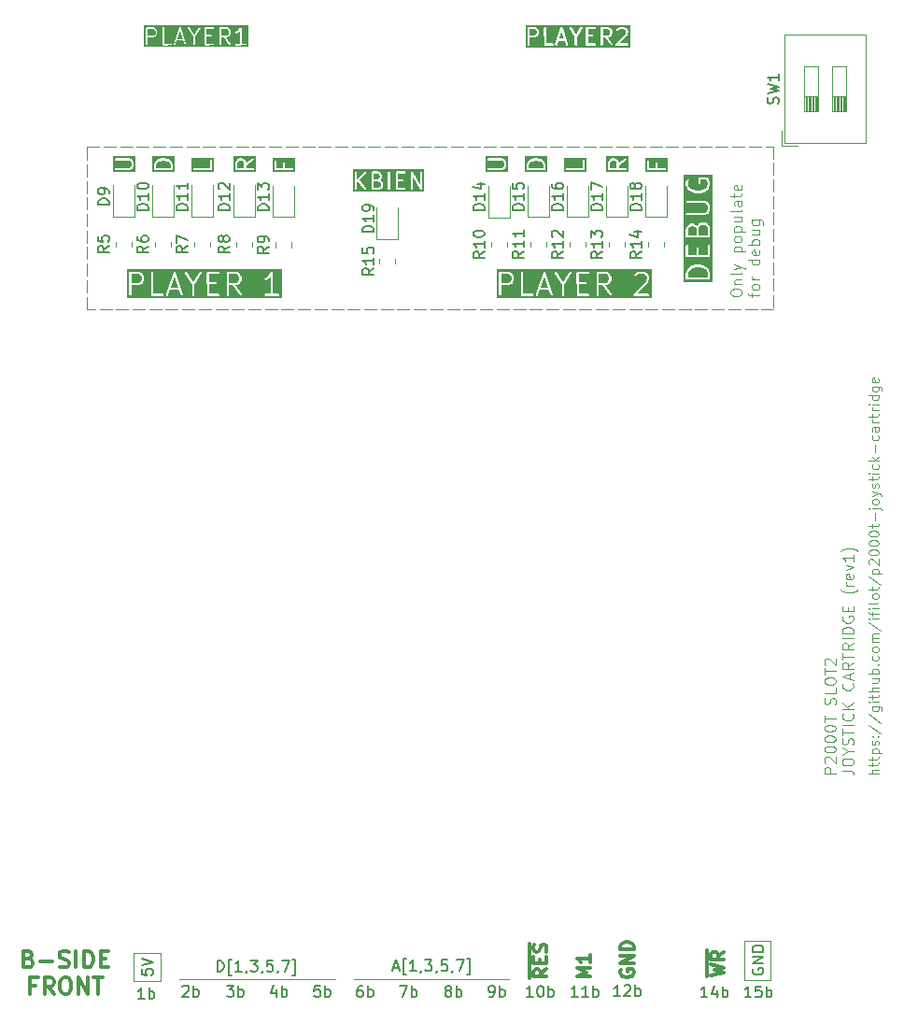
<source format=gbr>
%TF.GenerationSoftware,KiCad,Pcbnew,8.0.2*%
%TF.CreationDate,2025-01-23T22:42:54+01:00*%
%TF.ProjectId,p2000t-joystick-slot2-eeprom,70323030-3074-42d6-9a6f-79737469636b,rev?*%
%TF.SameCoordinates,Original*%
%TF.FileFunction,Legend,Top*%
%TF.FilePolarity,Positive*%
%FSLAX46Y46*%
G04 Gerber Fmt 4.6, Leading zero omitted, Abs format (unit mm)*
G04 Created by KiCad (PCBNEW 8.0.2) date 2025-01-23 22:42:54*
%MOMM*%
%LPD*%
G01*
G04 APERTURE LIST*
%ADD10C,0.120000*%
%ADD11C,0.100000*%
%ADD12C,0.200000*%
%ADD13C,0.300000*%
%ADD14C,0.150000*%
G04 APERTURE END LIST*
D10*
X38767365Y-114012314D02*
X41180365Y-114012314D01*
X96539665Y-110329314D02*
X94126665Y-110329314D01*
D11*
X34544000Y-38354000D02*
X35644000Y-38354000D01*
X36044000Y-38354000D02*
X37144000Y-38354000D01*
X37544000Y-38354000D02*
X38644000Y-38354000D01*
X39044000Y-38354000D02*
X40144000Y-38354000D01*
X40544000Y-38354000D02*
X41644000Y-38354000D01*
X42044000Y-38354000D02*
X43144000Y-38354000D01*
X43544000Y-38354000D02*
X44644000Y-38354000D01*
X45044000Y-38354000D02*
X46144000Y-38354000D01*
X46544000Y-38354000D02*
X47644000Y-38354000D01*
X48044000Y-38354000D02*
X49144000Y-38354000D01*
X49544000Y-38354000D02*
X50644000Y-38354000D01*
X51044000Y-38354000D02*
X52144000Y-38354000D01*
X52544000Y-38354000D02*
X53644000Y-38354000D01*
X54044000Y-38354000D02*
X55144000Y-38354000D01*
X55544000Y-38354000D02*
X56644000Y-38354000D01*
X57044000Y-38354000D02*
X58144000Y-38354000D01*
X58544000Y-38354000D02*
X59644000Y-38354000D01*
X60044000Y-38354000D02*
X61144000Y-38354000D01*
X61544000Y-38354000D02*
X62644000Y-38354000D01*
X63044000Y-38354000D02*
X64144000Y-38354000D01*
X64544000Y-38354000D02*
X65644000Y-38354000D01*
X66044000Y-38354000D02*
X67144000Y-38354000D01*
X67544000Y-38354000D02*
X68644000Y-38354000D01*
X69044000Y-38354000D02*
X70144000Y-38354000D01*
X70544000Y-38354000D02*
X71644000Y-38354000D01*
X72044000Y-38354000D02*
X73144000Y-38354000D01*
X73544000Y-38354000D02*
X74644000Y-38354000D01*
X75044000Y-38354000D02*
X76144000Y-38354000D01*
X76544000Y-38354000D02*
X77644000Y-38354000D01*
X78044000Y-38354000D02*
X79144000Y-38354000D01*
X79544000Y-38354000D02*
X80644000Y-38354000D01*
X81044000Y-38354000D02*
X82144000Y-38354000D01*
X82544000Y-38354000D02*
X83644000Y-38354000D01*
X84044000Y-38354000D02*
X85144000Y-38354000D01*
X85544000Y-38354000D02*
X86644000Y-38354000D01*
X87044000Y-38354000D02*
X88144000Y-38354000D01*
X88544000Y-38354000D02*
X89644000Y-38354000D01*
X90044000Y-38354000D02*
X91144000Y-38354000D01*
X91544000Y-38354000D02*
X92644000Y-38354000D01*
X93044000Y-38354000D02*
X94144000Y-38354000D01*
X94544000Y-38354000D02*
X95644000Y-38354000D01*
X96044000Y-38354000D02*
X96774000Y-38354000D01*
X96774000Y-38354000D02*
X96774000Y-39454000D01*
X96774000Y-39854000D02*
X96774000Y-40954000D01*
X96774000Y-41354000D02*
X96774000Y-42454000D01*
X96774000Y-42854000D02*
X96774000Y-43954000D01*
X96774000Y-44354000D02*
X96774000Y-45454000D01*
X96774000Y-45854000D02*
X96774000Y-46954000D01*
X96774000Y-47354000D02*
X96774000Y-48454000D01*
X96774000Y-48854000D02*
X96774000Y-49954000D01*
X96774000Y-50354000D02*
X96774000Y-51454000D01*
X96774000Y-51854000D02*
X96774000Y-52954000D01*
X96774000Y-53086000D02*
X95674000Y-53086000D01*
X95274000Y-53086000D02*
X94174000Y-53086000D01*
X93774000Y-53086000D02*
X92674000Y-53086000D01*
X92274000Y-53086000D02*
X91174000Y-53086000D01*
X90774000Y-53086000D02*
X89674000Y-53086000D01*
X89274000Y-53086000D02*
X88174000Y-53086000D01*
X87774000Y-53086000D02*
X86674000Y-53086000D01*
X86274000Y-53086000D02*
X85174000Y-53086000D01*
X84774000Y-53086000D02*
X83674000Y-53086000D01*
X83274000Y-53086000D02*
X82174000Y-53086000D01*
X81774000Y-53086000D02*
X80674000Y-53086000D01*
X80274000Y-53086000D02*
X79174000Y-53086000D01*
X78774000Y-53086000D02*
X77674000Y-53086000D01*
X77274000Y-53086000D02*
X76174000Y-53086000D01*
X75774000Y-53086000D02*
X74674000Y-53086000D01*
X74274000Y-53086000D02*
X73174000Y-53086000D01*
X72774000Y-53086000D02*
X71674000Y-53086000D01*
X71274000Y-53086000D02*
X70174000Y-53086000D01*
X69774000Y-53086000D02*
X68674000Y-53086000D01*
X68274000Y-53086000D02*
X67174000Y-53086000D01*
X66774000Y-53086000D02*
X65674000Y-53086000D01*
X65274000Y-53086000D02*
X64174000Y-53086000D01*
X63774000Y-53086000D02*
X62674000Y-53086000D01*
X62274000Y-53086000D02*
X61174000Y-53086000D01*
X60774000Y-53086000D02*
X59674000Y-53086000D01*
X59274000Y-53086000D02*
X58174000Y-53086000D01*
X57774000Y-53086000D02*
X56674000Y-53086000D01*
X56274000Y-53086000D02*
X55174000Y-53086000D01*
X54774000Y-53086000D02*
X53674000Y-53086000D01*
X53274000Y-53086000D02*
X52174000Y-53086000D01*
X51774000Y-53086000D02*
X50674000Y-53086000D01*
X50274000Y-53086000D02*
X49174000Y-53086000D01*
X48774000Y-53086000D02*
X47674000Y-53086000D01*
X47274000Y-53086000D02*
X46174000Y-53086000D01*
X45774000Y-53086000D02*
X44674000Y-53086000D01*
X44274000Y-53086000D02*
X43174000Y-53086000D01*
X42774000Y-53086000D02*
X41674000Y-53086000D01*
X41274000Y-53086000D02*
X40174000Y-53086000D01*
X39774000Y-53086000D02*
X38674000Y-53086000D01*
X38274000Y-53086000D02*
X37174000Y-53086000D01*
X36774000Y-53086000D02*
X35674000Y-53086000D01*
X35274000Y-53086000D02*
X34544000Y-53086000D01*
X34544000Y-53086000D02*
X34544000Y-51986000D01*
X34544000Y-51586000D02*
X34544000Y-50486000D01*
X34544000Y-50086000D02*
X34544000Y-48986000D01*
X34544000Y-48586000D02*
X34544000Y-47486000D01*
X34544000Y-47086000D02*
X34544000Y-45986000D01*
X34544000Y-45586000D02*
X34544000Y-44486000D01*
X34544000Y-44086000D02*
X34544000Y-42986000D01*
X34544000Y-42586000D02*
X34544000Y-41486000D01*
X34544000Y-41086000D02*
X34544000Y-39986000D01*
X34544000Y-39586000D02*
X34544000Y-38486000D01*
D10*
X42920265Y-113821814D02*
X57017265Y-113821814D01*
X41180365Y-114012314D02*
X41180365Y-111472314D01*
X94126665Y-110329314D02*
X94126665Y-113885314D01*
X96539665Y-113885314D02*
X96539665Y-110329314D01*
X58731765Y-113834514D02*
X72831065Y-113834514D01*
X41180365Y-111472314D02*
X38767365Y-111472314D01*
X38767365Y-111472314D02*
X38767365Y-114012314D01*
X94126665Y-113885314D02*
X96539665Y-113885314D01*
D12*
G36*
X48200910Y-49988910D02*
G01*
X48274549Y-50060736D01*
X48353897Y-50216207D01*
X48355400Y-50455008D01*
X48279696Y-50609597D01*
X48207868Y-50683238D01*
X48052553Y-50762506D01*
X47788760Y-50763155D01*
X47784934Y-50762480D01*
X47781808Y-50763172D01*
X47409912Y-50764086D01*
X47409104Y-49914596D01*
X48045963Y-49913030D01*
X48200910Y-49988910D01*
G37*
G36*
X42792608Y-51143680D02*
G01*
X42115080Y-51145019D01*
X42453047Y-50128056D01*
X42792608Y-51143680D01*
G37*
G36*
X39343766Y-49988910D02*
G01*
X39417405Y-50060736D01*
X39496753Y-50216207D01*
X39498256Y-50455008D01*
X39422552Y-50609597D01*
X39350724Y-50683238D01*
X39195409Y-50762506D01*
X38552768Y-50764086D01*
X38551960Y-49914596D01*
X39188819Y-49913030D01*
X39343766Y-49988910D01*
G37*
G36*
X52202642Y-52137060D02*
G01*
X38131546Y-52137060D01*
X38131546Y-49814838D01*
X38353768Y-49814838D01*
X38355689Y-51834347D01*
X38370621Y-51870395D01*
X38398211Y-51897985D01*
X38434259Y-51912917D01*
X38473277Y-51912917D01*
X38509325Y-51897985D01*
X38536915Y-51870395D01*
X38551847Y-51834347D01*
X38553768Y-51814838D01*
X38552956Y-50962213D01*
X39200017Y-50960622D01*
X39203166Y-50961672D01*
X39218576Y-50960576D01*
X39235182Y-50960536D01*
X39238502Y-50959160D01*
X39242086Y-50958906D01*
X39260394Y-50951900D01*
X39449122Y-50855578D01*
X39461707Y-50850366D01*
X39465606Y-50847165D01*
X39467461Y-50846219D01*
X39469193Y-50844221D01*
X39476860Y-50837929D01*
X39570877Y-50741539D01*
X39580387Y-50733292D01*
X39583053Y-50729056D01*
X39584535Y-50727537D01*
X39585546Y-50725095D01*
X39590830Y-50716701D01*
X39677870Y-50538962D01*
X39679772Y-50537061D01*
X39685095Y-50524208D01*
X39693074Y-50507917D01*
X39693328Y-50504333D01*
X39694704Y-50501013D01*
X39696625Y-50481504D01*
X39694922Y-50211049D01*
X39695840Y-50208298D01*
X39694814Y-50193870D01*
X39694704Y-50176281D01*
X39693328Y-50172960D01*
X39693074Y-50169377D01*
X39686068Y-50151069D01*
X39589746Y-49962340D01*
X39584534Y-49949757D01*
X39581334Y-49945857D01*
X39580387Y-49944002D01*
X39578389Y-49942269D01*
X39572098Y-49934603D01*
X39475713Y-49840591D01*
X39467461Y-49831076D01*
X39463221Y-49828407D01*
X39461706Y-49826929D01*
X39459269Y-49825919D01*
X39450871Y-49820633D01*
X39439037Y-49814838D01*
X40353768Y-49814838D01*
X40355689Y-51834347D01*
X40370621Y-51870395D01*
X40398211Y-51897985D01*
X40434259Y-51912917D01*
X40453768Y-51914838D01*
X41425658Y-51912917D01*
X41461706Y-51897985D01*
X41489296Y-51870395D01*
X41504228Y-51834347D01*
X41504228Y-51802331D01*
X41687887Y-51802331D01*
X41690653Y-51841251D01*
X41708103Y-51876150D01*
X41737579Y-51901715D01*
X41774595Y-51914053D01*
X41813515Y-51911287D01*
X41848414Y-51893837D01*
X41873979Y-51864361D01*
X41881970Y-51846461D01*
X42049196Y-51343267D01*
X42858802Y-51341667D01*
X43033558Y-51864361D01*
X43059123Y-51893837D01*
X43094022Y-51911287D01*
X43132942Y-51914053D01*
X43169958Y-51901714D01*
X43199434Y-51876149D01*
X43216884Y-51841250D01*
X43219650Y-51802330D01*
X43215303Y-51783215D01*
X42556456Y-49812606D01*
X43401413Y-49812606D01*
X43408169Y-49851035D01*
X43417022Y-49868526D01*
X44068104Y-50888225D01*
X44069975Y-51834347D01*
X44084907Y-51870395D01*
X44112497Y-51897985D01*
X44148545Y-51912917D01*
X44187563Y-51912917D01*
X44223611Y-51897985D01*
X44251201Y-51870395D01*
X44266133Y-51834347D01*
X44268054Y-51814838D01*
X44266234Y-50894363D01*
X44927940Y-49851035D01*
X44934304Y-49814838D01*
X45401388Y-49814838D01*
X45403309Y-51834347D01*
X45418241Y-51870395D01*
X45445831Y-51897985D01*
X45481879Y-51912917D01*
X45501388Y-51914838D01*
X46473278Y-51912917D01*
X46509326Y-51897985D01*
X46536916Y-51870395D01*
X46551848Y-51834347D01*
X46551848Y-51795329D01*
X46536916Y-51759281D01*
X46509326Y-51731691D01*
X46473278Y-51716759D01*
X46453769Y-51714838D01*
X45601294Y-51716522D01*
X45600486Y-50866941D01*
X46187564Y-50865298D01*
X46223612Y-50850366D01*
X46251202Y-50822776D01*
X46266134Y-50786728D01*
X46266134Y-50747710D01*
X46251202Y-50711662D01*
X46223612Y-50684072D01*
X46187564Y-50669140D01*
X46168055Y-50667219D01*
X45600297Y-50668808D01*
X45599580Y-49914643D01*
X46473278Y-49912917D01*
X46509326Y-49897985D01*
X46536916Y-49870395D01*
X46551848Y-49834347D01*
X46551848Y-49814838D01*
X47210912Y-49814838D01*
X47212833Y-51834347D01*
X47227765Y-51870395D01*
X47255355Y-51897985D01*
X47291403Y-51912917D01*
X47330421Y-51912917D01*
X47366469Y-51897985D01*
X47394059Y-51870395D01*
X47408991Y-51834347D01*
X47410912Y-51814838D01*
X47410100Y-50962213D01*
X47734408Y-50961415D01*
X48384607Y-51887065D01*
X48417512Y-51908033D01*
X48455936Y-51914814D01*
X48494031Y-51906375D01*
X48525996Y-51883999D01*
X48546965Y-51851095D01*
X48553745Y-51812670D01*
X48545306Y-51774575D01*
X48535692Y-51757491D01*
X47976091Y-50960821D01*
X48057161Y-50960622D01*
X48060310Y-50961672D01*
X48075720Y-50960576D01*
X48092326Y-50960536D01*
X48095646Y-50959160D01*
X48099230Y-50958906D01*
X48117538Y-50951900D01*
X48306266Y-50855578D01*
X48318851Y-50850366D01*
X48322750Y-50847165D01*
X48324605Y-50846219D01*
X48326337Y-50844221D01*
X48334004Y-50837929D01*
X48428021Y-50741539D01*
X48437531Y-50733292D01*
X48440197Y-50729056D01*
X48441679Y-50727537D01*
X48442690Y-50725095D01*
X48447974Y-50716701D01*
X48535014Y-50538962D01*
X48536916Y-50537061D01*
X48542239Y-50524208D01*
X48550218Y-50507917D01*
X48550472Y-50504333D01*
X48551848Y-50501013D01*
X48553769Y-50481504D01*
X48553091Y-50373759D01*
X50640269Y-50373759D01*
X50643035Y-50412679D01*
X50660484Y-50447578D01*
X50689961Y-50473142D01*
X50726977Y-50485481D01*
X50765897Y-50482715D01*
X50784205Y-50475709D01*
X50972933Y-50379387D01*
X50985517Y-50374175D01*
X50989416Y-50370975D01*
X50991272Y-50370028D01*
X50993004Y-50368030D01*
X51000671Y-50361739D01*
X51183795Y-50176161D01*
X51191221Y-50171189D01*
X51203505Y-50156187D01*
X51203583Y-50156109D01*
X51203596Y-50156076D01*
X51203641Y-50156022D01*
X51211225Y-50144513D01*
X51212720Y-51715944D01*
X50719975Y-51716759D01*
X50683927Y-51731691D01*
X50656337Y-51759281D01*
X50641405Y-51795329D01*
X50641405Y-51834347D01*
X50656337Y-51870395D01*
X50683927Y-51897985D01*
X50719975Y-51912917D01*
X50739484Y-51914838D01*
X51901850Y-51912917D01*
X51937898Y-51897985D01*
X51965488Y-51870395D01*
X51980420Y-51834347D01*
X51980420Y-51795329D01*
X51965488Y-51759281D01*
X51937898Y-51731691D01*
X51901850Y-51716759D01*
X51882341Y-51714838D01*
X51410817Y-51715617D01*
X51409018Y-49824305D01*
X51410912Y-49814734D01*
X51409000Y-49805175D01*
X51408991Y-49795329D01*
X51405201Y-49786180D01*
X51403260Y-49776473D01*
X51397808Y-49768332D01*
X51394059Y-49759281D01*
X51387059Y-49752281D01*
X51381549Y-49744053D01*
X51373395Y-49738617D01*
X51366469Y-49731691D01*
X51357322Y-49727902D01*
X51349084Y-49722410D01*
X51339473Y-49720508D01*
X51330421Y-49716759D01*
X51320518Y-49716759D01*
X51310807Y-49714838D01*
X51301203Y-49716759D01*
X51291403Y-49716759D01*
X51282251Y-49720549D01*
X51272547Y-49722491D01*
X51264408Y-49727940D01*
X51255355Y-49731691D01*
X51248354Y-49738691D01*
X51240127Y-49744201D01*
X51227838Y-49759207D01*
X51227765Y-49759281D01*
X51227751Y-49759313D01*
X51227707Y-49759368D01*
X51048903Y-50030674D01*
X50875190Y-50206713D01*
X50678172Y-50307266D01*
X50652608Y-50336743D01*
X50640269Y-50373759D01*
X48553091Y-50373759D01*
X48552066Y-50211049D01*
X48552984Y-50208298D01*
X48551958Y-50193870D01*
X48551848Y-50176281D01*
X48550472Y-50172960D01*
X48550218Y-50169377D01*
X48543212Y-50151069D01*
X48446890Y-49962340D01*
X48441678Y-49949757D01*
X48438478Y-49945857D01*
X48437531Y-49944002D01*
X48435533Y-49942269D01*
X48429242Y-49934603D01*
X48332857Y-49840591D01*
X48324605Y-49831076D01*
X48320365Y-49828407D01*
X48318850Y-49826929D01*
X48316413Y-49825919D01*
X48308015Y-49820633D01*
X48130275Y-49733592D01*
X48128374Y-49731691D01*
X48115522Y-49726367D01*
X48099230Y-49718389D01*
X48095646Y-49718134D01*
X48092326Y-49716759D01*
X48072817Y-49714838D01*
X47291403Y-49716759D01*
X47255355Y-49731691D01*
X47227765Y-49759281D01*
X47212833Y-49795329D01*
X47210912Y-49814838D01*
X46551848Y-49814838D01*
X46551848Y-49795329D01*
X46536916Y-49759281D01*
X46509326Y-49731691D01*
X46473278Y-49716759D01*
X46453769Y-49714838D01*
X45481879Y-49716759D01*
X45445831Y-49731691D01*
X45418241Y-49759281D01*
X45403309Y-49795329D01*
X45401388Y-49814838D01*
X44934304Y-49814838D01*
X44934696Y-49812606D01*
X44926232Y-49774517D01*
X44903836Y-49742566D01*
X44870918Y-49721619D01*
X44832489Y-49714863D01*
X44794400Y-49723327D01*
X44762449Y-49745723D01*
X44750355Y-49761150D01*
X44168894Y-50677954D01*
X43573660Y-49745723D01*
X43541709Y-49723327D01*
X43503620Y-49714863D01*
X43465191Y-49721619D01*
X43432273Y-49742566D01*
X43409877Y-49774517D01*
X43401413Y-49812606D01*
X42556456Y-49812606D01*
X42550715Y-49795434D01*
X42550217Y-49788425D01*
X42544647Y-49777286D01*
X42540645Y-49765315D01*
X42535961Y-49759915D01*
X42532767Y-49753526D01*
X42523292Y-49745308D01*
X42515079Y-49735839D01*
X42508691Y-49732645D01*
X42503291Y-49727961D01*
X42491392Y-49723995D01*
X42480181Y-49718389D01*
X42473053Y-49717882D01*
X42466275Y-49715623D01*
X42453768Y-49716511D01*
X42441261Y-49715623D01*
X42434482Y-49717882D01*
X42427355Y-49718389D01*
X42416143Y-49723995D01*
X42404245Y-49727961D01*
X42398844Y-49732644D01*
X42392457Y-49735839D01*
X42384241Y-49745311D01*
X42374769Y-49753527D01*
X42371574Y-49759914D01*
X42366891Y-49765315D01*
X42358900Y-49783215D01*
X41882624Y-51216353D01*
X41879499Y-51223900D01*
X41879499Y-51225759D01*
X41687887Y-51802331D01*
X41504228Y-51802331D01*
X41504228Y-51795329D01*
X41489296Y-51759281D01*
X41461706Y-51731691D01*
X41425658Y-51716759D01*
X41406149Y-51714838D01*
X40553674Y-51716522D01*
X40551847Y-49795329D01*
X40536915Y-49759281D01*
X40509325Y-49731691D01*
X40473277Y-49716759D01*
X40434259Y-49716759D01*
X40398211Y-49731691D01*
X40370621Y-49759281D01*
X40355689Y-49795329D01*
X40353768Y-49814838D01*
X39439037Y-49814838D01*
X39273131Y-49733592D01*
X39271230Y-49731691D01*
X39258378Y-49726367D01*
X39242086Y-49718389D01*
X39238502Y-49718134D01*
X39235182Y-49716759D01*
X39215673Y-49714838D01*
X38434259Y-49716759D01*
X38398211Y-49731691D01*
X38370621Y-49759281D01*
X38355689Y-49795329D01*
X38353768Y-49814838D01*
X38131546Y-49814838D01*
X38131546Y-49492616D01*
X52202642Y-49492616D01*
X52202642Y-52137060D01*
G37*
D13*
X91093607Y-113526399D02*
X92293607Y-113240685D01*
X92293607Y-113240685D02*
X91436465Y-113012113D01*
X91436465Y-113012113D02*
X92293607Y-112783542D01*
X92293607Y-112783542D02*
X91093607Y-112497828D01*
X92293607Y-111354970D02*
X91722179Y-111754970D01*
X92293607Y-112040684D02*
X91093607Y-112040684D01*
X91093607Y-112040684D02*
X91093607Y-111583541D01*
X91093607Y-111583541D02*
X91150750Y-111469256D01*
X91150750Y-111469256D02*
X91207893Y-111412113D01*
X91207893Y-111412113D02*
X91322179Y-111354970D01*
X91322179Y-111354970D02*
X91493607Y-111354970D01*
X91493607Y-111354970D02*
X91607893Y-111412113D01*
X91607893Y-111412113D02*
X91665036Y-111469256D01*
X91665036Y-111469256D02*
X91722179Y-111583541D01*
X91722179Y-111583541D02*
X91722179Y-112040684D01*
X90760465Y-113577828D02*
X90760465Y-111246399D01*
D12*
G36*
X61067215Y-41594904D02*
G01*
X61110716Y-41637040D01*
X61166033Y-41744773D01*
X61167408Y-41912109D01*
X61115323Y-42019132D01*
X61067136Y-42068881D01*
X60959606Y-42124094D01*
X60508595Y-42125560D01*
X60507852Y-41537947D01*
X60887451Y-41536543D01*
X61067215Y-41594904D01*
G37*
G36*
X60989538Y-40874567D02*
G01*
X61039287Y-40922754D01*
X61094682Y-41030637D01*
X61095819Y-41126727D01*
X61043894Y-41233419D01*
X60995709Y-41283166D01*
X60888158Y-41338390D01*
X60507602Y-41339797D01*
X60506949Y-40823664D01*
X60882094Y-40822277D01*
X60989538Y-40874567D01*
G37*
G36*
X65103959Y-42490695D02*
G01*
X58642053Y-42490695D01*
X58642053Y-40724028D01*
X58808720Y-40724028D01*
X58810641Y-42243537D01*
X58825573Y-42279585D01*
X58853163Y-42307175D01*
X58889211Y-42322107D01*
X58928229Y-42322107D01*
X58964277Y-42307175D01*
X58991867Y-42279585D01*
X59006799Y-42243537D01*
X59008720Y-42224028D01*
X59007960Y-41623263D01*
X59112153Y-41518744D01*
X59699105Y-42298483D01*
X59732680Y-42318362D01*
X59771306Y-42323880D01*
X59809103Y-42314197D01*
X59840318Y-42290786D01*
X59860197Y-42257212D01*
X59865715Y-42218586D01*
X59856032Y-42180788D01*
X59845863Y-42164028D01*
X59253438Y-41377018D01*
X59849010Y-40779586D01*
X59863941Y-40743537D01*
X59863941Y-40724028D01*
X60308720Y-40724028D01*
X60310641Y-42243537D01*
X60325573Y-42279585D01*
X60353163Y-42307175D01*
X60389211Y-42322107D01*
X60408720Y-42324028D01*
X60964575Y-42322221D01*
X60967641Y-42323243D01*
X60982857Y-42322161D01*
X60999658Y-42322107D01*
X61002978Y-42320731D01*
X61006562Y-42320477D01*
X61024870Y-42313471D01*
X61166551Y-42240722D01*
X61178563Y-42235747D01*
X61182443Y-42232562D01*
X61184318Y-42231600D01*
X61186050Y-42229602D01*
X61193717Y-42223311D01*
X61264516Y-42150216D01*
X61273435Y-42142482D01*
X61276082Y-42138276D01*
X61277582Y-42136728D01*
X61278592Y-42134288D01*
X61283878Y-42125892D01*
X61347292Y-41995588D01*
X61349010Y-41993871D01*
X61354052Y-41981697D01*
X61362312Y-41964726D01*
X61362566Y-41961143D01*
X61363942Y-41957823D01*
X61365863Y-41938314D01*
X61364226Y-41739091D01*
X61365078Y-41736536D01*
X61364090Y-41722647D01*
X61363942Y-41704519D01*
X61362566Y-41701198D01*
X61362312Y-41697616D01*
X61355306Y-41679307D01*
X61282559Y-41537629D01*
X61277582Y-41525614D01*
X61274396Y-41521731D01*
X61273435Y-41519860D01*
X61271440Y-41518130D01*
X61265146Y-41510460D01*
X61202849Y-41450119D01*
X61202005Y-41448430D01*
X61193405Y-41440971D01*
X61178563Y-41426595D01*
X61175244Y-41425220D01*
X61172529Y-41422865D01*
X61154628Y-41414874D01*
X61146769Y-41412322D01*
X61193088Y-41364502D01*
X61202006Y-41356769D01*
X61204653Y-41352563D01*
X61206153Y-41351015D01*
X61207163Y-41348576D01*
X61212449Y-41340179D01*
X61275864Y-41209874D01*
X61277582Y-41208157D01*
X61282622Y-41195988D01*
X61290884Y-41179013D01*
X61291138Y-41175429D01*
X61292514Y-41172109D01*
X61294435Y-41152600D01*
X61292918Y-41024442D01*
X61293650Y-41022249D01*
X61292741Y-41009466D01*
X61292514Y-40990233D01*
X61291138Y-40986912D01*
X61290884Y-40983329D01*
X61283878Y-40965020D01*
X61211127Y-40823337D01*
X61206153Y-40811327D01*
X61202967Y-40807446D01*
X61202006Y-40805573D01*
X61200008Y-40803840D01*
X61193716Y-40796174D01*
X61120628Y-40725380D01*
X61119456Y-40724028D01*
X61808720Y-40724028D01*
X61810641Y-42243537D01*
X61825573Y-42279585D01*
X61853163Y-42307175D01*
X61889211Y-42322107D01*
X61928229Y-42322107D01*
X61964277Y-42307175D01*
X61991867Y-42279585D01*
X62006799Y-42243537D01*
X62008720Y-42224028D01*
X62006824Y-40724028D01*
X62523006Y-40724028D01*
X62524927Y-42243537D01*
X62539859Y-42279585D01*
X62567449Y-42307175D01*
X62603497Y-42322107D01*
X62623006Y-42324028D01*
X63356801Y-42322107D01*
X63392849Y-42307175D01*
X63420439Y-42279585D01*
X63435371Y-42243537D01*
X63435371Y-42204519D01*
X63420439Y-42168471D01*
X63392849Y-42140881D01*
X63356801Y-42125949D01*
X63337292Y-42124028D01*
X62722881Y-42125636D01*
X62722138Y-41537947D01*
X63142515Y-41536393D01*
X63178563Y-41521461D01*
X63206153Y-41493871D01*
X63221085Y-41457823D01*
X63221085Y-41418805D01*
X63206153Y-41382757D01*
X63178563Y-41355167D01*
X63142515Y-41340235D01*
X63123006Y-41338314D01*
X62721888Y-41339797D01*
X62721235Y-40823770D01*
X63356801Y-40822107D01*
X63392849Y-40807175D01*
X63420439Y-40779585D01*
X63435371Y-40743537D01*
X63435371Y-40724028D01*
X63880149Y-40724028D01*
X63882070Y-42243537D01*
X63897002Y-42279585D01*
X63924592Y-42307175D01*
X63960640Y-42322107D01*
X63999658Y-42322107D01*
X64035706Y-42307175D01*
X64063296Y-42279585D01*
X64078228Y-42243537D01*
X64080149Y-42224028D01*
X64078724Y-41097264D01*
X64749141Y-42267505D01*
X64754145Y-42279585D01*
X64758632Y-42284072D01*
X64761815Y-42289628D01*
X64772334Y-42297774D01*
X64781735Y-42307175D01*
X64787622Y-42309613D01*
X64792664Y-42313518D01*
X64805496Y-42317017D01*
X64817783Y-42322107D01*
X64824159Y-42322107D01*
X64830308Y-42323784D01*
X64843501Y-42322107D01*
X64856801Y-42322107D01*
X64862689Y-42319667D01*
X64869014Y-42318864D01*
X64880565Y-42312263D01*
X64892849Y-42307175D01*
X64897354Y-42302669D01*
X64902892Y-42299505D01*
X64911038Y-42288985D01*
X64920439Y-42279585D01*
X64922877Y-42273697D01*
X64926782Y-42268656D01*
X64930281Y-42255823D01*
X64935371Y-42243537D01*
X64936353Y-42233559D01*
X64937048Y-42231013D01*
X64936797Y-42229045D01*
X64937292Y-42224028D01*
X64935371Y-40704519D01*
X64920439Y-40668471D01*
X64892849Y-40640881D01*
X64856801Y-40625949D01*
X64817783Y-40625949D01*
X64781735Y-40640881D01*
X64754145Y-40668471D01*
X64739213Y-40704519D01*
X64737292Y-40724028D01*
X64738716Y-41850791D01*
X64068300Y-40680553D01*
X64063296Y-40668471D01*
X64058807Y-40663982D01*
X64055626Y-40658429D01*
X64045111Y-40650286D01*
X64035706Y-40640881D01*
X64029815Y-40638441D01*
X64024777Y-40634539D01*
X64011948Y-40631040D01*
X63999658Y-40625949D01*
X63993283Y-40625949D01*
X63987134Y-40624272D01*
X63973941Y-40625949D01*
X63960640Y-40625949D01*
X63954751Y-40628388D01*
X63948427Y-40629192D01*
X63936877Y-40635792D01*
X63924592Y-40640881D01*
X63920084Y-40645388D01*
X63914550Y-40648551D01*
X63906407Y-40659065D01*
X63897002Y-40668471D01*
X63894562Y-40674361D01*
X63890660Y-40679400D01*
X63887161Y-40692228D01*
X63882070Y-40704519D01*
X63881087Y-40714496D01*
X63880393Y-40717043D01*
X63880643Y-40719010D01*
X63880149Y-40724028D01*
X63435371Y-40724028D01*
X63435371Y-40704519D01*
X63420439Y-40668471D01*
X63392849Y-40640881D01*
X63356801Y-40625949D01*
X63337292Y-40624028D01*
X62603497Y-40625949D01*
X62567449Y-40640881D01*
X62539859Y-40668471D01*
X62524927Y-40704519D01*
X62523006Y-40724028D01*
X62006824Y-40724028D01*
X62006799Y-40704519D01*
X61991867Y-40668471D01*
X61964277Y-40640881D01*
X61928229Y-40625949D01*
X61889211Y-40625949D01*
X61853163Y-40640881D01*
X61825573Y-40668471D01*
X61810641Y-40704519D01*
X61808720Y-40724028D01*
X61119456Y-40724028D01*
X61112890Y-40716457D01*
X61108681Y-40713808D01*
X61107135Y-40712310D01*
X61104697Y-40711300D01*
X61096299Y-40706014D01*
X60965994Y-40642598D01*
X60964277Y-40640881D01*
X60952108Y-40635840D01*
X60935133Y-40627579D01*
X60931549Y-40627324D01*
X60928229Y-40625949D01*
X60908720Y-40624028D01*
X60389211Y-40625949D01*
X60353163Y-40640881D01*
X60325573Y-40668471D01*
X60310641Y-40704519D01*
X60308720Y-40724028D01*
X59863941Y-40724028D01*
X59863941Y-40704519D01*
X59849010Y-40668471D01*
X59821420Y-40640881D01*
X59785372Y-40625950D01*
X59746354Y-40625950D01*
X59710305Y-40640881D01*
X59695152Y-40653318D01*
X59055710Y-41294757D01*
X59048551Y-41300127D01*
X59045908Y-41304590D01*
X59007606Y-41343012D01*
X59006799Y-40704519D01*
X58991867Y-40668471D01*
X58964277Y-40640881D01*
X58928229Y-40625949D01*
X58889211Y-40625949D01*
X58853163Y-40640881D01*
X58825573Y-40668471D01*
X58810641Y-40704519D01*
X58808720Y-40724028D01*
X58642053Y-40724028D01*
X58642053Y-40457361D01*
X65103959Y-40457361D01*
X65103959Y-42490695D01*
G37*
D14*
X46357646Y-113133633D02*
X46357646Y-112133633D01*
X46357646Y-112133633D02*
X46595741Y-112133633D01*
X46595741Y-112133633D02*
X46738598Y-112181252D01*
X46738598Y-112181252D02*
X46833836Y-112276490D01*
X46833836Y-112276490D02*
X46881455Y-112371728D01*
X46881455Y-112371728D02*
X46929074Y-112562204D01*
X46929074Y-112562204D02*
X46929074Y-112705061D01*
X46929074Y-112705061D02*
X46881455Y-112895537D01*
X46881455Y-112895537D02*
X46833836Y-112990775D01*
X46833836Y-112990775D02*
X46738598Y-113086014D01*
X46738598Y-113086014D02*
X46595741Y-113133633D01*
X46595741Y-113133633D02*
X46357646Y-113133633D01*
X47643360Y-113466966D02*
X47405265Y-113466966D01*
X47405265Y-113466966D02*
X47405265Y-112038394D01*
X47405265Y-112038394D02*
X47643360Y-112038394D01*
X48548122Y-113133633D02*
X47976694Y-113133633D01*
X48262408Y-113133633D02*
X48262408Y-112133633D01*
X48262408Y-112133633D02*
X48167170Y-112276490D01*
X48167170Y-112276490D02*
X48071932Y-112371728D01*
X48071932Y-112371728D02*
X47976694Y-112419347D01*
X49024313Y-113086014D02*
X49024313Y-113133633D01*
X49024313Y-113133633D02*
X48976694Y-113228871D01*
X48976694Y-113228871D02*
X48929075Y-113276490D01*
X49357646Y-112133633D02*
X49976693Y-112133633D01*
X49976693Y-112133633D02*
X49643360Y-112514585D01*
X49643360Y-112514585D02*
X49786217Y-112514585D01*
X49786217Y-112514585D02*
X49881455Y-112562204D01*
X49881455Y-112562204D02*
X49929074Y-112609823D01*
X49929074Y-112609823D02*
X49976693Y-112705061D01*
X49976693Y-112705061D02*
X49976693Y-112943156D01*
X49976693Y-112943156D02*
X49929074Y-113038394D01*
X49929074Y-113038394D02*
X49881455Y-113086014D01*
X49881455Y-113086014D02*
X49786217Y-113133633D01*
X49786217Y-113133633D02*
X49500503Y-113133633D01*
X49500503Y-113133633D02*
X49405265Y-113086014D01*
X49405265Y-113086014D02*
X49357646Y-113038394D01*
X50452884Y-113086014D02*
X50452884Y-113133633D01*
X50452884Y-113133633D02*
X50405265Y-113228871D01*
X50405265Y-113228871D02*
X50357646Y-113276490D01*
X51357645Y-112133633D02*
X50881455Y-112133633D01*
X50881455Y-112133633D02*
X50833836Y-112609823D01*
X50833836Y-112609823D02*
X50881455Y-112562204D01*
X50881455Y-112562204D02*
X50976693Y-112514585D01*
X50976693Y-112514585D02*
X51214788Y-112514585D01*
X51214788Y-112514585D02*
X51310026Y-112562204D01*
X51310026Y-112562204D02*
X51357645Y-112609823D01*
X51357645Y-112609823D02*
X51405264Y-112705061D01*
X51405264Y-112705061D02*
X51405264Y-112943156D01*
X51405264Y-112943156D02*
X51357645Y-113038394D01*
X51357645Y-113038394D02*
X51310026Y-113086014D01*
X51310026Y-113086014D02*
X51214788Y-113133633D01*
X51214788Y-113133633D02*
X50976693Y-113133633D01*
X50976693Y-113133633D02*
X50881455Y-113086014D01*
X50881455Y-113086014D02*
X50833836Y-113038394D01*
X51881455Y-113086014D02*
X51881455Y-113133633D01*
X51881455Y-113133633D02*
X51833836Y-113228871D01*
X51833836Y-113228871D02*
X51786217Y-113276490D01*
X52214788Y-112133633D02*
X52881454Y-112133633D01*
X52881454Y-112133633D02*
X52452883Y-113133633D01*
X53167169Y-113466966D02*
X53405264Y-113466966D01*
X53405264Y-113466966D02*
X53405264Y-112038394D01*
X53405264Y-112038394D02*
X53167169Y-112038394D01*
D12*
G36*
X75607175Y-39710473D02*
G01*
X75729457Y-39769984D01*
X75846373Y-39884889D01*
X75906085Y-40059462D01*
X75907340Y-40305403D01*
X74605527Y-40307049D01*
X74604314Y-40069230D01*
X74662515Y-39889962D01*
X74775377Y-39775125D01*
X74891373Y-39715564D01*
X75154424Y-39648090D01*
X75344577Y-39646528D01*
X75607175Y-39710473D01*
G37*
G36*
X76272695Y-40671946D02*
G01*
X74239361Y-40671946D01*
X74239361Y-40048136D01*
X74406028Y-40048136D01*
X74407949Y-40424788D01*
X74422881Y-40460836D01*
X74450471Y-40488426D01*
X74486519Y-40503358D01*
X74506028Y-40505279D01*
X76025537Y-40503358D01*
X76061585Y-40488426D01*
X76089175Y-40460836D01*
X76104107Y-40424788D01*
X76106028Y-40405279D01*
X76104216Y-40050074D01*
X76105243Y-40035629D01*
X76104117Y-40030679D01*
X76104107Y-40028627D01*
X76103095Y-40026184D01*
X76100896Y-40016513D01*
X76032678Y-39817073D01*
X76032678Y-39814341D01*
X76027311Y-39801383D01*
X76021477Y-39784327D01*
X76019121Y-39781611D01*
X76017747Y-39778292D01*
X76005310Y-39763139D01*
X75861916Y-39622212D01*
X75853054Y-39611993D01*
X75848783Y-39609305D01*
X75847299Y-39607846D01*
X75844861Y-39606836D01*
X75836463Y-39601550D01*
X75699083Y-39534691D01*
X75691599Y-39529145D01*
X75676894Y-39523891D01*
X75675298Y-39523115D01*
X75674575Y-39523063D01*
X75673138Y-39522550D01*
X75393012Y-39454336D01*
X75382680Y-39450057D01*
X75370518Y-39448859D01*
X75368032Y-39448254D01*
X75366573Y-39448471D01*
X75363171Y-39448136D01*
X75154739Y-39449848D01*
X75144024Y-39448254D01*
X75131976Y-39450035D01*
X75129376Y-39450057D01*
X75128012Y-39450621D01*
X75124631Y-39451122D01*
X74846727Y-39522406D01*
X74836758Y-39523115D01*
X74822102Y-39528722D01*
X74820457Y-39529145D01*
X74819877Y-39529574D01*
X74818449Y-39530121D01*
X74676766Y-39602871D01*
X74664756Y-39607846D01*
X74660875Y-39611031D01*
X74659002Y-39611993D01*
X74657269Y-39613990D01*
X74649603Y-39620283D01*
X74518512Y-39753667D01*
X74516145Y-39754851D01*
X74507103Y-39765275D01*
X74494310Y-39778293D01*
X74492935Y-39781611D01*
X74490580Y-39784327D01*
X74482589Y-39802227D01*
X74413207Y-40015932D01*
X74407949Y-40028627D01*
X74407454Y-40033653D01*
X74406813Y-40035628D01*
X74407000Y-40038262D01*
X74406028Y-40048136D01*
X74239361Y-40048136D01*
X74239361Y-39281469D01*
X76272695Y-39281469D01*
X76272695Y-40671946D01*
G37*
G36*
X38934695Y-40671946D02*
G01*
X36903282Y-40671946D01*
X36903282Y-39528627D01*
X37069949Y-39528627D01*
X37069949Y-39567645D01*
X37084881Y-39603693D01*
X37112471Y-39631283D01*
X37148519Y-39646215D01*
X37168028Y-39648136D01*
X38355486Y-39646287D01*
X38463131Y-39698674D01*
X38512881Y-39746862D01*
X38568158Y-39854516D01*
X38569660Y-40093181D01*
X38517488Y-40200384D01*
X38469302Y-40250130D01*
X38361837Y-40305310D01*
X37148519Y-40307200D01*
X37112471Y-40322132D01*
X37084881Y-40349722D01*
X37069949Y-40385770D01*
X37069949Y-40424788D01*
X37084881Y-40460836D01*
X37112471Y-40488426D01*
X37148519Y-40503358D01*
X37168028Y-40505279D01*
X38366563Y-40503412D01*
X38369807Y-40504494D01*
X38385432Y-40503383D01*
X38401823Y-40503358D01*
X38405143Y-40501982D01*
X38408727Y-40501728D01*
X38427036Y-40494722D01*
X38568712Y-40421974D01*
X38580728Y-40416998D01*
X38584610Y-40413811D01*
X38586483Y-40412850D01*
X38588214Y-40410853D01*
X38595881Y-40404561D01*
X38666683Y-40331466D01*
X38675600Y-40323733D01*
X38678245Y-40319529D01*
X38679747Y-40317980D01*
X38680758Y-40315538D01*
X38686043Y-40307143D01*
X38749458Y-40176837D01*
X38751175Y-40175121D01*
X38756212Y-40162960D01*
X38764478Y-40145976D01*
X38764732Y-40142390D01*
X38766107Y-40139073D01*
X38768028Y-40119564D01*
X38766325Y-39849109D01*
X38767243Y-39846358D01*
X38766217Y-39831931D01*
X38766107Y-39814341D01*
X38764731Y-39811020D01*
X38764477Y-39807438D01*
X38757471Y-39789129D01*
X38684724Y-39647451D01*
X38679747Y-39635436D01*
X38676561Y-39631553D01*
X38675600Y-39629682D01*
X38673605Y-39627952D01*
X38667311Y-39620282D01*
X38594220Y-39549486D01*
X38586483Y-39540564D01*
X38582274Y-39537915D01*
X38580728Y-39536417D01*
X38578290Y-39535407D01*
X38569892Y-39530121D01*
X38439588Y-39466706D01*
X38437871Y-39464989D01*
X38425703Y-39459948D01*
X38408727Y-39451687D01*
X38405143Y-39451432D01*
X38401823Y-39450057D01*
X38382314Y-39448136D01*
X37148519Y-39450057D01*
X37112471Y-39464989D01*
X37084881Y-39492579D01*
X37069949Y-39528627D01*
X36903282Y-39528627D01*
X36903282Y-39281469D01*
X38934695Y-39281469D01*
X38934695Y-40671946D01*
G37*
D14*
X94753807Y-115483133D02*
X94182379Y-115483133D01*
X94468093Y-115483133D02*
X94468093Y-114483133D01*
X94468093Y-114483133D02*
X94372855Y-114625990D01*
X94372855Y-114625990D02*
X94277617Y-114721228D01*
X94277617Y-114721228D02*
X94182379Y-114768847D01*
X95658569Y-114483133D02*
X95182379Y-114483133D01*
X95182379Y-114483133D02*
X95134760Y-114959323D01*
X95134760Y-114959323D02*
X95182379Y-114911704D01*
X95182379Y-114911704D02*
X95277617Y-114864085D01*
X95277617Y-114864085D02*
X95515712Y-114864085D01*
X95515712Y-114864085D02*
X95610950Y-114911704D01*
X95610950Y-114911704D02*
X95658569Y-114959323D01*
X95658569Y-114959323D02*
X95706188Y-115054561D01*
X95706188Y-115054561D02*
X95706188Y-115292656D01*
X95706188Y-115292656D02*
X95658569Y-115387894D01*
X95658569Y-115387894D02*
X95610950Y-115435514D01*
X95610950Y-115435514D02*
X95515712Y-115483133D01*
X95515712Y-115483133D02*
X95277617Y-115483133D01*
X95277617Y-115483133D02*
X95182379Y-115435514D01*
X95182379Y-115435514D02*
X95134760Y-115387894D01*
X96134760Y-115483133D02*
X96134760Y-114483133D01*
X96134760Y-114864085D02*
X96229998Y-114816466D01*
X96229998Y-114816466D02*
X96420474Y-114816466D01*
X96420474Y-114816466D02*
X96515712Y-114864085D01*
X96515712Y-114864085D02*
X96563331Y-114911704D01*
X96563331Y-114911704D02*
X96610950Y-115006942D01*
X96610950Y-115006942D02*
X96610950Y-115292656D01*
X96610950Y-115292656D02*
X96563331Y-115387894D01*
X96563331Y-115387894D02*
X96515712Y-115435514D01*
X96515712Y-115435514D02*
X96420474Y-115483133D01*
X96420474Y-115483133D02*
X96229998Y-115483133D01*
X96229998Y-115483133D02*
X96134760Y-115435514D01*
X71042908Y-115432333D02*
X71233384Y-115432333D01*
X71233384Y-115432333D02*
X71328622Y-115384714D01*
X71328622Y-115384714D02*
X71376241Y-115337094D01*
X71376241Y-115337094D02*
X71471479Y-115194237D01*
X71471479Y-115194237D02*
X71519098Y-115003761D01*
X71519098Y-115003761D02*
X71519098Y-114622809D01*
X71519098Y-114622809D02*
X71471479Y-114527571D01*
X71471479Y-114527571D02*
X71423860Y-114479952D01*
X71423860Y-114479952D02*
X71328622Y-114432333D01*
X71328622Y-114432333D02*
X71138146Y-114432333D01*
X71138146Y-114432333D02*
X71042908Y-114479952D01*
X71042908Y-114479952D02*
X70995289Y-114527571D01*
X70995289Y-114527571D02*
X70947670Y-114622809D01*
X70947670Y-114622809D02*
X70947670Y-114860904D01*
X70947670Y-114860904D02*
X70995289Y-114956142D01*
X70995289Y-114956142D02*
X71042908Y-115003761D01*
X71042908Y-115003761D02*
X71138146Y-115051380D01*
X71138146Y-115051380D02*
X71328622Y-115051380D01*
X71328622Y-115051380D02*
X71423860Y-115003761D01*
X71423860Y-115003761D02*
X71471479Y-114956142D01*
X71471479Y-114956142D02*
X71519098Y-114860904D01*
X71947670Y-115432333D02*
X71947670Y-114432333D01*
X71947670Y-114813285D02*
X72042908Y-114765666D01*
X72042908Y-114765666D02*
X72233384Y-114765666D01*
X72233384Y-114765666D02*
X72328622Y-114813285D01*
X72328622Y-114813285D02*
X72376241Y-114860904D01*
X72376241Y-114860904D02*
X72423860Y-114956142D01*
X72423860Y-114956142D02*
X72423860Y-115241856D01*
X72423860Y-115241856D02*
X72376241Y-115337094D01*
X72376241Y-115337094D02*
X72328622Y-115384714D01*
X72328622Y-115384714D02*
X72233384Y-115432333D01*
X72233384Y-115432333D02*
X72042908Y-115432333D01*
X72042908Y-115432333D02*
X71947670Y-115384714D01*
X79043907Y-115432333D02*
X78472479Y-115432333D01*
X78758193Y-115432333D02*
X78758193Y-114432333D01*
X78758193Y-114432333D02*
X78662955Y-114575190D01*
X78662955Y-114575190D02*
X78567717Y-114670428D01*
X78567717Y-114670428D02*
X78472479Y-114718047D01*
X79996288Y-115432333D02*
X79424860Y-115432333D01*
X79710574Y-115432333D02*
X79710574Y-114432333D01*
X79710574Y-114432333D02*
X79615336Y-114575190D01*
X79615336Y-114575190D02*
X79520098Y-114670428D01*
X79520098Y-114670428D02*
X79424860Y-114718047D01*
X80424860Y-115432333D02*
X80424860Y-114432333D01*
X80424860Y-114813285D02*
X80520098Y-114765666D01*
X80520098Y-114765666D02*
X80710574Y-114765666D01*
X80710574Y-114765666D02*
X80805812Y-114813285D01*
X80805812Y-114813285D02*
X80853431Y-114860904D01*
X80853431Y-114860904D02*
X80901050Y-114956142D01*
X80901050Y-114956142D02*
X80901050Y-115241856D01*
X80901050Y-115241856D02*
X80853431Y-115337094D01*
X80853431Y-115337094D02*
X80805812Y-115384714D01*
X80805812Y-115384714D02*
X80710574Y-115432333D01*
X80710574Y-115432333D02*
X80520098Y-115432333D01*
X80520098Y-115432333D02*
X80424860Y-115384714D01*
D12*
G36*
X48670845Y-39698674D02*
G01*
X48720595Y-39746862D01*
X48775808Y-39854393D01*
X48776433Y-40046516D01*
X48775765Y-40050304D01*
X48776455Y-40053421D01*
X48777277Y-40306306D01*
X48189708Y-40307049D01*
X48188257Y-39860518D01*
X48240568Y-39753030D01*
X48288755Y-39703282D01*
X48396487Y-39647965D01*
X48563824Y-39646590D01*
X48670845Y-39698674D01*
G37*
G36*
X49856671Y-40671946D02*
G01*
X47823361Y-40671946D01*
X47823361Y-39833850D01*
X47990028Y-39833850D01*
X47991949Y-40424788D01*
X48006881Y-40460836D01*
X48034471Y-40488426D01*
X48070519Y-40503358D01*
X48090028Y-40505279D01*
X49609537Y-40503358D01*
X49645585Y-40488426D01*
X49673175Y-40460836D01*
X49688107Y-40424788D01*
X49688107Y-40385770D01*
X49673175Y-40349722D01*
X49645585Y-40322132D01*
X49609537Y-40307200D01*
X49590028Y-40305279D01*
X48975419Y-40306056D01*
X48974752Y-40100760D01*
X49662255Y-39617298D01*
X49683224Y-39584393D01*
X49690004Y-39545968D01*
X49681565Y-39507874D01*
X49659190Y-39475909D01*
X49626285Y-39454940D01*
X49587860Y-39448160D01*
X49549766Y-39456599D01*
X49532682Y-39466213D01*
X48973966Y-39859109D01*
X48973935Y-39849423D01*
X48974957Y-39846358D01*
X48973875Y-39831141D01*
X48973821Y-39814341D01*
X48972445Y-39811020D01*
X48972191Y-39807438D01*
X48965185Y-39789129D01*
X48892438Y-39647451D01*
X48887461Y-39635436D01*
X48884275Y-39631553D01*
X48883314Y-39629682D01*
X48881319Y-39627952D01*
X48875025Y-39620282D01*
X48801934Y-39549486D01*
X48794197Y-39540564D01*
X48789988Y-39537915D01*
X48788442Y-39536417D01*
X48786004Y-39535407D01*
X48777606Y-39530121D01*
X48647302Y-39466706D01*
X48645585Y-39464989D01*
X48633417Y-39459948D01*
X48616441Y-39451687D01*
X48612857Y-39451432D01*
X48609537Y-39450057D01*
X48590028Y-39448136D01*
X48390805Y-39449772D01*
X48388250Y-39448921D01*
X48374361Y-39449908D01*
X48356233Y-39450057D01*
X48352912Y-39451432D01*
X48349330Y-39451687D01*
X48331021Y-39458693D01*
X48189344Y-39531439D01*
X48177327Y-39536417D01*
X48173444Y-39539603D01*
X48171574Y-39540564D01*
X48169843Y-39542558D01*
X48162174Y-39548854D01*
X48091374Y-39621947D01*
X48082457Y-39629681D01*
X48079809Y-39633886D01*
X48078309Y-39635436D01*
X48077297Y-39637877D01*
X48072014Y-39646272D01*
X48008598Y-39776575D01*
X48006881Y-39778293D01*
X48001840Y-39790462D01*
X47993579Y-39807437D01*
X47993324Y-39811020D01*
X47991949Y-39814341D01*
X47990028Y-39833850D01*
X47823361Y-39833850D01*
X47823361Y-39281469D01*
X49856671Y-39281469D01*
X49856671Y-40671946D01*
G37*
D14*
X51675360Y-114752966D02*
X51675360Y-115419633D01*
X51437265Y-114372014D02*
X51199170Y-115086299D01*
X51199170Y-115086299D02*
X51818217Y-115086299D01*
X52199170Y-115419633D02*
X52199170Y-114419633D01*
X52199170Y-114800585D02*
X52294408Y-114752966D01*
X52294408Y-114752966D02*
X52484884Y-114752966D01*
X52484884Y-114752966D02*
X52580122Y-114800585D01*
X52580122Y-114800585D02*
X52627741Y-114848204D01*
X52627741Y-114848204D02*
X52675360Y-114943442D01*
X52675360Y-114943442D02*
X52675360Y-115229156D01*
X52675360Y-115229156D02*
X52627741Y-115324394D01*
X52627741Y-115324394D02*
X52580122Y-115372014D01*
X52580122Y-115372014D02*
X52484884Y-115419633D01*
X52484884Y-115419633D02*
X52294408Y-115419633D01*
X52294408Y-115419633D02*
X52199170Y-115372014D01*
X62281856Y-112809818D02*
X62758046Y-112809818D01*
X62186618Y-113095533D02*
X62519951Y-112095533D01*
X62519951Y-112095533D02*
X62853284Y-113095533D01*
X63472332Y-113428866D02*
X63234237Y-113428866D01*
X63234237Y-113428866D02*
X63234237Y-112000294D01*
X63234237Y-112000294D02*
X63472332Y-112000294D01*
X64377094Y-113095533D02*
X63805666Y-113095533D01*
X64091380Y-113095533D02*
X64091380Y-112095533D01*
X64091380Y-112095533D02*
X63996142Y-112238390D01*
X63996142Y-112238390D02*
X63900904Y-112333628D01*
X63900904Y-112333628D02*
X63805666Y-112381247D01*
X64853285Y-113047914D02*
X64853285Y-113095533D01*
X64853285Y-113095533D02*
X64805666Y-113190771D01*
X64805666Y-113190771D02*
X64758047Y-113238390D01*
X65186618Y-112095533D02*
X65805665Y-112095533D01*
X65805665Y-112095533D02*
X65472332Y-112476485D01*
X65472332Y-112476485D02*
X65615189Y-112476485D01*
X65615189Y-112476485D02*
X65710427Y-112524104D01*
X65710427Y-112524104D02*
X65758046Y-112571723D01*
X65758046Y-112571723D02*
X65805665Y-112666961D01*
X65805665Y-112666961D02*
X65805665Y-112905056D01*
X65805665Y-112905056D02*
X65758046Y-113000294D01*
X65758046Y-113000294D02*
X65710427Y-113047914D01*
X65710427Y-113047914D02*
X65615189Y-113095533D01*
X65615189Y-113095533D02*
X65329475Y-113095533D01*
X65329475Y-113095533D02*
X65234237Y-113047914D01*
X65234237Y-113047914D02*
X65186618Y-113000294D01*
X66281856Y-113047914D02*
X66281856Y-113095533D01*
X66281856Y-113095533D02*
X66234237Y-113190771D01*
X66234237Y-113190771D02*
X66186618Y-113238390D01*
X67186617Y-112095533D02*
X66710427Y-112095533D01*
X66710427Y-112095533D02*
X66662808Y-112571723D01*
X66662808Y-112571723D02*
X66710427Y-112524104D01*
X66710427Y-112524104D02*
X66805665Y-112476485D01*
X66805665Y-112476485D02*
X67043760Y-112476485D01*
X67043760Y-112476485D02*
X67138998Y-112524104D01*
X67138998Y-112524104D02*
X67186617Y-112571723D01*
X67186617Y-112571723D02*
X67234236Y-112666961D01*
X67234236Y-112666961D02*
X67234236Y-112905056D01*
X67234236Y-112905056D02*
X67186617Y-113000294D01*
X67186617Y-113000294D02*
X67138998Y-113047914D01*
X67138998Y-113047914D02*
X67043760Y-113095533D01*
X67043760Y-113095533D02*
X66805665Y-113095533D01*
X66805665Y-113095533D02*
X66710427Y-113047914D01*
X66710427Y-113047914D02*
X66662808Y-113000294D01*
X67710427Y-113047914D02*
X67710427Y-113095533D01*
X67710427Y-113095533D02*
X67662808Y-113190771D01*
X67662808Y-113190771D02*
X67615189Y-113238390D01*
X68043760Y-112095533D02*
X68710426Y-112095533D01*
X68710426Y-112095533D02*
X68281855Y-113095533D01*
X68996141Y-113428866D02*
X69234236Y-113428866D01*
X69234236Y-113428866D02*
X69234236Y-112000294D01*
X69234236Y-112000294D02*
X68996141Y-112000294D01*
D13*
X76213107Y-112926356D02*
X75641679Y-113326356D01*
X76213107Y-113612070D02*
X75013107Y-113612070D01*
X75013107Y-113612070D02*
X75013107Y-113154927D01*
X75013107Y-113154927D02*
X75070250Y-113040642D01*
X75070250Y-113040642D02*
X75127393Y-112983499D01*
X75127393Y-112983499D02*
X75241679Y-112926356D01*
X75241679Y-112926356D02*
X75413107Y-112926356D01*
X75413107Y-112926356D02*
X75527393Y-112983499D01*
X75527393Y-112983499D02*
X75584536Y-113040642D01*
X75584536Y-113040642D02*
X75641679Y-113154927D01*
X75641679Y-113154927D02*
X75641679Y-113612070D01*
X75584536Y-112412070D02*
X75584536Y-112012070D01*
X76213107Y-111840642D02*
X76213107Y-112412070D01*
X76213107Y-112412070D02*
X75013107Y-112412070D01*
X75013107Y-112412070D02*
X75013107Y-111840642D01*
X76155965Y-111383499D02*
X76213107Y-111212071D01*
X76213107Y-111212071D02*
X76213107Y-110926356D01*
X76213107Y-110926356D02*
X76155965Y-110812071D01*
X76155965Y-110812071D02*
X76098822Y-110754928D01*
X76098822Y-110754928D02*
X75984536Y-110697785D01*
X75984536Y-110697785D02*
X75870250Y-110697785D01*
X75870250Y-110697785D02*
X75755965Y-110754928D01*
X75755965Y-110754928D02*
X75698822Y-110812071D01*
X75698822Y-110812071D02*
X75641679Y-110926356D01*
X75641679Y-110926356D02*
X75584536Y-111154928D01*
X75584536Y-111154928D02*
X75527393Y-111269213D01*
X75527393Y-111269213D02*
X75470250Y-111326356D01*
X75470250Y-111326356D02*
X75355965Y-111383499D01*
X75355965Y-111383499D02*
X75241679Y-111383499D01*
X75241679Y-111383499D02*
X75127393Y-111326356D01*
X75127393Y-111326356D02*
X75070250Y-111269213D01*
X75070250Y-111269213D02*
X75013107Y-111154928D01*
X75013107Y-111154928D02*
X75013107Y-110869213D01*
X75013107Y-110869213D02*
X75070250Y-110697785D01*
X74679965Y-113777785D02*
X74679965Y-110589214D01*
D14*
X39492184Y-112932790D02*
X39492184Y-113408980D01*
X39492184Y-113408980D02*
X39968374Y-113456599D01*
X39968374Y-113456599D02*
X39920755Y-113408980D01*
X39920755Y-113408980D02*
X39873136Y-113313742D01*
X39873136Y-113313742D02*
X39873136Y-113075647D01*
X39873136Y-113075647D02*
X39920755Y-112980409D01*
X39920755Y-112980409D02*
X39968374Y-112932790D01*
X39968374Y-112932790D02*
X40063612Y-112885171D01*
X40063612Y-112885171D02*
X40301707Y-112885171D01*
X40301707Y-112885171D02*
X40396945Y-112932790D01*
X40396945Y-112932790D02*
X40444565Y-112980409D01*
X40444565Y-112980409D02*
X40492184Y-113075647D01*
X40492184Y-113075647D02*
X40492184Y-113313742D01*
X40492184Y-113313742D02*
X40444565Y-113408980D01*
X40444565Y-113408980D02*
X40396945Y-113456599D01*
X39492184Y-112599456D02*
X40492184Y-112266123D01*
X40492184Y-112266123D02*
X39492184Y-111932790D01*
D12*
G36*
X72716695Y-40671946D02*
G01*
X70685282Y-40671946D01*
X70685282Y-39528627D01*
X70851949Y-39528627D01*
X70851949Y-39567645D01*
X70866881Y-39603693D01*
X70894471Y-39631283D01*
X70930519Y-39646215D01*
X70950028Y-39648136D01*
X72137486Y-39646287D01*
X72245131Y-39698674D01*
X72294881Y-39746862D01*
X72350158Y-39854516D01*
X72351660Y-40093181D01*
X72299488Y-40200384D01*
X72251302Y-40250130D01*
X72143837Y-40305310D01*
X70930519Y-40307200D01*
X70894471Y-40322132D01*
X70866881Y-40349722D01*
X70851949Y-40385770D01*
X70851949Y-40424788D01*
X70866881Y-40460836D01*
X70894471Y-40488426D01*
X70930519Y-40503358D01*
X70950028Y-40505279D01*
X72148563Y-40503412D01*
X72151807Y-40504494D01*
X72167432Y-40503383D01*
X72183823Y-40503358D01*
X72187143Y-40501982D01*
X72190727Y-40501728D01*
X72209036Y-40494722D01*
X72350712Y-40421974D01*
X72362728Y-40416998D01*
X72366610Y-40413811D01*
X72368483Y-40412850D01*
X72370214Y-40410853D01*
X72377881Y-40404561D01*
X72448683Y-40331466D01*
X72457600Y-40323733D01*
X72460245Y-40319529D01*
X72461747Y-40317980D01*
X72462758Y-40315538D01*
X72468043Y-40307143D01*
X72531458Y-40176837D01*
X72533175Y-40175121D01*
X72538212Y-40162960D01*
X72546478Y-40145976D01*
X72546732Y-40142390D01*
X72548107Y-40139073D01*
X72550028Y-40119564D01*
X72548325Y-39849109D01*
X72549243Y-39846358D01*
X72548217Y-39831931D01*
X72548107Y-39814341D01*
X72546731Y-39811020D01*
X72546477Y-39807438D01*
X72539471Y-39789129D01*
X72466724Y-39647451D01*
X72461747Y-39635436D01*
X72458561Y-39631553D01*
X72457600Y-39629682D01*
X72455605Y-39627952D01*
X72449311Y-39620282D01*
X72376220Y-39549486D01*
X72368483Y-39540564D01*
X72364274Y-39537915D01*
X72362728Y-39536417D01*
X72360290Y-39535407D01*
X72351892Y-39530121D01*
X72221588Y-39466706D01*
X72219871Y-39464989D01*
X72207703Y-39459948D01*
X72190727Y-39451687D01*
X72187143Y-39451432D01*
X72183823Y-39450057D01*
X72164314Y-39448136D01*
X70930519Y-39450057D01*
X70894471Y-39464989D01*
X70866881Y-39492579D01*
X70851949Y-39528627D01*
X70685282Y-39528627D01*
X70685282Y-39281469D01*
X72716695Y-39281469D01*
X72716695Y-40671946D01*
G37*
D11*
X102402475Y-95200115D02*
X101402475Y-95200115D01*
X101402475Y-95200115D02*
X101402475Y-94819163D01*
X101402475Y-94819163D02*
X101450094Y-94723925D01*
X101450094Y-94723925D02*
X101497713Y-94676306D01*
X101497713Y-94676306D02*
X101592951Y-94628687D01*
X101592951Y-94628687D02*
X101735808Y-94628687D01*
X101735808Y-94628687D02*
X101831046Y-94676306D01*
X101831046Y-94676306D02*
X101878665Y-94723925D01*
X101878665Y-94723925D02*
X101926284Y-94819163D01*
X101926284Y-94819163D02*
X101926284Y-95200115D01*
X101497713Y-94247734D02*
X101450094Y-94200115D01*
X101450094Y-94200115D02*
X101402475Y-94104877D01*
X101402475Y-94104877D02*
X101402475Y-93866782D01*
X101402475Y-93866782D02*
X101450094Y-93771544D01*
X101450094Y-93771544D02*
X101497713Y-93723925D01*
X101497713Y-93723925D02*
X101592951Y-93676306D01*
X101592951Y-93676306D02*
X101688189Y-93676306D01*
X101688189Y-93676306D02*
X101831046Y-93723925D01*
X101831046Y-93723925D02*
X102402475Y-94295353D01*
X102402475Y-94295353D02*
X102402475Y-93676306D01*
X101402475Y-93057258D02*
X101402475Y-92962020D01*
X101402475Y-92962020D02*
X101450094Y-92866782D01*
X101450094Y-92866782D02*
X101497713Y-92819163D01*
X101497713Y-92819163D02*
X101592951Y-92771544D01*
X101592951Y-92771544D02*
X101783427Y-92723925D01*
X101783427Y-92723925D02*
X102021522Y-92723925D01*
X102021522Y-92723925D02*
X102211998Y-92771544D01*
X102211998Y-92771544D02*
X102307236Y-92819163D01*
X102307236Y-92819163D02*
X102354856Y-92866782D01*
X102354856Y-92866782D02*
X102402475Y-92962020D01*
X102402475Y-92962020D02*
X102402475Y-93057258D01*
X102402475Y-93057258D02*
X102354856Y-93152496D01*
X102354856Y-93152496D02*
X102307236Y-93200115D01*
X102307236Y-93200115D02*
X102211998Y-93247734D01*
X102211998Y-93247734D02*
X102021522Y-93295353D01*
X102021522Y-93295353D02*
X101783427Y-93295353D01*
X101783427Y-93295353D02*
X101592951Y-93247734D01*
X101592951Y-93247734D02*
X101497713Y-93200115D01*
X101497713Y-93200115D02*
X101450094Y-93152496D01*
X101450094Y-93152496D02*
X101402475Y-93057258D01*
X101402475Y-92104877D02*
X101402475Y-92009639D01*
X101402475Y-92009639D02*
X101450094Y-91914401D01*
X101450094Y-91914401D02*
X101497713Y-91866782D01*
X101497713Y-91866782D02*
X101592951Y-91819163D01*
X101592951Y-91819163D02*
X101783427Y-91771544D01*
X101783427Y-91771544D02*
X102021522Y-91771544D01*
X102021522Y-91771544D02*
X102211998Y-91819163D01*
X102211998Y-91819163D02*
X102307236Y-91866782D01*
X102307236Y-91866782D02*
X102354856Y-91914401D01*
X102354856Y-91914401D02*
X102402475Y-92009639D01*
X102402475Y-92009639D02*
X102402475Y-92104877D01*
X102402475Y-92104877D02*
X102354856Y-92200115D01*
X102354856Y-92200115D02*
X102307236Y-92247734D01*
X102307236Y-92247734D02*
X102211998Y-92295353D01*
X102211998Y-92295353D02*
X102021522Y-92342972D01*
X102021522Y-92342972D02*
X101783427Y-92342972D01*
X101783427Y-92342972D02*
X101592951Y-92295353D01*
X101592951Y-92295353D02*
X101497713Y-92247734D01*
X101497713Y-92247734D02*
X101450094Y-92200115D01*
X101450094Y-92200115D02*
X101402475Y-92104877D01*
X101402475Y-91152496D02*
X101402475Y-91057258D01*
X101402475Y-91057258D02*
X101450094Y-90962020D01*
X101450094Y-90962020D02*
X101497713Y-90914401D01*
X101497713Y-90914401D02*
X101592951Y-90866782D01*
X101592951Y-90866782D02*
X101783427Y-90819163D01*
X101783427Y-90819163D02*
X102021522Y-90819163D01*
X102021522Y-90819163D02*
X102211998Y-90866782D01*
X102211998Y-90866782D02*
X102307236Y-90914401D01*
X102307236Y-90914401D02*
X102354856Y-90962020D01*
X102354856Y-90962020D02*
X102402475Y-91057258D01*
X102402475Y-91057258D02*
X102402475Y-91152496D01*
X102402475Y-91152496D02*
X102354856Y-91247734D01*
X102354856Y-91247734D02*
X102307236Y-91295353D01*
X102307236Y-91295353D02*
X102211998Y-91342972D01*
X102211998Y-91342972D02*
X102021522Y-91390591D01*
X102021522Y-91390591D02*
X101783427Y-91390591D01*
X101783427Y-91390591D02*
X101592951Y-91342972D01*
X101592951Y-91342972D02*
X101497713Y-91295353D01*
X101497713Y-91295353D02*
X101450094Y-91247734D01*
X101450094Y-91247734D02*
X101402475Y-91152496D01*
X101402475Y-90533448D02*
X101402475Y-89962020D01*
X102402475Y-90247734D02*
X101402475Y-90247734D01*
X102354856Y-88914400D02*
X102402475Y-88771543D01*
X102402475Y-88771543D02*
X102402475Y-88533448D01*
X102402475Y-88533448D02*
X102354856Y-88438210D01*
X102354856Y-88438210D02*
X102307236Y-88390591D01*
X102307236Y-88390591D02*
X102211998Y-88342972D01*
X102211998Y-88342972D02*
X102116760Y-88342972D01*
X102116760Y-88342972D02*
X102021522Y-88390591D01*
X102021522Y-88390591D02*
X101973903Y-88438210D01*
X101973903Y-88438210D02*
X101926284Y-88533448D01*
X101926284Y-88533448D02*
X101878665Y-88723924D01*
X101878665Y-88723924D02*
X101831046Y-88819162D01*
X101831046Y-88819162D02*
X101783427Y-88866781D01*
X101783427Y-88866781D02*
X101688189Y-88914400D01*
X101688189Y-88914400D02*
X101592951Y-88914400D01*
X101592951Y-88914400D02*
X101497713Y-88866781D01*
X101497713Y-88866781D02*
X101450094Y-88819162D01*
X101450094Y-88819162D02*
X101402475Y-88723924D01*
X101402475Y-88723924D02*
X101402475Y-88485829D01*
X101402475Y-88485829D02*
X101450094Y-88342972D01*
X102402475Y-87438210D02*
X102402475Y-87914400D01*
X102402475Y-87914400D02*
X101402475Y-87914400D01*
X101402475Y-86914400D02*
X101402475Y-86723924D01*
X101402475Y-86723924D02*
X101450094Y-86628686D01*
X101450094Y-86628686D02*
X101545332Y-86533448D01*
X101545332Y-86533448D02*
X101735808Y-86485829D01*
X101735808Y-86485829D02*
X102069141Y-86485829D01*
X102069141Y-86485829D02*
X102259617Y-86533448D01*
X102259617Y-86533448D02*
X102354856Y-86628686D01*
X102354856Y-86628686D02*
X102402475Y-86723924D01*
X102402475Y-86723924D02*
X102402475Y-86914400D01*
X102402475Y-86914400D02*
X102354856Y-87009638D01*
X102354856Y-87009638D02*
X102259617Y-87104876D01*
X102259617Y-87104876D02*
X102069141Y-87152495D01*
X102069141Y-87152495D02*
X101735808Y-87152495D01*
X101735808Y-87152495D02*
X101545332Y-87104876D01*
X101545332Y-87104876D02*
X101450094Y-87009638D01*
X101450094Y-87009638D02*
X101402475Y-86914400D01*
X101402475Y-86200114D02*
X101402475Y-85628686D01*
X102402475Y-85914400D02*
X101402475Y-85914400D01*
X101497713Y-85342971D02*
X101450094Y-85295352D01*
X101450094Y-85295352D02*
X101402475Y-85200114D01*
X101402475Y-85200114D02*
X101402475Y-84962019D01*
X101402475Y-84962019D02*
X101450094Y-84866781D01*
X101450094Y-84866781D02*
X101497713Y-84819162D01*
X101497713Y-84819162D02*
X101592951Y-84771543D01*
X101592951Y-84771543D02*
X101688189Y-84771543D01*
X101688189Y-84771543D02*
X101831046Y-84819162D01*
X101831046Y-84819162D02*
X102402475Y-85390590D01*
X102402475Y-85390590D02*
X102402475Y-84771543D01*
X103012419Y-94914401D02*
X103726704Y-94914401D01*
X103726704Y-94914401D02*
X103869561Y-94962020D01*
X103869561Y-94962020D02*
X103964800Y-95057258D01*
X103964800Y-95057258D02*
X104012419Y-95200115D01*
X104012419Y-95200115D02*
X104012419Y-95295353D01*
X103012419Y-94247734D02*
X103012419Y-94057258D01*
X103012419Y-94057258D02*
X103060038Y-93962020D01*
X103060038Y-93962020D02*
X103155276Y-93866782D01*
X103155276Y-93866782D02*
X103345752Y-93819163D01*
X103345752Y-93819163D02*
X103679085Y-93819163D01*
X103679085Y-93819163D02*
X103869561Y-93866782D01*
X103869561Y-93866782D02*
X103964800Y-93962020D01*
X103964800Y-93962020D02*
X104012419Y-94057258D01*
X104012419Y-94057258D02*
X104012419Y-94247734D01*
X104012419Y-94247734D02*
X103964800Y-94342972D01*
X103964800Y-94342972D02*
X103869561Y-94438210D01*
X103869561Y-94438210D02*
X103679085Y-94485829D01*
X103679085Y-94485829D02*
X103345752Y-94485829D01*
X103345752Y-94485829D02*
X103155276Y-94438210D01*
X103155276Y-94438210D02*
X103060038Y-94342972D01*
X103060038Y-94342972D02*
X103012419Y-94247734D01*
X103536228Y-93200115D02*
X104012419Y-93200115D01*
X103012419Y-93533448D02*
X103536228Y-93200115D01*
X103536228Y-93200115D02*
X103012419Y-92866782D01*
X103964800Y-92581067D02*
X104012419Y-92438210D01*
X104012419Y-92438210D02*
X104012419Y-92200115D01*
X104012419Y-92200115D02*
X103964800Y-92104877D01*
X103964800Y-92104877D02*
X103917180Y-92057258D01*
X103917180Y-92057258D02*
X103821942Y-92009639D01*
X103821942Y-92009639D02*
X103726704Y-92009639D01*
X103726704Y-92009639D02*
X103631466Y-92057258D01*
X103631466Y-92057258D02*
X103583847Y-92104877D01*
X103583847Y-92104877D02*
X103536228Y-92200115D01*
X103536228Y-92200115D02*
X103488609Y-92390591D01*
X103488609Y-92390591D02*
X103440990Y-92485829D01*
X103440990Y-92485829D02*
X103393371Y-92533448D01*
X103393371Y-92533448D02*
X103298133Y-92581067D01*
X103298133Y-92581067D02*
X103202895Y-92581067D01*
X103202895Y-92581067D02*
X103107657Y-92533448D01*
X103107657Y-92533448D02*
X103060038Y-92485829D01*
X103060038Y-92485829D02*
X103012419Y-92390591D01*
X103012419Y-92390591D02*
X103012419Y-92152496D01*
X103012419Y-92152496D02*
X103060038Y-92009639D01*
X103012419Y-91723924D02*
X103012419Y-91152496D01*
X104012419Y-91438210D02*
X103012419Y-91438210D01*
X104012419Y-90819162D02*
X103012419Y-90819162D01*
X103917180Y-89771544D02*
X103964800Y-89819163D01*
X103964800Y-89819163D02*
X104012419Y-89962020D01*
X104012419Y-89962020D02*
X104012419Y-90057258D01*
X104012419Y-90057258D02*
X103964800Y-90200115D01*
X103964800Y-90200115D02*
X103869561Y-90295353D01*
X103869561Y-90295353D02*
X103774323Y-90342972D01*
X103774323Y-90342972D02*
X103583847Y-90390591D01*
X103583847Y-90390591D02*
X103440990Y-90390591D01*
X103440990Y-90390591D02*
X103250514Y-90342972D01*
X103250514Y-90342972D02*
X103155276Y-90295353D01*
X103155276Y-90295353D02*
X103060038Y-90200115D01*
X103060038Y-90200115D02*
X103012419Y-90057258D01*
X103012419Y-90057258D02*
X103012419Y-89962020D01*
X103012419Y-89962020D02*
X103060038Y-89819163D01*
X103060038Y-89819163D02*
X103107657Y-89771544D01*
X104012419Y-89342972D02*
X103012419Y-89342972D01*
X104012419Y-88771544D02*
X103440990Y-89200115D01*
X103012419Y-88771544D02*
X103583847Y-89342972D01*
X103917180Y-87009639D02*
X103964800Y-87057258D01*
X103964800Y-87057258D02*
X104012419Y-87200115D01*
X104012419Y-87200115D02*
X104012419Y-87295353D01*
X104012419Y-87295353D02*
X103964800Y-87438210D01*
X103964800Y-87438210D02*
X103869561Y-87533448D01*
X103869561Y-87533448D02*
X103774323Y-87581067D01*
X103774323Y-87581067D02*
X103583847Y-87628686D01*
X103583847Y-87628686D02*
X103440990Y-87628686D01*
X103440990Y-87628686D02*
X103250514Y-87581067D01*
X103250514Y-87581067D02*
X103155276Y-87533448D01*
X103155276Y-87533448D02*
X103060038Y-87438210D01*
X103060038Y-87438210D02*
X103012419Y-87295353D01*
X103012419Y-87295353D02*
X103012419Y-87200115D01*
X103012419Y-87200115D02*
X103060038Y-87057258D01*
X103060038Y-87057258D02*
X103107657Y-87009639D01*
X103726704Y-86628686D02*
X103726704Y-86152496D01*
X104012419Y-86723924D02*
X103012419Y-86390591D01*
X103012419Y-86390591D02*
X104012419Y-86057258D01*
X104012419Y-85152496D02*
X103536228Y-85485829D01*
X104012419Y-85723924D02*
X103012419Y-85723924D01*
X103012419Y-85723924D02*
X103012419Y-85342972D01*
X103012419Y-85342972D02*
X103060038Y-85247734D01*
X103060038Y-85247734D02*
X103107657Y-85200115D01*
X103107657Y-85200115D02*
X103202895Y-85152496D01*
X103202895Y-85152496D02*
X103345752Y-85152496D01*
X103345752Y-85152496D02*
X103440990Y-85200115D01*
X103440990Y-85200115D02*
X103488609Y-85247734D01*
X103488609Y-85247734D02*
X103536228Y-85342972D01*
X103536228Y-85342972D02*
X103536228Y-85723924D01*
X103012419Y-84866781D02*
X103012419Y-84295353D01*
X104012419Y-84581067D02*
X103012419Y-84581067D01*
X104012419Y-83390591D02*
X103536228Y-83723924D01*
X104012419Y-83962019D02*
X103012419Y-83962019D01*
X103012419Y-83962019D02*
X103012419Y-83581067D01*
X103012419Y-83581067D02*
X103060038Y-83485829D01*
X103060038Y-83485829D02*
X103107657Y-83438210D01*
X103107657Y-83438210D02*
X103202895Y-83390591D01*
X103202895Y-83390591D02*
X103345752Y-83390591D01*
X103345752Y-83390591D02*
X103440990Y-83438210D01*
X103440990Y-83438210D02*
X103488609Y-83485829D01*
X103488609Y-83485829D02*
X103536228Y-83581067D01*
X103536228Y-83581067D02*
X103536228Y-83962019D01*
X104012419Y-82962019D02*
X103012419Y-82962019D01*
X104012419Y-82485829D02*
X103012419Y-82485829D01*
X103012419Y-82485829D02*
X103012419Y-82247734D01*
X103012419Y-82247734D02*
X103060038Y-82104877D01*
X103060038Y-82104877D02*
X103155276Y-82009639D01*
X103155276Y-82009639D02*
X103250514Y-81962020D01*
X103250514Y-81962020D02*
X103440990Y-81914401D01*
X103440990Y-81914401D02*
X103583847Y-81914401D01*
X103583847Y-81914401D02*
X103774323Y-81962020D01*
X103774323Y-81962020D02*
X103869561Y-82009639D01*
X103869561Y-82009639D02*
X103964800Y-82104877D01*
X103964800Y-82104877D02*
X104012419Y-82247734D01*
X104012419Y-82247734D02*
X104012419Y-82485829D01*
X103060038Y-80962020D02*
X103012419Y-81057258D01*
X103012419Y-81057258D02*
X103012419Y-81200115D01*
X103012419Y-81200115D02*
X103060038Y-81342972D01*
X103060038Y-81342972D02*
X103155276Y-81438210D01*
X103155276Y-81438210D02*
X103250514Y-81485829D01*
X103250514Y-81485829D02*
X103440990Y-81533448D01*
X103440990Y-81533448D02*
X103583847Y-81533448D01*
X103583847Y-81533448D02*
X103774323Y-81485829D01*
X103774323Y-81485829D02*
X103869561Y-81438210D01*
X103869561Y-81438210D02*
X103964800Y-81342972D01*
X103964800Y-81342972D02*
X104012419Y-81200115D01*
X104012419Y-81200115D02*
X104012419Y-81104877D01*
X104012419Y-81104877D02*
X103964800Y-80962020D01*
X103964800Y-80962020D02*
X103917180Y-80914401D01*
X103917180Y-80914401D02*
X103583847Y-80914401D01*
X103583847Y-80914401D02*
X103583847Y-81104877D01*
X103488609Y-80485829D02*
X103488609Y-80152496D01*
X104012419Y-80009639D02*
X104012419Y-80485829D01*
X104012419Y-80485829D02*
X103012419Y-80485829D01*
X103012419Y-80485829D02*
X103012419Y-80009639D01*
X104393371Y-78533448D02*
X104345752Y-78581067D01*
X104345752Y-78581067D02*
X104202895Y-78676305D01*
X104202895Y-78676305D02*
X104107657Y-78723924D01*
X104107657Y-78723924D02*
X103964800Y-78771543D01*
X103964800Y-78771543D02*
X103726704Y-78819162D01*
X103726704Y-78819162D02*
X103536228Y-78819162D01*
X103536228Y-78819162D02*
X103298133Y-78771543D01*
X103298133Y-78771543D02*
X103155276Y-78723924D01*
X103155276Y-78723924D02*
X103060038Y-78676305D01*
X103060038Y-78676305D02*
X102917180Y-78581067D01*
X102917180Y-78581067D02*
X102869561Y-78533448D01*
X104012419Y-78152495D02*
X103345752Y-78152495D01*
X103536228Y-78152495D02*
X103440990Y-78104876D01*
X103440990Y-78104876D02*
X103393371Y-78057257D01*
X103393371Y-78057257D02*
X103345752Y-77962019D01*
X103345752Y-77962019D02*
X103345752Y-77866781D01*
X103964800Y-77152495D02*
X104012419Y-77247733D01*
X104012419Y-77247733D02*
X104012419Y-77438209D01*
X104012419Y-77438209D02*
X103964800Y-77533447D01*
X103964800Y-77533447D02*
X103869561Y-77581066D01*
X103869561Y-77581066D02*
X103488609Y-77581066D01*
X103488609Y-77581066D02*
X103393371Y-77533447D01*
X103393371Y-77533447D02*
X103345752Y-77438209D01*
X103345752Y-77438209D02*
X103345752Y-77247733D01*
X103345752Y-77247733D02*
X103393371Y-77152495D01*
X103393371Y-77152495D02*
X103488609Y-77104876D01*
X103488609Y-77104876D02*
X103583847Y-77104876D01*
X103583847Y-77104876D02*
X103679085Y-77581066D01*
X103345752Y-76771542D02*
X104012419Y-76533447D01*
X104012419Y-76533447D02*
X103345752Y-76295352D01*
X104012419Y-75390590D02*
X104012419Y-75962018D01*
X104012419Y-75676304D02*
X103012419Y-75676304D01*
X103012419Y-75676304D02*
X103155276Y-75771542D01*
X103155276Y-75771542D02*
X103250514Y-75866780D01*
X103250514Y-75866780D02*
X103298133Y-75962018D01*
X104393371Y-75057256D02*
X104345752Y-75009637D01*
X104345752Y-75009637D02*
X104202895Y-74914399D01*
X104202895Y-74914399D02*
X104107657Y-74866780D01*
X104107657Y-74866780D02*
X103964800Y-74819161D01*
X103964800Y-74819161D02*
X103726704Y-74771542D01*
X103726704Y-74771542D02*
X103536228Y-74771542D01*
X103536228Y-74771542D02*
X103298133Y-74819161D01*
X103298133Y-74819161D02*
X103155276Y-74866780D01*
X103155276Y-74866780D02*
X103060038Y-74914399D01*
X103060038Y-74914399D02*
X102917180Y-75009637D01*
X102917180Y-75009637D02*
X102869561Y-75057256D01*
D14*
X94899103Y-112869218D02*
X94851484Y-112964456D01*
X94851484Y-112964456D02*
X94851484Y-113107313D01*
X94851484Y-113107313D02*
X94899103Y-113250170D01*
X94899103Y-113250170D02*
X94994341Y-113345408D01*
X94994341Y-113345408D02*
X95089579Y-113393027D01*
X95089579Y-113393027D02*
X95280055Y-113440646D01*
X95280055Y-113440646D02*
X95422912Y-113440646D01*
X95422912Y-113440646D02*
X95613388Y-113393027D01*
X95613388Y-113393027D02*
X95708626Y-113345408D01*
X95708626Y-113345408D02*
X95803865Y-113250170D01*
X95803865Y-113250170D02*
X95851484Y-113107313D01*
X95851484Y-113107313D02*
X95851484Y-113012075D01*
X95851484Y-113012075D02*
X95803865Y-112869218D01*
X95803865Y-112869218D02*
X95756245Y-112821599D01*
X95756245Y-112821599D02*
X95422912Y-112821599D01*
X95422912Y-112821599D02*
X95422912Y-113012075D01*
X95851484Y-112393027D02*
X94851484Y-112393027D01*
X94851484Y-112393027D02*
X95851484Y-111821599D01*
X95851484Y-111821599D02*
X94851484Y-111821599D01*
X95851484Y-111345408D02*
X94851484Y-111345408D01*
X94851484Y-111345408D02*
X94851484Y-111107313D01*
X94851484Y-111107313D02*
X94899103Y-110964456D01*
X94899103Y-110964456D02*
X94994341Y-110869218D01*
X94994341Y-110869218D02*
X95089579Y-110821599D01*
X95089579Y-110821599D02*
X95280055Y-110773980D01*
X95280055Y-110773980D02*
X95422912Y-110773980D01*
X95422912Y-110773980D02*
X95613388Y-110821599D01*
X95613388Y-110821599D02*
X95708626Y-110869218D01*
X95708626Y-110869218D02*
X95803865Y-110964456D01*
X95803865Y-110964456D02*
X95851484Y-111107313D01*
X95851484Y-111107313D02*
X95851484Y-111345408D01*
X90778707Y-115483133D02*
X90207279Y-115483133D01*
X90492993Y-115483133D02*
X90492993Y-114483133D01*
X90492993Y-114483133D02*
X90397755Y-114625990D01*
X90397755Y-114625990D02*
X90302517Y-114721228D01*
X90302517Y-114721228D02*
X90207279Y-114768847D01*
X91635850Y-114816466D02*
X91635850Y-115483133D01*
X91397755Y-114435514D02*
X91159660Y-115149799D01*
X91159660Y-115149799D02*
X91778707Y-115149799D01*
X92159660Y-115483133D02*
X92159660Y-114483133D01*
X92159660Y-114864085D02*
X92254898Y-114816466D01*
X92254898Y-114816466D02*
X92445374Y-114816466D01*
X92445374Y-114816466D02*
X92540612Y-114864085D01*
X92540612Y-114864085D02*
X92588231Y-114911704D01*
X92588231Y-114911704D02*
X92635850Y-115006942D01*
X92635850Y-115006942D02*
X92635850Y-115292656D01*
X92635850Y-115292656D02*
X92588231Y-115387894D01*
X92588231Y-115387894D02*
X92540612Y-115435514D01*
X92540612Y-115435514D02*
X92445374Y-115483133D01*
X92445374Y-115483133D02*
X92254898Y-115483133D01*
X92254898Y-115483133D02*
X92159660Y-115435514D01*
X59485860Y-114432333D02*
X59295384Y-114432333D01*
X59295384Y-114432333D02*
X59200146Y-114479952D01*
X59200146Y-114479952D02*
X59152527Y-114527571D01*
X59152527Y-114527571D02*
X59057289Y-114670428D01*
X59057289Y-114670428D02*
X59009670Y-114860904D01*
X59009670Y-114860904D02*
X59009670Y-115241856D01*
X59009670Y-115241856D02*
X59057289Y-115337094D01*
X59057289Y-115337094D02*
X59104908Y-115384714D01*
X59104908Y-115384714D02*
X59200146Y-115432333D01*
X59200146Y-115432333D02*
X59390622Y-115432333D01*
X59390622Y-115432333D02*
X59485860Y-115384714D01*
X59485860Y-115384714D02*
X59533479Y-115337094D01*
X59533479Y-115337094D02*
X59581098Y-115241856D01*
X59581098Y-115241856D02*
X59581098Y-115003761D01*
X59581098Y-115003761D02*
X59533479Y-114908523D01*
X59533479Y-114908523D02*
X59485860Y-114860904D01*
X59485860Y-114860904D02*
X59390622Y-114813285D01*
X59390622Y-114813285D02*
X59200146Y-114813285D01*
X59200146Y-114813285D02*
X59104908Y-114860904D01*
X59104908Y-114860904D02*
X59057289Y-114908523D01*
X59057289Y-114908523D02*
X59009670Y-115003761D01*
X60009670Y-115432333D02*
X60009670Y-114432333D01*
X60009670Y-114813285D02*
X60104908Y-114765666D01*
X60104908Y-114765666D02*
X60295384Y-114765666D01*
X60295384Y-114765666D02*
X60390622Y-114813285D01*
X60390622Y-114813285D02*
X60438241Y-114860904D01*
X60438241Y-114860904D02*
X60485860Y-114956142D01*
X60485860Y-114956142D02*
X60485860Y-115241856D01*
X60485860Y-115241856D02*
X60438241Y-115337094D01*
X60438241Y-115337094D02*
X60390622Y-115384714D01*
X60390622Y-115384714D02*
X60295384Y-115432333D01*
X60295384Y-115432333D02*
X60104908Y-115432333D01*
X60104908Y-115432333D02*
X60009670Y-115384714D01*
D12*
G36*
X41825175Y-39710473D02*
G01*
X41947457Y-39769984D01*
X42064373Y-39884889D01*
X42124085Y-40059462D01*
X42125340Y-40305403D01*
X40823527Y-40307049D01*
X40822314Y-40069230D01*
X40880515Y-39889962D01*
X40993377Y-39775125D01*
X41109373Y-39715564D01*
X41372424Y-39648090D01*
X41562577Y-39646528D01*
X41825175Y-39710473D01*
G37*
G36*
X42490695Y-40671946D02*
G01*
X40457361Y-40671946D01*
X40457361Y-40048136D01*
X40624028Y-40048136D01*
X40625949Y-40424788D01*
X40640881Y-40460836D01*
X40668471Y-40488426D01*
X40704519Y-40503358D01*
X40724028Y-40505279D01*
X42243537Y-40503358D01*
X42279585Y-40488426D01*
X42307175Y-40460836D01*
X42322107Y-40424788D01*
X42324028Y-40405279D01*
X42322216Y-40050074D01*
X42323243Y-40035629D01*
X42322117Y-40030679D01*
X42322107Y-40028627D01*
X42321095Y-40026184D01*
X42318896Y-40016513D01*
X42250678Y-39817073D01*
X42250678Y-39814341D01*
X42245311Y-39801383D01*
X42239477Y-39784327D01*
X42237121Y-39781611D01*
X42235747Y-39778292D01*
X42223310Y-39763139D01*
X42079916Y-39622212D01*
X42071054Y-39611993D01*
X42066783Y-39609305D01*
X42065299Y-39607846D01*
X42062861Y-39606836D01*
X42054463Y-39601550D01*
X41917083Y-39534691D01*
X41909599Y-39529145D01*
X41894894Y-39523891D01*
X41893298Y-39523115D01*
X41892575Y-39523063D01*
X41891138Y-39522550D01*
X41611012Y-39454336D01*
X41600680Y-39450057D01*
X41588518Y-39448859D01*
X41586032Y-39448254D01*
X41584573Y-39448471D01*
X41581171Y-39448136D01*
X41372739Y-39449848D01*
X41362024Y-39448254D01*
X41349976Y-39450035D01*
X41347376Y-39450057D01*
X41346012Y-39450621D01*
X41342631Y-39451122D01*
X41064727Y-39522406D01*
X41054758Y-39523115D01*
X41040102Y-39528722D01*
X41038457Y-39529145D01*
X41037877Y-39529574D01*
X41036449Y-39530121D01*
X40894766Y-39602871D01*
X40882756Y-39607846D01*
X40878875Y-39611031D01*
X40877002Y-39611993D01*
X40875269Y-39613990D01*
X40867603Y-39620283D01*
X40736512Y-39753667D01*
X40734145Y-39754851D01*
X40725103Y-39765275D01*
X40712310Y-39778293D01*
X40710935Y-39781611D01*
X40708580Y-39784327D01*
X40700589Y-39802227D01*
X40631207Y-40015932D01*
X40625949Y-40028627D01*
X40625454Y-40033653D01*
X40624813Y-40035628D01*
X40625000Y-40038262D01*
X40624028Y-40048136D01*
X40457361Y-40048136D01*
X40457361Y-39281469D01*
X42490695Y-39281469D01*
X42490695Y-40671946D01*
G37*
D14*
X82879307Y-115356133D02*
X82307879Y-115356133D01*
X82593593Y-115356133D02*
X82593593Y-114356133D01*
X82593593Y-114356133D02*
X82498355Y-114498990D01*
X82498355Y-114498990D02*
X82403117Y-114594228D01*
X82403117Y-114594228D02*
X82307879Y-114641847D01*
X83260260Y-114451371D02*
X83307879Y-114403752D01*
X83307879Y-114403752D02*
X83403117Y-114356133D01*
X83403117Y-114356133D02*
X83641212Y-114356133D01*
X83641212Y-114356133D02*
X83736450Y-114403752D01*
X83736450Y-114403752D02*
X83784069Y-114451371D01*
X83784069Y-114451371D02*
X83831688Y-114546609D01*
X83831688Y-114546609D02*
X83831688Y-114641847D01*
X83831688Y-114641847D02*
X83784069Y-114784704D01*
X83784069Y-114784704D02*
X83212641Y-115356133D01*
X83212641Y-115356133D02*
X83831688Y-115356133D01*
X84260260Y-115356133D02*
X84260260Y-114356133D01*
X84260260Y-114737085D02*
X84355498Y-114689466D01*
X84355498Y-114689466D02*
X84545974Y-114689466D01*
X84545974Y-114689466D02*
X84641212Y-114737085D01*
X84641212Y-114737085D02*
X84688831Y-114784704D01*
X84688831Y-114784704D02*
X84736450Y-114879942D01*
X84736450Y-114879942D02*
X84736450Y-115165656D01*
X84736450Y-115165656D02*
X84688831Y-115260894D01*
X84688831Y-115260894D02*
X84641212Y-115308514D01*
X84641212Y-115308514D02*
X84545974Y-115356133D01*
X84545974Y-115356133D02*
X84355498Y-115356133D01*
X84355498Y-115356133D02*
X84260260Y-115308514D01*
D13*
X82956950Y-112983499D02*
X82899807Y-113097785D01*
X82899807Y-113097785D02*
X82899807Y-113269213D01*
X82899807Y-113269213D02*
X82956950Y-113440642D01*
X82956950Y-113440642D02*
X83071236Y-113554927D01*
X83071236Y-113554927D02*
X83185522Y-113612070D01*
X83185522Y-113612070D02*
X83414093Y-113669213D01*
X83414093Y-113669213D02*
X83585522Y-113669213D01*
X83585522Y-113669213D02*
X83814093Y-113612070D01*
X83814093Y-113612070D02*
X83928379Y-113554927D01*
X83928379Y-113554927D02*
X84042665Y-113440642D01*
X84042665Y-113440642D02*
X84099807Y-113269213D01*
X84099807Y-113269213D02*
X84099807Y-113154927D01*
X84099807Y-113154927D02*
X84042665Y-112983499D01*
X84042665Y-112983499D02*
X83985522Y-112926356D01*
X83985522Y-112926356D02*
X83585522Y-112926356D01*
X83585522Y-112926356D02*
X83585522Y-113154927D01*
X84099807Y-112412070D02*
X82899807Y-112412070D01*
X82899807Y-112412070D02*
X84099807Y-111726356D01*
X84099807Y-111726356D02*
X82899807Y-111726356D01*
X84099807Y-111154927D02*
X82899807Y-111154927D01*
X82899807Y-111154927D02*
X82899807Y-110869213D01*
X82899807Y-110869213D02*
X82956950Y-110697784D01*
X82956950Y-110697784D02*
X83071236Y-110583499D01*
X83071236Y-110583499D02*
X83185522Y-110526356D01*
X83185522Y-110526356D02*
X83414093Y-110469213D01*
X83414093Y-110469213D02*
X83585522Y-110469213D01*
X83585522Y-110469213D02*
X83814093Y-110526356D01*
X83814093Y-110526356D02*
X83928379Y-110583499D01*
X83928379Y-110583499D02*
X84042665Y-110697784D01*
X84042665Y-110697784D02*
X84099807Y-110869213D01*
X84099807Y-110869213D02*
X84099807Y-111154927D01*
D11*
X106310657Y-95223925D02*
X105410657Y-95223925D01*
X106310657Y-94838211D02*
X105839228Y-94838211D01*
X105839228Y-94838211D02*
X105753514Y-94881068D01*
X105753514Y-94881068D02*
X105710657Y-94966782D01*
X105710657Y-94966782D02*
X105710657Y-95095353D01*
X105710657Y-95095353D02*
X105753514Y-95181068D01*
X105753514Y-95181068D02*
X105796371Y-95223925D01*
X105710657Y-94538210D02*
X105710657Y-94195353D01*
X105410657Y-94409639D02*
X106182085Y-94409639D01*
X106182085Y-94409639D02*
X106267800Y-94366782D01*
X106267800Y-94366782D02*
X106310657Y-94281067D01*
X106310657Y-94281067D02*
X106310657Y-94195353D01*
X105710657Y-94023924D02*
X105710657Y-93681067D01*
X105410657Y-93895353D02*
X106182085Y-93895353D01*
X106182085Y-93895353D02*
X106267800Y-93852496D01*
X106267800Y-93852496D02*
X106310657Y-93766781D01*
X106310657Y-93766781D02*
X106310657Y-93681067D01*
X105710657Y-93381067D02*
X106610657Y-93381067D01*
X105753514Y-93381067D02*
X105710657Y-93295353D01*
X105710657Y-93295353D02*
X105710657Y-93123924D01*
X105710657Y-93123924D02*
X105753514Y-93038210D01*
X105753514Y-93038210D02*
X105796371Y-92995353D01*
X105796371Y-92995353D02*
X105882085Y-92952495D01*
X105882085Y-92952495D02*
X106139228Y-92952495D01*
X106139228Y-92952495D02*
X106224942Y-92995353D01*
X106224942Y-92995353D02*
X106267800Y-93038210D01*
X106267800Y-93038210D02*
X106310657Y-93123924D01*
X106310657Y-93123924D02*
X106310657Y-93295353D01*
X106310657Y-93295353D02*
X106267800Y-93381067D01*
X106267800Y-92609638D02*
X106310657Y-92523924D01*
X106310657Y-92523924D02*
X106310657Y-92352495D01*
X106310657Y-92352495D02*
X106267800Y-92266781D01*
X106267800Y-92266781D02*
X106182085Y-92223924D01*
X106182085Y-92223924D02*
X106139228Y-92223924D01*
X106139228Y-92223924D02*
X106053514Y-92266781D01*
X106053514Y-92266781D02*
X106010657Y-92352495D01*
X106010657Y-92352495D02*
X106010657Y-92481067D01*
X106010657Y-92481067D02*
X105967800Y-92566781D01*
X105967800Y-92566781D02*
X105882085Y-92609638D01*
X105882085Y-92609638D02*
X105839228Y-92609638D01*
X105839228Y-92609638D02*
X105753514Y-92566781D01*
X105753514Y-92566781D02*
X105710657Y-92481067D01*
X105710657Y-92481067D02*
X105710657Y-92352495D01*
X105710657Y-92352495D02*
X105753514Y-92266781D01*
X106224942Y-91838210D02*
X106267800Y-91795353D01*
X106267800Y-91795353D02*
X106310657Y-91838210D01*
X106310657Y-91838210D02*
X106267800Y-91881067D01*
X106267800Y-91881067D02*
X106224942Y-91838210D01*
X106224942Y-91838210D02*
X106310657Y-91838210D01*
X105753514Y-91838210D02*
X105796371Y-91795353D01*
X105796371Y-91795353D02*
X105839228Y-91838210D01*
X105839228Y-91838210D02*
X105796371Y-91881067D01*
X105796371Y-91881067D02*
X105753514Y-91838210D01*
X105753514Y-91838210D02*
X105839228Y-91838210D01*
X105367800Y-90766782D02*
X106524942Y-91538210D01*
X105367800Y-89823925D02*
X106524942Y-90595353D01*
X105710657Y-89138211D02*
X106439228Y-89138211D01*
X106439228Y-89138211D02*
X106524942Y-89181068D01*
X106524942Y-89181068D02*
X106567800Y-89223925D01*
X106567800Y-89223925D02*
X106610657Y-89309639D01*
X106610657Y-89309639D02*
X106610657Y-89438211D01*
X106610657Y-89438211D02*
X106567800Y-89523925D01*
X106267800Y-89138211D02*
X106310657Y-89223925D01*
X106310657Y-89223925D02*
X106310657Y-89395353D01*
X106310657Y-89395353D02*
X106267800Y-89481068D01*
X106267800Y-89481068D02*
X106224942Y-89523925D01*
X106224942Y-89523925D02*
X106139228Y-89566782D01*
X106139228Y-89566782D02*
X105882085Y-89566782D01*
X105882085Y-89566782D02*
X105796371Y-89523925D01*
X105796371Y-89523925D02*
X105753514Y-89481068D01*
X105753514Y-89481068D02*
X105710657Y-89395353D01*
X105710657Y-89395353D02*
X105710657Y-89223925D01*
X105710657Y-89223925D02*
X105753514Y-89138211D01*
X106310657Y-88709639D02*
X105710657Y-88709639D01*
X105410657Y-88709639D02*
X105453514Y-88752496D01*
X105453514Y-88752496D02*
X105496371Y-88709639D01*
X105496371Y-88709639D02*
X105453514Y-88666782D01*
X105453514Y-88666782D02*
X105410657Y-88709639D01*
X105410657Y-88709639D02*
X105496371Y-88709639D01*
X105710657Y-88409639D02*
X105710657Y-88066782D01*
X105410657Y-88281068D02*
X106182085Y-88281068D01*
X106182085Y-88281068D02*
X106267800Y-88238211D01*
X106267800Y-88238211D02*
X106310657Y-88152496D01*
X106310657Y-88152496D02*
X106310657Y-88066782D01*
X106310657Y-87766782D02*
X105410657Y-87766782D01*
X106310657Y-87381068D02*
X105839228Y-87381068D01*
X105839228Y-87381068D02*
X105753514Y-87423925D01*
X105753514Y-87423925D02*
X105710657Y-87509639D01*
X105710657Y-87509639D02*
X105710657Y-87638210D01*
X105710657Y-87638210D02*
X105753514Y-87723925D01*
X105753514Y-87723925D02*
X105796371Y-87766782D01*
X105710657Y-86566782D02*
X106310657Y-86566782D01*
X105710657Y-86952496D02*
X106182085Y-86952496D01*
X106182085Y-86952496D02*
X106267800Y-86909639D01*
X106267800Y-86909639D02*
X106310657Y-86823924D01*
X106310657Y-86823924D02*
X106310657Y-86695353D01*
X106310657Y-86695353D02*
X106267800Y-86609639D01*
X106267800Y-86609639D02*
X106224942Y-86566782D01*
X106310657Y-86138210D02*
X105410657Y-86138210D01*
X105753514Y-86138210D02*
X105710657Y-86052496D01*
X105710657Y-86052496D02*
X105710657Y-85881067D01*
X105710657Y-85881067D02*
X105753514Y-85795353D01*
X105753514Y-85795353D02*
X105796371Y-85752496D01*
X105796371Y-85752496D02*
X105882085Y-85709638D01*
X105882085Y-85709638D02*
X106139228Y-85709638D01*
X106139228Y-85709638D02*
X106224942Y-85752496D01*
X106224942Y-85752496D02*
X106267800Y-85795353D01*
X106267800Y-85795353D02*
X106310657Y-85881067D01*
X106310657Y-85881067D02*
X106310657Y-86052496D01*
X106310657Y-86052496D02*
X106267800Y-86138210D01*
X106224942Y-85323924D02*
X106267800Y-85281067D01*
X106267800Y-85281067D02*
X106310657Y-85323924D01*
X106310657Y-85323924D02*
X106267800Y-85366781D01*
X106267800Y-85366781D02*
X106224942Y-85323924D01*
X106224942Y-85323924D02*
X106310657Y-85323924D01*
X106267800Y-84509639D02*
X106310657Y-84595353D01*
X106310657Y-84595353D02*
X106310657Y-84766781D01*
X106310657Y-84766781D02*
X106267800Y-84852496D01*
X106267800Y-84852496D02*
X106224942Y-84895353D01*
X106224942Y-84895353D02*
X106139228Y-84938210D01*
X106139228Y-84938210D02*
X105882085Y-84938210D01*
X105882085Y-84938210D02*
X105796371Y-84895353D01*
X105796371Y-84895353D02*
X105753514Y-84852496D01*
X105753514Y-84852496D02*
X105710657Y-84766781D01*
X105710657Y-84766781D02*
X105710657Y-84595353D01*
X105710657Y-84595353D02*
X105753514Y-84509639D01*
X106310657Y-83995352D02*
X106267800Y-84081067D01*
X106267800Y-84081067D02*
X106224942Y-84123924D01*
X106224942Y-84123924D02*
X106139228Y-84166781D01*
X106139228Y-84166781D02*
X105882085Y-84166781D01*
X105882085Y-84166781D02*
X105796371Y-84123924D01*
X105796371Y-84123924D02*
X105753514Y-84081067D01*
X105753514Y-84081067D02*
X105710657Y-83995352D01*
X105710657Y-83995352D02*
X105710657Y-83866781D01*
X105710657Y-83866781D02*
X105753514Y-83781067D01*
X105753514Y-83781067D02*
X105796371Y-83738210D01*
X105796371Y-83738210D02*
X105882085Y-83695352D01*
X105882085Y-83695352D02*
X106139228Y-83695352D01*
X106139228Y-83695352D02*
X106224942Y-83738210D01*
X106224942Y-83738210D02*
X106267800Y-83781067D01*
X106267800Y-83781067D02*
X106310657Y-83866781D01*
X106310657Y-83866781D02*
X106310657Y-83995352D01*
X106310657Y-83309638D02*
X105710657Y-83309638D01*
X105796371Y-83309638D02*
X105753514Y-83266781D01*
X105753514Y-83266781D02*
X105710657Y-83181066D01*
X105710657Y-83181066D02*
X105710657Y-83052495D01*
X105710657Y-83052495D02*
X105753514Y-82966781D01*
X105753514Y-82966781D02*
X105839228Y-82923924D01*
X105839228Y-82923924D02*
X106310657Y-82923924D01*
X105839228Y-82923924D02*
X105753514Y-82881066D01*
X105753514Y-82881066D02*
X105710657Y-82795352D01*
X105710657Y-82795352D02*
X105710657Y-82666781D01*
X105710657Y-82666781D02*
X105753514Y-82581066D01*
X105753514Y-82581066D02*
X105839228Y-82538209D01*
X105839228Y-82538209D02*
X106310657Y-82538209D01*
X105367800Y-81466781D02*
X106524942Y-82238209D01*
X106310657Y-81166781D02*
X105710657Y-81166781D01*
X105410657Y-81166781D02*
X105453514Y-81209638D01*
X105453514Y-81209638D02*
X105496371Y-81166781D01*
X105496371Y-81166781D02*
X105453514Y-81123924D01*
X105453514Y-81123924D02*
X105410657Y-81166781D01*
X105410657Y-81166781D02*
X105496371Y-81166781D01*
X105710657Y-80866781D02*
X105710657Y-80523924D01*
X106310657Y-80738210D02*
X105539228Y-80738210D01*
X105539228Y-80738210D02*
X105453514Y-80695353D01*
X105453514Y-80695353D02*
X105410657Y-80609638D01*
X105410657Y-80609638D02*
X105410657Y-80523924D01*
X106310657Y-80223924D02*
X105710657Y-80223924D01*
X105410657Y-80223924D02*
X105453514Y-80266781D01*
X105453514Y-80266781D02*
X105496371Y-80223924D01*
X105496371Y-80223924D02*
X105453514Y-80181067D01*
X105453514Y-80181067D02*
X105410657Y-80223924D01*
X105410657Y-80223924D02*
X105496371Y-80223924D01*
X106310657Y-79666781D02*
X106267800Y-79752496D01*
X106267800Y-79752496D02*
X106182085Y-79795353D01*
X106182085Y-79795353D02*
X105410657Y-79795353D01*
X106310657Y-79195352D02*
X106267800Y-79281067D01*
X106267800Y-79281067D02*
X106224942Y-79323924D01*
X106224942Y-79323924D02*
X106139228Y-79366781D01*
X106139228Y-79366781D02*
X105882085Y-79366781D01*
X105882085Y-79366781D02*
X105796371Y-79323924D01*
X105796371Y-79323924D02*
X105753514Y-79281067D01*
X105753514Y-79281067D02*
X105710657Y-79195352D01*
X105710657Y-79195352D02*
X105710657Y-79066781D01*
X105710657Y-79066781D02*
X105753514Y-78981067D01*
X105753514Y-78981067D02*
X105796371Y-78938210D01*
X105796371Y-78938210D02*
X105882085Y-78895352D01*
X105882085Y-78895352D02*
X106139228Y-78895352D01*
X106139228Y-78895352D02*
X106224942Y-78938210D01*
X106224942Y-78938210D02*
X106267800Y-78981067D01*
X106267800Y-78981067D02*
X106310657Y-79066781D01*
X106310657Y-79066781D02*
X106310657Y-79195352D01*
X105710657Y-78638209D02*
X105710657Y-78295352D01*
X105410657Y-78509638D02*
X106182085Y-78509638D01*
X106182085Y-78509638D02*
X106267800Y-78466781D01*
X106267800Y-78466781D02*
X106310657Y-78381066D01*
X106310657Y-78381066D02*
X106310657Y-78295352D01*
X105367800Y-77352495D02*
X106524942Y-78123923D01*
X105710657Y-77052495D02*
X106610657Y-77052495D01*
X105753514Y-77052495D02*
X105710657Y-76966781D01*
X105710657Y-76966781D02*
X105710657Y-76795352D01*
X105710657Y-76795352D02*
X105753514Y-76709638D01*
X105753514Y-76709638D02*
X105796371Y-76666781D01*
X105796371Y-76666781D02*
X105882085Y-76623923D01*
X105882085Y-76623923D02*
X106139228Y-76623923D01*
X106139228Y-76623923D02*
X106224942Y-76666781D01*
X106224942Y-76666781D02*
X106267800Y-76709638D01*
X106267800Y-76709638D02*
X106310657Y-76795352D01*
X106310657Y-76795352D02*
X106310657Y-76966781D01*
X106310657Y-76966781D02*
X106267800Y-77052495D01*
X105496371Y-76281066D02*
X105453514Y-76238209D01*
X105453514Y-76238209D02*
X105410657Y-76152495D01*
X105410657Y-76152495D02*
X105410657Y-75938209D01*
X105410657Y-75938209D02*
X105453514Y-75852495D01*
X105453514Y-75852495D02*
X105496371Y-75809637D01*
X105496371Y-75809637D02*
X105582085Y-75766780D01*
X105582085Y-75766780D02*
X105667800Y-75766780D01*
X105667800Y-75766780D02*
X105796371Y-75809637D01*
X105796371Y-75809637D02*
X106310657Y-76323923D01*
X106310657Y-76323923D02*
X106310657Y-75766780D01*
X105410657Y-75209637D02*
X105410657Y-75123923D01*
X105410657Y-75123923D02*
X105453514Y-75038209D01*
X105453514Y-75038209D02*
X105496371Y-74995352D01*
X105496371Y-74995352D02*
X105582085Y-74952494D01*
X105582085Y-74952494D02*
X105753514Y-74909637D01*
X105753514Y-74909637D02*
X105967800Y-74909637D01*
X105967800Y-74909637D02*
X106139228Y-74952494D01*
X106139228Y-74952494D02*
X106224942Y-74995352D01*
X106224942Y-74995352D02*
X106267800Y-75038209D01*
X106267800Y-75038209D02*
X106310657Y-75123923D01*
X106310657Y-75123923D02*
X106310657Y-75209637D01*
X106310657Y-75209637D02*
X106267800Y-75295352D01*
X106267800Y-75295352D02*
X106224942Y-75338209D01*
X106224942Y-75338209D02*
X106139228Y-75381066D01*
X106139228Y-75381066D02*
X105967800Y-75423923D01*
X105967800Y-75423923D02*
X105753514Y-75423923D01*
X105753514Y-75423923D02*
X105582085Y-75381066D01*
X105582085Y-75381066D02*
X105496371Y-75338209D01*
X105496371Y-75338209D02*
X105453514Y-75295352D01*
X105453514Y-75295352D02*
X105410657Y-75209637D01*
X105410657Y-74352494D02*
X105410657Y-74266780D01*
X105410657Y-74266780D02*
X105453514Y-74181066D01*
X105453514Y-74181066D02*
X105496371Y-74138209D01*
X105496371Y-74138209D02*
X105582085Y-74095351D01*
X105582085Y-74095351D02*
X105753514Y-74052494D01*
X105753514Y-74052494D02*
X105967800Y-74052494D01*
X105967800Y-74052494D02*
X106139228Y-74095351D01*
X106139228Y-74095351D02*
X106224942Y-74138209D01*
X106224942Y-74138209D02*
X106267800Y-74181066D01*
X106267800Y-74181066D02*
X106310657Y-74266780D01*
X106310657Y-74266780D02*
X106310657Y-74352494D01*
X106310657Y-74352494D02*
X106267800Y-74438209D01*
X106267800Y-74438209D02*
X106224942Y-74481066D01*
X106224942Y-74481066D02*
X106139228Y-74523923D01*
X106139228Y-74523923D02*
X105967800Y-74566780D01*
X105967800Y-74566780D02*
X105753514Y-74566780D01*
X105753514Y-74566780D02*
X105582085Y-74523923D01*
X105582085Y-74523923D02*
X105496371Y-74481066D01*
X105496371Y-74481066D02*
X105453514Y-74438209D01*
X105453514Y-74438209D02*
X105410657Y-74352494D01*
X105410657Y-73495351D02*
X105410657Y-73409637D01*
X105410657Y-73409637D02*
X105453514Y-73323923D01*
X105453514Y-73323923D02*
X105496371Y-73281066D01*
X105496371Y-73281066D02*
X105582085Y-73238208D01*
X105582085Y-73238208D02*
X105753514Y-73195351D01*
X105753514Y-73195351D02*
X105967800Y-73195351D01*
X105967800Y-73195351D02*
X106139228Y-73238208D01*
X106139228Y-73238208D02*
X106224942Y-73281066D01*
X106224942Y-73281066D02*
X106267800Y-73323923D01*
X106267800Y-73323923D02*
X106310657Y-73409637D01*
X106310657Y-73409637D02*
X106310657Y-73495351D01*
X106310657Y-73495351D02*
X106267800Y-73581066D01*
X106267800Y-73581066D02*
X106224942Y-73623923D01*
X106224942Y-73623923D02*
X106139228Y-73666780D01*
X106139228Y-73666780D02*
X105967800Y-73709637D01*
X105967800Y-73709637D02*
X105753514Y-73709637D01*
X105753514Y-73709637D02*
X105582085Y-73666780D01*
X105582085Y-73666780D02*
X105496371Y-73623923D01*
X105496371Y-73623923D02*
X105453514Y-73581066D01*
X105453514Y-73581066D02*
X105410657Y-73495351D01*
X105710657Y-72938208D02*
X105710657Y-72595351D01*
X105410657Y-72809637D02*
X106182085Y-72809637D01*
X106182085Y-72809637D02*
X106267800Y-72766780D01*
X106267800Y-72766780D02*
X106310657Y-72681065D01*
X106310657Y-72681065D02*
X106310657Y-72595351D01*
X105967800Y-72295351D02*
X105967800Y-71609637D01*
X105710657Y-71181065D02*
X106482085Y-71181065D01*
X106482085Y-71181065D02*
X106567800Y-71223922D01*
X106567800Y-71223922D02*
X106610657Y-71309636D01*
X106610657Y-71309636D02*
X106610657Y-71352493D01*
X105410657Y-71181065D02*
X105453514Y-71223922D01*
X105453514Y-71223922D02*
X105496371Y-71181065D01*
X105496371Y-71181065D02*
X105453514Y-71138208D01*
X105453514Y-71138208D02*
X105410657Y-71181065D01*
X105410657Y-71181065D02*
X105496371Y-71181065D01*
X106310657Y-70623922D02*
X106267800Y-70709637D01*
X106267800Y-70709637D02*
X106224942Y-70752494D01*
X106224942Y-70752494D02*
X106139228Y-70795351D01*
X106139228Y-70795351D02*
X105882085Y-70795351D01*
X105882085Y-70795351D02*
X105796371Y-70752494D01*
X105796371Y-70752494D02*
X105753514Y-70709637D01*
X105753514Y-70709637D02*
X105710657Y-70623922D01*
X105710657Y-70623922D02*
X105710657Y-70495351D01*
X105710657Y-70495351D02*
X105753514Y-70409637D01*
X105753514Y-70409637D02*
X105796371Y-70366780D01*
X105796371Y-70366780D02*
X105882085Y-70323922D01*
X105882085Y-70323922D02*
X106139228Y-70323922D01*
X106139228Y-70323922D02*
X106224942Y-70366780D01*
X106224942Y-70366780D02*
X106267800Y-70409637D01*
X106267800Y-70409637D02*
X106310657Y-70495351D01*
X106310657Y-70495351D02*
X106310657Y-70623922D01*
X105710657Y-70023922D02*
X106310657Y-69809636D01*
X105710657Y-69595351D02*
X106310657Y-69809636D01*
X106310657Y-69809636D02*
X106524942Y-69895351D01*
X106524942Y-69895351D02*
X106567800Y-69938208D01*
X106567800Y-69938208D02*
X106610657Y-70023922D01*
X106267800Y-69295351D02*
X106310657Y-69209637D01*
X106310657Y-69209637D02*
X106310657Y-69038208D01*
X106310657Y-69038208D02*
X106267800Y-68952494D01*
X106267800Y-68952494D02*
X106182085Y-68909637D01*
X106182085Y-68909637D02*
X106139228Y-68909637D01*
X106139228Y-68909637D02*
X106053514Y-68952494D01*
X106053514Y-68952494D02*
X106010657Y-69038208D01*
X106010657Y-69038208D02*
X106010657Y-69166780D01*
X106010657Y-69166780D02*
X105967800Y-69252494D01*
X105967800Y-69252494D02*
X105882085Y-69295351D01*
X105882085Y-69295351D02*
X105839228Y-69295351D01*
X105839228Y-69295351D02*
X105753514Y-69252494D01*
X105753514Y-69252494D02*
X105710657Y-69166780D01*
X105710657Y-69166780D02*
X105710657Y-69038208D01*
X105710657Y-69038208D02*
X105753514Y-68952494D01*
X105710657Y-68652494D02*
X105710657Y-68309637D01*
X105410657Y-68523923D02*
X106182085Y-68523923D01*
X106182085Y-68523923D02*
X106267800Y-68481066D01*
X106267800Y-68481066D02*
X106310657Y-68395351D01*
X106310657Y-68395351D02*
X106310657Y-68309637D01*
X106310657Y-68009637D02*
X105710657Y-68009637D01*
X105410657Y-68009637D02*
X105453514Y-68052494D01*
X105453514Y-68052494D02*
X105496371Y-68009637D01*
X105496371Y-68009637D02*
X105453514Y-67966780D01*
X105453514Y-67966780D02*
X105410657Y-68009637D01*
X105410657Y-68009637D02*
X105496371Y-68009637D01*
X106267800Y-67195352D02*
X106310657Y-67281066D01*
X106310657Y-67281066D02*
X106310657Y-67452494D01*
X106310657Y-67452494D02*
X106267800Y-67538209D01*
X106267800Y-67538209D02*
X106224942Y-67581066D01*
X106224942Y-67581066D02*
X106139228Y-67623923D01*
X106139228Y-67623923D02*
X105882085Y-67623923D01*
X105882085Y-67623923D02*
X105796371Y-67581066D01*
X105796371Y-67581066D02*
X105753514Y-67538209D01*
X105753514Y-67538209D02*
X105710657Y-67452494D01*
X105710657Y-67452494D02*
X105710657Y-67281066D01*
X105710657Y-67281066D02*
X105753514Y-67195352D01*
X106310657Y-66809637D02*
X105410657Y-66809637D01*
X105967800Y-66723923D02*
X106310657Y-66466780D01*
X105710657Y-66466780D02*
X106053514Y-66809637D01*
X105967800Y-66081066D02*
X105967800Y-65395352D01*
X106267800Y-64581066D02*
X106310657Y-64666780D01*
X106310657Y-64666780D02*
X106310657Y-64838208D01*
X106310657Y-64838208D02*
X106267800Y-64923923D01*
X106267800Y-64923923D02*
X106224942Y-64966780D01*
X106224942Y-64966780D02*
X106139228Y-65009637D01*
X106139228Y-65009637D02*
X105882085Y-65009637D01*
X105882085Y-65009637D02*
X105796371Y-64966780D01*
X105796371Y-64966780D02*
X105753514Y-64923923D01*
X105753514Y-64923923D02*
X105710657Y-64838208D01*
X105710657Y-64838208D02*
X105710657Y-64666780D01*
X105710657Y-64666780D02*
X105753514Y-64581066D01*
X106310657Y-63809637D02*
X105839228Y-63809637D01*
X105839228Y-63809637D02*
X105753514Y-63852494D01*
X105753514Y-63852494D02*
X105710657Y-63938208D01*
X105710657Y-63938208D02*
X105710657Y-64109637D01*
X105710657Y-64109637D02*
X105753514Y-64195351D01*
X106267800Y-63809637D02*
X106310657Y-63895351D01*
X106310657Y-63895351D02*
X106310657Y-64109637D01*
X106310657Y-64109637D02*
X106267800Y-64195351D01*
X106267800Y-64195351D02*
X106182085Y-64238208D01*
X106182085Y-64238208D02*
X106096371Y-64238208D01*
X106096371Y-64238208D02*
X106010657Y-64195351D01*
X106010657Y-64195351D02*
X105967800Y-64109637D01*
X105967800Y-64109637D02*
X105967800Y-63895351D01*
X105967800Y-63895351D02*
X105924942Y-63809637D01*
X106310657Y-63381065D02*
X105710657Y-63381065D01*
X105882085Y-63381065D02*
X105796371Y-63338208D01*
X105796371Y-63338208D02*
X105753514Y-63295351D01*
X105753514Y-63295351D02*
X105710657Y-63209636D01*
X105710657Y-63209636D02*
X105710657Y-63123922D01*
X105710657Y-62952493D02*
X105710657Y-62609636D01*
X105410657Y-62823922D02*
X106182085Y-62823922D01*
X106182085Y-62823922D02*
X106267800Y-62781065D01*
X106267800Y-62781065D02*
X106310657Y-62695350D01*
X106310657Y-62695350D02*
X106310657Y-62609636D01*
X106310657Y-62309636D02*
X105710657Y-62309636D01*
X105882085Y-62309636D02*
X105796371Y-62266779D01*
X105796371Y-62266779D02*
X105753514Y-62223922D01*
X105753514Y-62223922D02*
X105710657Y-62138207D01*
X105710657Y-62138207D02*
X105710657Y-62052493D01*
X106310657Y-61752493D02*
X105710657Y-61752493D01*
X105410657Y-61752493D02*
X105453514Y-61795350D01*
X105453514Y-61795350D02*
X105496371Y-61752493D01*
X105496371Y-61752493D02*
X105453514Y-61709636D01*
X105453514Y-61709636D02*
X105410657Y-61752493D01*
X105410657Y-61752493D02*
X105496371Y-61752493D01*
X106310657Y-60938208D02*
X105410657Y-60938208D01*
X106267800Y-60938208D02*
X106310657Y-61023922D01*
X106310657Y-61023922D02*
X106310657Y-61195350D01*
X106310657Y-61195350D02*
X106267800Y-61281065D01*
X106267800Y-61281065D02*
X106224942Y-61323922D01*
X106224942Y-61323922D02*
X106139228Y-61366779D01*
X106139228Y-61366779D02*
X105882085Y-61366779D01*
X105882085Y-61366779D02*
X105796371Y-61323922D01*
X105796371Y-61323922D02*
X105753514Y-61281065D01*
X105753514Y-61281065D02*
X105710657Y-61195350D01*
X105710657Y-61195350D02*
X105710657Y-61023922D01*
X105710657Y-61023922D02*
X105753514Y-60938208D01*
X105710657Y-60123922D02*
X106439228Y-60123922D01*
X106439228Y-60123922D02*
X106524942Y-60166779D01*
X106524942Y-60166779D02*
X106567800Y-60209636D01*
X106567800Y-60209636D02*
X106610657Y-60295350D01*
X106610657Y-60295350D02*
X106610657Y-60423922D01*
X106610657Y-60423922D02*
X106567800Y-60509636D01*
X106267800Y-60123922D02*
X106310657Y-60209636D01*
X106310657Y-60209636D02*
X106310657Y-60381064D01*
X106310657Y-60381064D02*
X106267800Y-60466779D01*
X106267800Y-60466779D02*
X106224942Y-60509636D01*
X106224942Y-60509636D02*
X106139228Y-60552493D01*
X106139228Y-60552493D02*
X105882085Y-60552493D01*
X105882085Y-60552493D02*
X105796371Y-60509636D01*
X105796371Y-60509636D02*
X105753514Y-60466779D01*
X105753514Y-60466779D02*
X105710657Y-60381064D01*
X105710657Y-60381064D02*
X105710657Y-60209636D01*
X105710657Y-60209636D02*
X105753514Y-60123922D01*
X106267800Y-59352493D02*
X106310657Y-59438207D01*
X106310657Y-59438207D02*
X106310657Y-59609636D01*
X106310657Y-59609636D02*
X106267800Y-59695350D01*
X106267800Y-59695350D02*
X106182085Y-59738207D01*
X106182085Y-59738207D02*
X105839228Y-59738207D01*
X105839228Y-59738207D02*
X105753514Y-59695350D01*
X105753514Y-59695350D02*
X105710657Y-59609636D01*
X105710657Y-59609636D02*
X105710657Y-59438207D01*
X105710657Y-59438207D02*
X105753514Y-59352493D01*
X105753514Y-59352493D02*
X105839228Y-59309636D01*
X105839228Y-59309636D02*
X105924942Y-59309636D01*
X105924942Y-59309636D02*
X106010657Y-59738207D01*
D14*
X39743698Y-115610133D02*
X39172270Y-115610133D01*
X39457984Y-115610133D02*
X39457984Y-114610133D01*
X39457984Y-114610133D02*
X39362746Y-114752990D01*
X39362746Y-114752990D02*
X39267508Y-114848228D01*
X39267508Y-114848228D02*
X39172270Y-114895847D01*
X40172270Y-115610133D02*
X40172270Y-114610133D01*
X40172270Y-114991085D02*
X40267508Y-114943466D01*
X40267508Y-114943466D02*
X40457984Y-114943466D01*
X40457984Y-114943466D02*
X40553222Y-114991085D01*
X40553222Y-114991085D02*
X40600841Y-115038704D01*
X40600841Y-115038704D02*
X40648460Y-115133942D01*
X40648460Y-115133942D02*
X40648460Y-115419656D01*
X40648460Y-115419656D02*
X40600841Y-115514894D01*
X40600841Y-115514894D02*
X40553222Y-115562514D01*
X40553222Y-115562514D02*
X40457984Y-115610133D01*
X40457984Y-115610133D02*
X40267508Y-115610133D01*
X40267508Y-115610133D02*
X40172270Y-115562514D01*
D11*
X92893475Y-51702639D02*
X92893475Y-51512163D01*
X92893475Y-51512163D02*
X92941094Y-51416925D01*
X92941094Y-51416925D02*
X93036332Y-51321687D01*
X93036332Y-51321687D02*
X93226808Y-51274068D01*
X93226808Y-51274068D02*
X93560141Y-51274068D01*
X93560141Y-51274068D02*
X93750617Y-51321687D01*
X93750617Y-51321687D02*
X93845856Y-51416925D01*
X93845856Y-51416925D02*
X93893475Y-51512163D01*
X93893475Y-51512163D02*
X93893475Y-51702639D01*
X93893475Y-51702639D02*
X93845856Y-51797877D01*
X93845856Y-51797877D02*
X93750617Y-51893115D01*
X93750617Y-51893115D02*
X93560141Y-51940734D01*
X93560141Y-51940734D02*
X93226808Y-51940734D01*
X93226808Y-51940734D02*
X93036332Y-51893115D01*
X93036332Y-51893115D02*
X92941094Y-51797877D01*
X92941094Y-51797877D02*
X92893475Y-51702639D01*
X93226808Y-50845496D02*
X93893475Y-50845496D01*
X93322046Y-50845496D02*
X93274427Y-50797877D01*
X93274427Y-50797877D02*
X93226808Y-50702639D01*
X93226808Y-50702639D02*
X93226808Y-50559782D01*
X93226808Y-50559782D02*
X93274427Y-50464544D01*
X93274427Y-50464544D02*
X93369665Y-50416925D01*
X93369665Y-50416925D02*
X93893475Y-50416925D01*
X93893475Y-49797877D02*
X93845856Y-49893115D01*
X93845856Y-49893115D02*
X93750617Y-49940734D01*
X93750617Y-49940734D02*
X92893475Y-49940734D01*
X93226808Y-49512162D02*
X93893475Y-49274067D01*
X93226808Y-49035972D02*
X93893475Y-49274067D01*
X93893475Y-49274067D02*
X94131570Y-49369305D01*
X94131570Y-49369305D02*
X94179189Y-49416924D01*
X94179189Y-49416924D02*
X94226808Y-49512162D01*
X93226808Y-47893114D02*
X94226808Y-47893114D01*
X93274427Y-47893114D02*
X93226808Y-47797876D01*
X93226808Y-47797876D02*
X93226808Y-47607400D01*
X93226808Y-47607400D02*
X93274427Y-47512162D01*
X93274427Y-47512162D02*
X93322046Y-47464543D01*
X93322046Y-47464543D02*
X93417284Y-47416924D01*
X93417284Y-47416924D02*
X93702998Y-47416924D01*
X93702998Y-47416924D02*
X93798236Y-47464543D01*
X93798236Y-47464543D02*
X93845856Y-47512162D01*
X93845856Y-47512162D02*
X93893475Y-47607400D01*
X93893475Y-47607400D02*
X93893475Y-47797876D01*
X93893475Y-47797876D02*
X93845856Y-47893114D01*
X93893475Y-46845495D02*
X93845856Y-46940733D01*
X93845856Y-46940733D02*
X93798236Y-46988352D01*
X93798236Y-46988352D02*
X93702998Y-47035971D01*
X93702998Y-47035971D02*
X93417284Y-47035971D01*
X93417284Y-47035971D02*
X93322046Y-46988352D01*
X93322046Y-46988352D02*
X93274427Y-46940733D01*
X93274427Y-46940733D02*
X93226808Y-46845495D01*
X93226808Y-46845495D02*
X93226808Y-46702638D01*
X93226808Y-46702638D02*
X93274427Y-46607400D01*
X93274427Y-46607400D02*
X93322046Y-46559781D01*
X93322046Y-46559781D02*
X93417284Y-46512162D01*
X93417284Y-46512162D02*
X93702998Y-46512162D01*
X93702998Y-46512162D02*
X93798236Y-46559781D01*
X93798236Y-46559781D02*
X93845856Y-46607400D01*
X93845856Y-46607400D02*
X93893475Y-46702638D01*
X93893475Y-46702638D02*
X93893475Y-46845495D01*
X93226808Y-46083590D02*
X94226808Y-46083590D01*
X93274427Y-46083590D02*
X93226808Y-45988352D01*
X93226808Y-45988352D02*
X93226808Y-45797876D01*
X93226808Y-45797876D02*
X93274427Y-45702638D01*
X93274427Y-45702638D02*
X93322046Y-45655019D01*
X93322046Y-45655019D02*
X93417284Y-45607400D01*
X93417284Y-45607400D02*
X93702998Y-45607400D01*
X93702998Y-45607400D02*
X93798236Y-45655019D01*
X93798236Y-45655019D02*
X93845856Y-45702638D01*
X93845856Y-45702638D02*
X93893475Y-45797876D01*
X93893475Y-45797876D02*
X93893475Y-45988352D01*
X93893475Y-45988352D02*
X93845856Y-46083590D01*
X93226808Y-44750257D02*
X93893475Y-44750257D01*
X93226808Y-45178828D02*
X93750617Y-45178828D01*
X93750617Y-45178828D02*
X93845856Y-45131209D01*
X93845856Y-45131209D02*
X93893475Y-45035971D01*
X93893475Y-45035971D02*
X93893475Y-44893114D01*
X93893475Y-44893114D02*
X93845856Y-44797876D01*
X93845856Y-44797876D02*
X93798236Y-44750257D01*
X93893475Y-44131209D02*
X93845856Y-44226447D01*
X93845856Y-44226447D02*
X93750617Y-44274066D01*
X93750617Y-44274066D02*
X92893475Y-44274066D01*
X93893475Y-43321685D02*
X93369665Y-43321685D01*
X93369665Y-43321685D02*
X93274427Y-43369304D01*
X93274427Y-43369304D02*
X93226808Y-43464542D01*
X93226808Y-43464542D02*
X93226808Y-43655018D01*
X93226808Y-43655018D02*
X93274427Y-43750256D01*
X93845856Y-43321685D02*
X93893475Y-43416923D01*
X93893475Y-43416923D02*
X93893475Y-43655018D01*
X93893475Y-43655018D02*
X93845856Y-43750256D01*
X93845856Y-43750256D02*
X93750617Y-43797875D01*
X93750617Y-43797875D02*
X93655379Y-43797875D01*
X93655379Y-43797875D02*
X93560141Y-43750256D01*
X93560141Y-43750256D02*
X93512522Y-43655018D01*
X93512522Y-43655018D02*
X93512522Y-43416923D01*
X93512522Y-43416923D02*
X93464903Y-43321685D01*
X93226808Y-42988351D02*
X93226808Y-42607399D01*
X92893475Y-42845494D02*
X93750617Y-42845494D01*
X93750617Y-42845494D02*
X93845856Y-42797875D01*
X93845856Y-42797875D02*
X93893475Y-42702637D01*
X93893475Y-42702637D02*
X93893475Y-42607399D01*
X93845856Y-41893113D02*
X93893475Y-41988351D01*
X93893475Y-41988351D02*
X93893475Y-42178827D01*
X93893475Y-42178827D02*
X93845856Y-42274065D01*
X93845856Y-42274065D02*
X93750617Y-42321684D01*
X93750617Y-42321684D02*
X93369665Y-42321684D01*
X93369665Y-42321684D02*
X93274427Y-42274065D01*
X93274427Y-42274065D02*
X93226808Y-42178827D01*
X93226808Y-42178827D02*
X93226808Y-41988351D01*
X93226808Y-41988351D02*
X93274427Y-41893113D01*
X93274427Y-41893113D02*
X93369665Y-41845494D01*
X93369665Y-41845494D02*
X93464903Y-41845494D01*
X93464903Y-41845494D02*
X93560141Y-42321684D01*
X94836752Y-52035972D02*
X94836752Y-51655020D01*
X95503419Y-51893115D02*
X94646276Y-51893115D01*
X94646276Y-51893115D02*
X94551038Y-51845496D01*
X94551038Y-51845496D02*
X94503419Y-51750258D01*
X94503419Y-51750258D02*
X94503419Y-51655020D01*
X95503419Y-51178829D02*
X95455800Y-51274067D01*
X95455800Y-51274067D02*
X95408180Y-51321686D01*
X95408180Y-51321686D02*
X95312942Y-51369305D01*
X95312942Y-51369305D02*
X95027228Y-51369305D01*
X95027228Y-51369305D02*
X94931990Y-51321686D01*
X94931990Y-51321686D02*
X94884371Y-51274067D01*
X94884371Y-51274067D02*
X94836752Y-51178829D01*
X94836752Y-51178829D02*
X94836752Y-51035972D01*
X94836752Y-51035972D02*
X94884371Y-50940734D01*
X94884371Y-50940734D02*
X94931990Y-50893115D01*
X94931990Y-50893115D02*
X95027228Y-50845496D01*
X95027228Y-50845496D02*
X95312942Y-50845496D01*
X95312942Y-50845496D02*
X95408180Y-50893115D01*
X95408180Y-50893115D02*
X95455800Y-50940734D01*
X95455800Y-50940734D02*
X95503419Y-51035972D01*
X95503419Y-51035972D02*
X95503419Y-51178829D01*
X95503419Y-50416924D02*
X94836752Y-50416924D01*
X95027228Y-50416924D02*
X94931990Y-50369305D01*
X94931990Y-50369305D02*
X94884371Y-50321686D01*
X94884371Y-50321686D02*
X94836752Y-50226448D01*
X94836752Y-50226448D02*
X94836752Y-50131210D01*
X95503419Y-48607400D02*
X94503419Y-48607400D01*
X95455800Y-48607400D02*
X95503419Y-48702638D01*
X95503419Y-48702638D02*
X95503419Y-48893114D01*
X95503419Y-48893114D02*
X95455800Y-48988352D01*
X95455800Y-48988352D02*
X95408180Y-49035971D01*
X95408180Y-49035971D02*
X95312942Y-49083590D01*
X95312942Y-49083590D02*
X95027228Y-49083590D01*
X95027228Y-49083590D02*
X94931990Y-49035971D01*
X94931990Y-49035971D02*
X94884371Y-48988352D01*
X94884371Y-48988352D02*
X94836752Y-48893114D01*
X94836752Y-48893114D02*
X94836752Y-48702638D01*
X94836752Y-48702638D02*
X94884371Y-48607400D01*
X95455800Y-47750257D02*
X95503419Y-47845495D01*
X95503419Y-47845495D02*
X95503419Y-48035971D01*
X95503419Y-48035971D02*
X95455800Y-48131209D01*
X95455800Y-48131209D02*
X95360561Y-48178828D01*
X95360561Y-48178828D02*
X94979609Y-48178828D01*
X94979609Y-48178828D02*
X94884371Y-48131209D01*
X94884371Y-48131209D02*
X94836752Y-48035971D01*
X94836752Y-48035971D02*
X94836752Y-47845495D01*
X94836752Y-47845495D02*
X94884371Y-47750257D01*
X94884371Y-47750257D02*
X94979609Y-47702638D01*
X94979609Y-47702638D02*
X95074847Y-47702638D01*
X95074847Y-47702638D02*
X95170085Y-48178828D01*
X95503419Y-47274066D02*
X94503419Y-47274066D01*
X94884371Y-47274066D02*
X94836752Y-47178828D01*
X94836752Y-47178828D02*
X94836752Y-46988352D01*
X94836752Y-46988352D02*
X94884371Y-46893114D01*
X94884371Y-46893114D02*
X94931990Y-46845495D01*
X94931990Y-46845495D02*
X95027228Y-46797876D01*
X95027228Y-46797876D02*
X95312942Y-46797876D01*
X95312942Y-46797876D02*
X95408180Y-46845495D01*
X95408180Y-46845495D02*
X95455800Y-46893114D01*
X95455800Y-46893114D02*
X95503419Y-46988352D01*
X95503419Y-46988352D02*
X95503419Y-47178828D01*
X95503419Y-47178828D02*
X95455800Y-47274066D01*
X94836752Y-45940733D02*
X95503419Y-45940733D01*
X94836752Y-46369304D02*
X95360561Y-46369304D01*
X95360561Y-46369304D02*
X95455800Y-46321685D01*
X95455800Y-46321685D02*
X95503419Y-46226447D01*
X95503419Y-46226447D02*
X95503419Y-46083590D01*
X95503419Y-46083590D02*
X95455800Y-45988352D01*
X95455800Y-45988352D02*
X95408180Y-45940733D01*
X94836752Y-45035971D02*
X95646276Y-45035971D01*
X95646276Y-45035971D02*
X95741514Y-45083590D01*
X95741514Y-45083590D02*
X95789133Y-45131209D01*
X95789133Y-45131209D02*
X95836752Y-45226447D01*
X95836752Y-45226447D02*
X95836752Y-45369304D01*
X95836752Y-45369304D02*
X95789133Y-45464542D01*
X95455800Y-45035971D02*
X95503419Y-45131209D01*
X95503419Y-45131209D02*
X95503419Y-45321685D01*
X95503419Y-45321685D02*
X95455800Y-45416923D01*
X95455800Y-45416923D02*
X95408180Y-45464542D01*
X95408180Y-45464542D02*
X95312942Y-45512161D01*
X95312942Y-45512161D02*
X95027228Y-45512161D01*
X95027228Y-45512161D02*
X94931990Y-45464542D01*
X94931990Y-45464542D02*
X94884371Y-45416923D01*
X94884371Y-45416923D02*
X94836752Y-45321685D01*
X94836752Y-45321685D02*
X94836752Y-45131209D01*
X94836752Y-45131209D02*
X94884371Y-45035971D01*
D12*
G36*
X87192774Y-40671946D02*
G01*
X85161361Y-40671946D01*
X85161361Y-39690993D01*
X85328028Y-39690993D01*
X85329949Y-40424788D01*
X85344881Y-40460836D01*
X85372471Y-40488426D01*
X85408519Y-40503358D01*
X85428028Y-40505279D01*
X86947537Y-40503358D01*
X86983585Y-40488426D01*
X87011175Y-40460836D01*
X87026107Y-40424788D01*
X87026107Y-40385770D01*
X87011175Y-40349722D01*
X86983585Y-40322132D01*
X86947537Y-40307200D01*
X86928028Y-40305279D01*
X86241947Y-40306146D01*
X86240393Y-39885770D01*
X86225461Y-39849722D01*
X86197871Y-39822132D01*
X86161823Y-39807200D01*
X86122805Y-39807200D01*
X86086757Y-39822132D01*
X86059167Y-39849722D01*
X86044235Y-39885770D01*
X86042314Y-39905279D01*
X86043797Y-40306396D01*
X85527770Y-40307049D01*
X85526107Y-39671484D01*
X85511175Y-39635436D01*
X85483585Y-39607846D01*
X85447537Y-39592914D01*
X85408519Y-39592914D01*
X85372471Y-39607846D01*
X85344881Y-39635436D01*
X85329949Y-39671484D01*
X85328028Y-39690993D01*
X85161361Y-39690993D01*
X85161361Y-39426247D01*
X87192774Y-39426247D01*
X87192774Y-40671946D01*
G37*
G36*
X46046695Y-40671946D02*
G01*
X44015282Y-40671946D01*
X44015282Y-40385770D01*
X44181949Y-40385770D01*
X44181949Y-40424788D01*
X44196881Y-40460836D01*
X44224471Y-40488426D01*
X44260519Y-40503358D01*
X44280028Y-40505279D01*
X45799537Y-40503358D01*
X45835585Y-40488426D01*
X45863175Y-40460836D01*
X45878107Y-40424788D01*
X45880028Y-40405279D01*
X45878107Y-39671484D01*
X45863175Y-39635436D01*
X45835585Y-39607846D01*
X45799537Y-39592914D01*
X45760519Y-39592914D01*
X45724471Y-39607846D01*
X45696881Y-39635436D01*
X45681949Y-39671484D01*
X45680028Y-39690993D01*
X45681636Y-40305403D01*
X44260519Y-40307200D01*
X44224471Y-40322132D01*
X44196881Y-40349722D01*
X44181949Y-40385770D01*
X44015282Y-40385770D01*
X44015282Y-39426247D01*
X46046695Y-39426247D01*
X46046695Y-40671946D01*
G37*
D13*
X29250636Y-111986270D02*
X29464922Y-112057698D01*
X29464922Y-112057698D02*
X29536351Y-112129127D01*
X29536351Y-112129127D02*
X29607779Y-112271984D01*
X29607779Y-112271984D02*
X29607779Y-112486270D01*
X29607779Y-112486270D02*
X29536351Y-112629127D01*
X29536351Y-112629127D02*
X29464922Y-112700556D01*
X29464922Y-112700556D02*
X29322065Y-112771984D01*
X29322065Y-112771984D02*
X28750636Y-112771984D01*
X28750636Y-112771984D02*
X28750636Y-111271984D01*
X28750636Y-111271984D02*
X29250636Y-111271984D01*
X29250636Y-111271984D02*
X29393494Y-111343413D01*
X29393494Y-111343413D02*
X29464922Y-111414841D01*
X29464922Y-111414841D02*
X29536351Y-111557698D01*
X29536351Y-111557698D02*
X29536351Y-111700556D01*
X29536351Y-111700556D02*
X29464922Y-111843413D01*
X29464922Y-111843413D02*
X29393494Y-111914841D01*
X29393494Y-111914841D02*
X29250636Y-111986270D01*
X29250636Y-111986270D02*
X28750636Y-111986270D01*
X30250636Y-112200556D02*
X31393494Y-112200556D01*
X32036351Y-112700556D02*
X32250637Y-112771984D01*
X32250637Y-112771984D02*
X32607779Y-112771984D01*
X32607779Y-112771984D02*
X32750637Y-112700556D01*
X32750637Y-112700556D02*
X32822065Y-112629127D01*
X32822065Y-112629127D02*
X32893494Y-112486270D01*
X32893494Y-112486270D02*
X32893494Y-112343413D01*
X32893494Y-112343413D02*
X32822065Y-112200556D01*
X32822065Y-112200556D02*
X32750637Y-112129127D01*
X32750637Y-112129127D02*
X32607779Y-112057698D01*
X32607779Y-112057698D02*
X32322065Y-111986270D01*
X32322065Y-111986270D02*
X32179208Y-111914841D01*
X32179208Y-111914841D02*
X32107779Y-111843413D01*
X32107779Y-111843413D02*
X32036351Y-111700556D01*
X32036351Y-111700556D02*
X32036351Y-111557698D01*
X32036351Y-111557698D02*
X32107779Y-111414841D01*
X32107779Y-111414841D02*
X32179208Y-111343413D01*
X32179208Y-111343413D02*
X32322065Y-111271984D01*
X32322065Y-111271984D02*
X32679208Y-111271984D01*
X32679208Y-111271984D02*
X32893494Y-111343413D01*
X33536350Y-112771984D02*
X33536350Y-111271984D01*
X34250636Y-112771984D02*
X34250636Y-111271984D01*
X34250636Y-111271984D02*
X34607779Y-111271984D01*
X34607779Y-111271984D02*
X34822065Y-111343413D01*
X34822065Y-111343413D02*
X34964922Y-111486270D01*
X34964922Y-111486270D02*
X35036351Y-111629127D01*
X35036351Y-111629127D02*
X35107779Y-111914841D01*
X35107779Y-111914841D02*
X35107779Y-112129127D01*
X35107779Y-112129127D02*
X35036351Y-112414841D01*
X35036351Y-112414841D02*
X34964922Y-112557698D01*
X34964922Y-112557698D02*
X34822065Y-112700556D01*
X34822065Y-112700556D02*
X34607779Y-112771984D01*
X34607779Y-112771984D02*
X34250636Y-112771984D01*
X35750636Y-111986270D02*
X36250636Y-111986270D01*
X36464922Y-112771984D02*
X35750636Y-112771984D01*
X35750636Y-112771984D02*
X35750636Y-111271984D01*
X35750636Y-111271984D02*
X36464922Y-111271984D01*
X29893493Y-114401186D02*
X29393493Y-114401186D01*
X29393493Y-115186900D02*
X29393493Y-113686900D01*
X29393493Y-113686900D02*
X30107779Y-113686900D01*
X31536350Y-115186900D02*
X31036350Y-114472614D01*
X30679207Y-115186900D02*
X30679207Y-113686900D01*
X30679207Y-113686900D02*
X31250636Y-113686900D01*
X31250636Y-113686900D02*
X31393493Y-113758329D01*
X31393493Y-113758329D02*
X31464922Y-113829757D01*
X31464922Y-113829757D02*
X31536350Y-113972614D01*
X31536350Y-113972614D02*
X31536350Y-114186900D01*
X31536350Y-114186900D02*
X31464922Y-114329757D01*
X31464922Y-114329757D02*
X31393493Y-114401186D01*
X31393493Y-114401186D02*
X31250636Y-114472614D01*
X31250636Y-114472614D02*
X30679207Y-114472614D01*
X32464922Y-113686900D02*
X32750636Y-113686900D01*
X32750636Y-113686900D02*
X32893493Y-113758329D01*
X32893493Y-113758329D02*
X33036350Y-113901186D01*
X33036350Y-113901186D02*
X33107779Y-114186900D01*
X33107779Y-114186900D02*
X33107779Y-114686900D01*
X33107779Y-114686900D02*
X33036350Y-114972614D01*
X33036350Y-114972614D02*
X32893493Y-115115472D01*
X32893493Y-115115472D02*
X32750636Y-115186900D01*
X32750636Y-115186900D02*
X32464922Y-115186900D01*
X32464922Y-115186900D02*
X32322065Y-115115472D01*
X32322065Y-115115472D02*
X32179207Y-114972614D01*
X32179207Y-114972614D02*
X32107779Y-114686900D01*
X32107779Y-114686900D02*
X32107779Y-114186900D01*
X32107779Y-114186900D02*
X32179207Y-113901186D01*
X32179207Y-113901186D02*
X32322065Y-113758329D01*
X32322065Y-113758329D02*
X32464922Y-113686900D01*
X33750636Y-115186900D02*
X33750636Y-113686900D01*
X33750636Y-113686900D02*
X34607779Y-115186900D01*
X34607779Y-115186900D02*
X34607779Y-113686900D01*
X35107780Y-113686900D02*
X35964923Y-113686900D01*
X35536351Y-115186900D02*
X35536351Y-113686900D01*
D12*
G36*
X81728910Y-49988910D02*
G01*
X81802549Y-50060736D01*
X81881897Y-50216207D01*
X81883400Y-50455008D01*
X81807696Y-50609597D01*
X81735868Y-50683238D01*
X81580553Y-50762506D01*
X81316760Y-50763155D01*
X81312934Y-50762480D01*
X81309808Y-50763172D01*
X80937912Y-50764086D01*
X80937104Y-49914596D01*
X81573963Y-49913030D01*
X81728910Y-49988910D01*
G37*
G36*
X76320608Y-51143680D02*
G01*
X75643080Y-51145019D01*
X75981047Y-50128056D01*
X76320608Y-51143680D01*
G37*
G36*
X72871766Y-49988910D02*
G01*
X72945405Y-50060736D01*
X73024753Y-50216207D01*
X73026256Y-50455008D01*
X72950552Y-50609597D01*
X72878724Y-50683238D01*
X72723409Y-50762506D01*
X72080768Y-50764086D01*
X72079960Y-49914596D01*
X72716819Y-49913030D01*
X72871766Y-49988910D01*
G37*
G36*
X85732563Y-52137060D02*
G01*
X71659546Y-52137060D01*
X71659546Y-49814838D01*
X71881768Y-49814838D01*
X71883689Y-51834347D01*
X71898621Y-51870395D01*
X71926211Y-51897985D01*
X71962259Y-51912917D01*
X72001277Y-51912917D01*
X72037325Y-51897985D01*
X72064915Y-51870395D01*
X72079847Y-51834347D01*
X72081768Y-51814838D01*
X72080956Y-50962213D01*
X72728017Y-50960622D01*
X72731166Y-50961672D01*
X72746576Y-50960576D01*
X72763182Y-50960536D01*
X72766502Y-50959160D01*
X72770086Y-50958906D01*
X72788394Y-50951900D01*
X72977122Y-50855578D01*
X72989707Y-50850366D01*
X72993606Y-50847165D01*
X72995461Y-50846219D01*
X72997193Y-50844221D01*
X73004860Y-50837929D01*
X73098877Y-50741539D01*
X73108387Y-50733292D01*
X73111053Y-50729056D01*
X73112535Y-50727537D01*
X73113546Y-50725095D01*
X73118830Y-50716701D01*
X73205870Y-50538962D01*
X73207772Y-50537061D01*
X73213095Y-50524208D01*
X73221074Y-50507917D01*
X73221328Y-50504333D01*
X73222704Y-50501013D01*
X73224625Y-50481504D01*
X73222922Y-50211049D01*
X73223840Y-50208298D01*
X73222814Y-50193870D01*
X73222704Y-50176281D01*
X73221328Y-50172960D01*
X73221074Y-50169377D01*
X73214068Y-50151069D01*
X73117746Y-49962340D01*
X73112534Y-49949757D01*
X73109334Y-49945857D01*
X73108387Y-49944002D01*
X73106389Y-49942269D01*
X73100098Y-49934603D01*
X73003713Y-49840591D01*
X72995461Y-49831076D01*
X72991221Y-49828407D01*
X72989706Y-49826929D01*
X72987269Y-49825919D01*
X72978871Y-49820633D01*
X72967037Y-49814838D01*
X73881768Y-49814838D01*
X73883689Y-51834347D01*
X73898621Y-51870395D01*
X73926211Y-51897985D01*
X73962259Y-51912917D01*
X73981768Y-51914838D01*
X74953658Y-51912917D01*
X74989706Y-51897985D01*
X75017296Y-51870395D01*
X75032228Y-51834347D01*
X75032228Y-51802331D01*
X75215887Y-51802331D01*
X75218653Y-51841251D01*
X75236103Y-51876150D01*
X75265579Y-51901715D01*
X75302595Y-51914053D01*
X75341515Y-51911287D01*
X75376414Y-51893837D01*
X75401979Y-51864361D01*
X75409970Y-51846461D01*
X75577196Y-51343267D01*
X76386802Y-51341667D01*
X76561558Y-51864361D01*
X76587123Y-51893837D01*
X76622022Y-51911287D01*
X76660942Y-51914053D01*
X76697958Y-51901714D01*
X76727434Y-51876149D01*
X76744884Y-51841250D01*
X76747650Y-51802330D01*
X76743303Y-51783215D01*
X76084456Y-49812606D01*
X76929413Y-49812606D01*
X76936169Y-49851035D01*
X76945022Y-49868526D01*
X77596104Y-50888225D01*
X77597975Y-51834347D01*
X77612907Y-51870395D01*
X77640497Y-51897985D01*
X77676545Y-51912917D01*
X77715563Y-51912917D01*
X77751611Y-51897985D01*
X77779201Y-51870395D01*
X77794133Y-51834347D01*
X77796054Y-51814838D01*
X77794234Y-50894363D01*
X78455940Y-49851035D01*
X78462304Y-49814838D01*
X78929388Y-49814838D01*
X78931309Y-51834347D01*
X78946241Y-51870395D01*
X78973831Y-51897985D01*
X79009879Y-51912917D01*
X79029388Y-51914838D01*
X80001278Y-51912917D01*
X80037326Y-51897985D01*
X80064916Y-51870395D01*
X80079848Y-51834347D01*
X80079848Y-51795329D01*
X80064916Y-51759281D01*
X80037326Y-51731691D01*
X80001278Y-51716759D01*
X79981769Y-51714838D01*
X79129294Y-51716522D01*
X79128486Y-50866941D01*
X79715564Y-50865298D01*
X79751612Y-50850366D01*
X79779202Y-50822776D01*
X79794134Y-50786728D01*
X79794134Y-50747710D01*
X79779202Y-50711662D01*
X79751612Y-50684072D01*
X79715564Y-50669140D01*
X79696055Y-50667219D01*
X79128297Y-50668808D01*
X79127580Y-49914643D01*
X80001278Y-49912917D01*
X80037326Y-49897985D01*
X80064916Y-49870395D01*
X80079848Y-49834347D01*
X80079848Y-49814838D01*
X80738912Y-49814838D01*
X80740833Y-51834347D01*
X80755765Y-51870395D01*
X80783355Y-51897985D01*
X80819403Y-51912917D01*
X80858421Y-51912917D01*
X80894469Y-51897985D01*
X80922059Y-51870395D01*
X80936991Y-51834347D01*
X80938912Y-51814838D01*
X80938100Y-50962213D01*
X81262408Y-50961415D01*
X81912607Y-51887065D01*
X81945512Y-51908033D01*
X81983936Y-51914814D01*
X82022031Y-51906375D01*
X82053996Y-51883999D01*
X82074965Y-51851095D01*
X82081745Y-51812670D01*
X82077904Y-51795329D01*
X84074167Y-51795329D01*
X84074167Y-51834347D01*
X84089099Y-51870395D01*
X84116689Y-51897985D01*
X84152737Y-51912917D01*
X84172246Y-51914838D01*
X85429850Y-51912917D01*
X85465898Y-51897985D01*
X85493488Y-51870395D01*
X85508420Y-51834347D01*
X85508420Y-51795329D01*
X85493488Y-51759281D01*
X85465898Y-51731691D01*
X85429850Y-51716759D01*
X85410341Y-51714838D01*
X84411745Y-51716363D01*
X85373320Y-50752526D01*
X85376415Y-50750979D01*
X85386735Y-50739079D01*
X85398251Y-50727537D01*
X85399626Y-50724216D01*
X85401980Y-50721503D01*
X85409971Y-50703603D01*
X85502971Y-50418929D01*
X85508420Y-50405775D01*
X85508916Y-50400729D01*
X85509556Y-50398773D01*
X85509368Y-50396139D01*
X85510341Y-50386266D01*
X85508735Y-50210759D01*
X85509556Y-50208298D01*
X85508588Y-50194681D01*
X85508420Y-50176281D01*
X85507044Y-50172960D01*
X85506790Y-50169377D01*
X85499784Y-50151069D01*
X85403462Y-49962340D01*
X85398250Y-49949757D01*
X85395050Y-49945857D01*
X85394103Y-49944002D01*
X85392105Y-49942269D01*
X85385814Y-49934603D01*
X85289429Y-49840591D01*
X85281177Y-49831076D01*
X85276937Y-49828407D01*
X85275422Y-49826929D01*
X85272985Y-49825919D01*
X85264587Y-49820633D01*
X85086847Y-49733592D01*
X85084946Y-49731691D01*
X85072094Y-49726367D01*
X85055802Y-49718389D01*
X85052218Y-49718134D01*
X85048898Y-49716759D01*
X85029389Y-49714838D01*
X84568706Y-49716623D01*
X84565706Y-49715623D01*
X84550645Y-49716693D01*
X84533689Y-49716759D01*
X84530368Y-49718134D01*
X84526785Y-49718389D01*
X84508477Y-49725395D01*
X84319748Y-49821716D01*
X84307165Y-49826929D01*
X84303265Y-49830128D01*
X84301410Y-49831076D01*
X84299677Y-49833073D01*
X84292011Y-49839365D01*
X84184337Y-49949757D01*
X84169405Y-49985805D01*
X84169405Y-50024823D01*
X84184337Y-50060871D01*
X84211927Y-50088461D01*
X84247975Y-50103393D01*
X84286993Y-50103393D01*
X84323041Y-50088461D01*
X84338195Y-50076025D01*
X84418144Y-49994057D01*
X84573517Y-49914759D01*
X85002668Y-49913096D01*
X85157482Y-49988910D01*
X85231121Y-50060736D01*
X85310528Y-50216323D01*
X85311894Y-50365596D01*
X85230281Y-50615413D01*
X84089099Y-51759281D01*
X84074167Y-51795329D01*
X82077904Y-51795329D01*
X82073306Y-51774575D01*
X82063692Y-51757491D01*
X81504091Y-50960821D01*
X81585161Y-50960622D01*
X81588310Y-50961672D01*
X81603720Y-50960576D01*
X81620326Y-50960536D01*
X81623646Y-50959160D01*
X81627230Y-50958906D01*
X81645538Y-50951900D01*
X81834266Y-50855578D01*
X81846851Y-50850366D01*
X81850750Y-50847165D01*
X81852605Y-50846219D01*
X81854337Y-50844221D01*
X81862004Y-50837929D01*
X81956021Y-50741539D01*
X81965531Y-50733292D01*
X81968197Y-50729056D01*
X81969679Y-50727537D01*
X81970690Y-50725095D01*
X81975974Y-50716701D01*
X82063014Y-50538962D01*
X82064916Y-50537061D01*
X82070239Y-50524208D01*
X82078218Y-50507917D01*
X82078472Y-50504333D01*
X82079848Y-50501013D01*
X82081769Y-50481504D01*
X82080066Y-50211049D01*
X82080984Y-50208298D01*
X82079958Y-50193870D01*
X82079848Y-50176281D01*
X82078472Y-50172960D01*
X82078218Y-50169377D01*
X82071212Y-50151069D01*
X81974890Y-49962340D01*
X81969678Y-49949757D01*
X81966478Y-49945857D01*
X81965531Y-49944002D01*
X81963533Y-49942269D01*
X81957242Y-49934603D01*
X81860857Y-49840591D01*
X81852605Y-49831076D01*
X81848365Y-49828407D01*
X81846850Y-49826929D01*
X81844413Y-49825919D01*
X81836015Y-49820633D01*
X81658275Y-49733592D01*
X81656374Y-49731691D01*
X81643522Y-49726367D01*
X81627230Y-49718389D01*
X81623646Y-49718134D01*
X81620326Y-49716759D01*
X81600817Y-49714838D01*
X80819403Y-49716759D01*
X80783355Y-49731691D01*
X80755765Y-49759281D01*
X80740833Y-49795329D01*
X80738912Y-49814838D01*
X80079848Y-49814838D01*
X80079848Y-49795329D01*
X80064916Y-49759281D01*
X80037326Y-49731691D01*
X80001278Y-49716759D01*
X79981769Y-49714838D01*
X79009879Y-49716759D01*
X78973831Y-49731691D01*
X78946241Y-49759281D01*
X78931309Y-49795329D01*
X78929388Y-49814838D01*
X78462304Y-49814838D01*
X78462696Y-49812606D01*
X78454232Y-49774517D01*
X78431836Y-49742566D01*
X78398918Y-49721619D01*
X78360489Y-49714863D01*
X78322400Y-49723327D01*
X78290449Y-49745723D01*
X78278355Y-49761150D01*
X77696894Y-50677954D01*
X77101660Y-49745723D01*
X77069709Y-49723327D01*
X77031620Y-49714863D01*
X76993191Y-49721619D01*
X76960273Y-49742566D01*
X76937877Y-49774517D01*
X76929413Y-49812606D01*
X76084456Y-49812606D01*
X76078715Y-49795434D01*
X76078217Y-49788425D01*
X76072647Y-49777286D01*
X76068645Y-49765315D01*
X76063961Y-49759915D01*
X76060767Y-49753526D01*
X76051292Y-49745308D01*
X76043079Y-49735839D01*
X76036691Y-49732645D01*
X76031291Y-49727961D01*
X76019392Y-49723995D01*
X76008181Y-49718389D01*
X76001053Y-49717882D01*
X75994275Y-49715623D01*
X75981768Y-49716511D01*
X75969261Y-49715623D01*
X75962482Y-49717882D01*
X75955355Y-49718389D01*
X75944143Y-49723995D01*
X75932245Y-49727961D01*
X75926844Y-49732644D01*
X75920457Y-49735839D01*
X75912241Y-49745311D01*
X75902769Y-49753527D01*
X75899574Y-49759914D01*
X75894891Y-49765315D01*
X75886900Y-49783215D01*
X75410624Y-51216353D01*
X75407499Y-51223900D01*
X75407499Y-51225759D01*
X75215887Y-51802331D01*
X75032228Y-51802331D01*
X75032228Y-51795329D01*
X75017296Y-51759281D01*
X74989706Y-51731691D01*
X74953658Y-51716759D01*
X74934149Y-51714838D01*
X74081674Y-51716522D01*
X74079847Y-49795329D01*
X74064915Y-49759281D01*
X74037325Y-49731691D01*
X74001277Y-49716759D01*
X73962259Y-49716759D01*
X73926211Y-49731691D01*
X73898621Y-49759281D01*
X73883689Y-49795329D01*
X73881768Y-49814838D01*
X72967037Y-49814838D01*
X72801131Y-49733592D01*
X72799230Y-49731691D01*
X72786378Y-49726367D01*
X72770086Y-49718389D01*
X72766502Y-49718134D01*
X72763182Y-49716759D01*
X72743673Y-49714838D01*
X71962259Y-49716759D01*
X71926211Y-49731691D01*
X71898621Y-49759281D01*
X71883689Y-49795329D01*
X71881768Y-49814838D01*
X71659546Y-49814838D01*
X71659546Y-49492616D01*
X85732563Y-49492616D01*
X85732563Y-52137060D01*
G37*
D14*
X47214551Y-114419633D02*
X47833598Y-114419633D01*
X47833598Y-114419633D02*
X47500265Y-114800585D01*
X47500265Y-114800585D02*
X47643122Y-114800585D01*
X47643122Y-114800585D02*
X47738360Y-114848204D01*
X47738360Y-114848204D02*
X47785979Y-114895823D01*
X47785979Y-114895823D02*
X47833598Y-114991061D01*
X47833598Y-114991061D02*
X47833598Y-115229156D01*
X47833598Y-115229156D02*
X47785979Y-115324394D01*
X47785979Y-115324394D02*
X47738360Y-115372014D01*
X47738360Y-115372014D02*
X47643122Y-115419633D01*
X47643122Y-115419633D02*
X47357408Y-115419633D01*
X47357408Y-115419633D02*
X47262170Y-115372014D01*
X47262170Y-115372014D02*
X47214551Y-115324394D01*
X48262170Y-115419633D02*
X48262170Y-114419633D01*
X48262170Y-114800585D02*
X48357408Y-114752966D01*
X48357408Y-114752966D02*
X48547884Y-114752966D01*
X48547884Y-114752966D02*
X48643122Y-114800585D01*
X48643122Y-114800585D02*
X48690741Y-114848204D01*
X48690741Y-114848204D02*
X48738360Y-114943442D01*
X48738360Y-114943442D02*
X48738360Y-115229156D01*
X48738360Y-115229156D02*
X48690741Y-115324394D01*
X48690741Y-115324394D02*
X48643122Y-115372014D01*
X48643122Y-115372014D02*
X48547884Y-115419633D01*
X48547884Y-115419633D02*
X48357408Y-115419633D01*
X48357408Y-115419633D02*
X48262170Y-115372014D01*
X67201146Y-114860904D02*
X67105908Y-114813285D01*
X67105908Y-114813285D02*
X67058289Y-114765666D01*
X67058289Y-114765666D02*
X67010670Y-114670428D01*
X67010670Y-114670428D02*
X67010670Y-114622809D01*
X67010670Y-114622809D02*
X67058289Y-114527571D01*
X67058289Y-114527571D02*
X67105908Y-114479952D01*
X67105908Y-114479952D02*
X67201146Y-114432333D01*
X67201146Y-114432333D02*
X67391622Y-114432333D01*
X67391622Y-114432333D02*
X67486860Y-114479952D01*
X67486860Y-114479952D02*
X67534479Y-114527571D01*
X67534479Y-114527571D02*
X67582098Y-114622809D01*
X67582098Y-114622809D02*
X67582098Y-114670428D01*
X67582098Y-114670428D02*
X67534479Y-114765666D01*
X67534479Y-114765666D02*
X67486860Y-114813285D01*
X67486860Y-114813285D02*
X67391622Y-114860904D01*
X67391622Y-114860904D02*
X67201146Y-114860904D01*
X67201146Y-114860904D02*
X67105908Y-114908523D01*
X67105908Y-114908523D02*
X67058289Y-114956142D01*
X67058289Y-114956142D02*
X67010670Y-115051380D01*
X67010670Y-115051380D02*
X67010670Y-115241856D01*
X67010670Y-115241856D02*
X67058289Y-115337094D01*
X67058289Y-115337094D02*
X67105908Y-115384714D01*
X67105908Y-115384714D02*
X67201146Y-115432333D01*
X67201146Y-115432333D02*
X67391622Y-115432333D01*
X67391622Y-115432333D02*
X67486860Y-115384714D01*
X67486860Y-115384714D02*
X67534479Y-115337094D01*
X67534479Y-115337094D02*
X67582098Y-115241856D01*
X67582098Y-115241856D02*
X67582098Y-115051380D01*
X67582098Y-115051380D02*
X67534479Y-114956142D01*
X67534479Y-114956142D02*
X67486860Y-114908523D01*
X67486860Y-114908523D02*
X67391622Y-114860904D01*
X68010670Y-115432333D02*
X68010670Y-114432333D01*
X68010670Y-114813285D02*
X68105908Y-114765666D01*
X68105908Y-114765666D02*
X68296384Y-114765666D01*
X68296384Y-114765666D02*
X68391622Y-114813285D01*
X68391622Y-114813285D02*
X68439241Y-114860904D01*
X68439241Y-114860904D02*
X68486860Y-114956142D01*
X68486860Y-114956142D02*
X68486860Y-115241856D01*
X68486860Y-115241856D02*
X68439241Y-115337094D01*
X68439241Y-115337094D02*
X68391622Y-115384714D01*
X68391622Y-115384714D02*
X68296384Y-115432333D01*
X68296384Y-115432333D02*
X68105908Y-115432333D01*
X68105908Y-115432333D02*
X68010670Y-115384714D01*
D12*
G36*
X90412669Y-49362398D02*
G01*
X90582551Y-49445591D01*
X90747246Y-49608110D01*
X90830880Y-49854092D01*
X90832296Y-50219324D01*
X89030457Y-50221038D01*
X89029075Y-49864350D01*
X89110972Y-49613661D01*
X89271321Y-49451164D01*
X89434803Y-49367728D01*
X89793245Y-49276340D01*
X90054773Y-49274694D01*
X90412669Y-49362398D01*
G37*
G36*
X89630359Y-45636160D02*
G01*
X89703997Y-45707985D01*
X89783275Y-45863317D01*
X89784808Y-46410797D01*
X89030563Y-46411514D01*
X89029046Y-45869861D01*
X89104910Y-45714946D01*
X89176736Y-45641307D01*
X89332323Y-45561900D01*
X89476034Y-45560585D01*
X89630359Y-45636160D01*
G37*
G36*
X90677980Y-45540923D02*
G01*
X90751619Y-45612750D01*
X90830887Y-45768065D01*
X90832465Y-46409800D01*
X89982941Y-46410608D01*
X89981412Y-45864483D01*
X90063436Y-45613408D01*
X90129117Y-45546069D01*
X90284588Y-45466721D01*
X90523390Y-45465218D01*
X90677980Y-45540923D01*
G37*
G36*
X91253060Y-50641453D02*
G01*
X88608616Y-50641453D01*
X88608616Y-49843041D01*
X88830838Y-49843041D01*
X88832759Y-50338740D01*
X88847691Y-50374788D01*
X88875281Y-50402378D01*
X88911329Y-50417310D01*
X88930838Y-50419231D01*
X90950347Y-50417310D01*
X90986395Y-50402378D01*
X91013985Y-50374788D01*
X91028917Y-50338740D01*
X91030838Y-50319231D01*
X91029001Y-49845329D01*
X91030053Y-49830534D01*
X91028924Y-49825573D01*
X91028917Y-49823532D01*
X91027905Y-49821089D01*
X91025706Y-49811418D01*
X90933678Y-49540747D01*
X90933678Y-49537816D01*
X90928114Y-49524384D01*
X90922477Y-49507803D01*
X90920122Y-49505087D01*
X90918747Y-49501768D01*
X90906310Y-49486615D01*
X90715647Y-49298472D01*
X90706435Y-49287850D01*
X90702147Y-49285151D01*
X90700680Y-49283703D01*
X90698243Y-49282693D01*
X90689845Y-49277407D01*
X90505133Y-49186951D01*
X90497361Y-49181193D01*
X90482619Y-49175926D01*
X90481060Y-49175163D01*
X90480337Y-49175111D01*
X90478900Y-49174598D01*
X90103764Y-49082669D01*
X90093204Y-49078295D01*
X90081016Y-49077094D01*
X90078556Y-49076492D01*
X90077097Y-49076709D01*
X90073695Y-49076374D01*
X89794149Y-49078133D01*
X89783119Y-49076492D01*
X89771036Y-49078278D01*
X89768471Y-49078295D01*
X89767107Y-49078859D01*
X89763726Y-49079360D01*
X89390805Y-49174438D01*
X89380615Y-49175163D01*
X89365942Y-49180777D01*
X89364314Y-49181193D01*
X89363733Y-49181623D01*
X89362307Y-49182169D01*
X89173578Y-49278490D01*
X89160995Y-49283703D01*
X89157096Y-49286902D01*
X89155240Y-49287850D01*
X89153506Y-49289848D01*
X89145842Y-49296139D01*
X88967324Y-49477046D01*
X88964764Y-49478327D01*
X88955346Y-49489185D01*
X88942929Y-49501769D01*
X88941554Y-49505087D01*
X88939199Y-49507803D01*
X88931208Y-49525703D01*
X88838207Y-49810377D01*
X88832759Y-49823532D01*
X88832262Y-49828577D01*
X88831623Y-49830534D01*
X88831810Y-49833167D01*
X88830838Y-49843041D01*
X88608616Y-49843041D01*
X88608616Y-47366850D01*
X88830838Y-47366850D01*
X88832759Y-48338740D01*
X88847691Y-48374788D01*
X88875281Y-48402378D01*
X88911329Y-48417310D01*
X88930838Y-48419231D01*
X90950347Y-48417310D01*
X90986395Y-48402378D01*
X91013985Y-48374788D01*
X91028917Y-48338740D01*
X91030838Y-48319231D01*
X91028917Y-47347341D01*
X91013985Y-47311293D01*
X90986395Y-47283703D01*
X90950347Y-47268771D01*
X90911329Y-47268771D01*
X90875281Y-47283703D01*
X90847691Y-47311293D01*
X90832759Y-47347341D01*
X90830838Y-47366850D01*
X90832522Y-48219324D01*
X89982941Y-48220132D01*
X89981298Y-47633055D01*
X89966366Y-47597007D01*
X89938776Y-47569417D01*
X89902728Y-47554485D01*
X89863710Y-47554485D01*
X89827662Y-47569417D01*
X89800072Y-47597007D01*
X89785140Y-47633055D01*
X89783219Y-47652564D01*
X89784808Y-48220321D01*
X89030643Y-48221038D01*
X89028917Y-47347341D01*
X89013985Y-47311293D01*
X88986395Y-47283703D01*
X88950347Y-47268771D01*
X88911329Y-47268771D01*
X88875281Y-47283703D01*
X88847691Y-47311293D01*
X88832759Y-47347341D01*
X88830838Y-47366850D01*
X88608616Y-47366850D01*
X88608616Y-45843040D01*
X88830838Y-45843040D01*
X88832759Y-46529216D01*
X88847691Y-46565264D01*
X88875281Y-46592854D01*
X88911329Y-46607786D01*
X88930838Y-46609707D01*
X90950347Y-46607786D01*
X90986395Y-46592854D01*
X91013985Y-46565264D01*
X91028917Y-46529216D01*
X91030838Y-46509707D01*
X91029003Y-45763458D01*
X91030053Y-45760310D01*
X91028957Y-45744899D01*
X91028917Y-45728293D01*
X91027541Y-45724972D01*
X91027287Y-45721389D01*
X91020281Y-45703081D01*
X90923960Y-45514354D01*
X90918747Y-45501768D01*
X90915546Y-45497867D01*
X90914600Y-45496014D01*
X90912604Y-45494283D01*
X90906311Y-45486615D01*
X90809919Y-45392596D01*
X90801673Y-45383088D01*
X90797436Y-45380421D01*
X90795918Y-45378940D01*
X90793477Y-45377929D01*
X90785083Y-45372645D01*
X90607343Y-45285604D01*
X90605442Y-45283703D01*
X90592590Y-45278379D01*
X90576298Y-45270401D01*
X90572714Y-45270146D01*
X90569394Y-45268771D01*
X90549885Y-45266850D01*
X90279430Y-45268552D01*
X90276679Y-45267635D01*
X90262251Y-45268660D01*
X90244662Y-45268771D01*
X90241341Y-45270146D01*
X90237758Y-45270401D01*
X90219450Y-45277407D01*
X90030721Y-45373728D01*
X90018138Y-45378941D01*
X90014238Y-45382140D01*
X90012383Y-45383088D01*
X90010650Y-45385085D01*
X90002984Y-45391377D01*
X89919155Y-45477321D01*
X89917145Y-45478327D01*
X89908879Y-45487856D01*
X89895310Y-45501769D01*
X89893935Y-45505087D01*
X89891580Y-45507803D01*
X89883589Y-45525703D01*
X89863379Y-45587565D01*
X89858691Y-45581853D01*
X89762306Y-45487841D01*
X89754054Y-45478326D01*
X89749814Y-45475657D01*
X89748299Y-45474179D01*
X89745862Y-45473169D01*
X89737464Y-45467883D01*
X89559724Y-45380842D01*
X89557823Y-45378941D01*
X89544971Y-45373617D01*
X89528679Y-45365639D01*
X89525095Y-45365384D01*
X89521775Y-45364009D01*
X89502266Y-45362088D01*
X89326759Y-45363693D01*
X89324298Y-45362873D01*
X89310681Y-45363840D01*
X89292281Y-45364009D01*
X89288960Y-45365384D01*
X89285377Y-45365639D01*
X89267069Y-45372645D01*
X89078340Y-45468966D01*
X89065757Y-45474179D01*
X89061857Y-45477378D01*
X89060002Y-45478326D01*
X89058269Y-45480323D01*
X89050603Y-45486615D01*
X88956591Y-45582999D01*
X88947076Y-45591252D01*
X88944407Y-45595491D01*
X88942929Y-45597007D01*
X88941919Y-45599443D01*
X88936633Y-45607842D01*
X88849592Y-45785581D01*
X88847691Y-45787483D01*
X88842367Y-45800334D01*
X88834389Y-45816627D01*
X88834134Y-45820210D01*
X88832759Y-45823531D01*
X88830838Y-45843040D01*
X88608616Y-45843040D01*
X88608616Y-43347341D01*
X88832759Y-43347341D01*
X88832759Y-43386359D01*
X88847691Y-43422407D01*
X88875281Y-43449997D01*
X88911329Y-43464929D01*
X88930838Y-43466850D01*
X90522910Y-43464983D01*
X90677980Y-43540923D01*
X90751619Y-43612750D01*
X90830935Y-43768158D01*
X90832537Y-44102119D01*
X90756764Y-44256849D01*
X90684937Y-44330488D01*
X90529673Y-44409730D01*
X88911329Y-44411628D01*
X88875281Y-44426560D01*
X88847691Y-44454150D01*
X88832759Y-44490198D01*
X88832759Y-44529216D01*
X88847691Y-44565264D01*
X88875281Y-44592854D01*
X88911329Y-44607786D01*
X88930838Y-44609707D01*
X90534094Y-44607827D01*
X90537378Y-44608922D01*
X90553093Y-44607805D01*
X90569394Y-44607786D01*
X90572714Y-44606410D01*
X90576298Y-44606156D01*
X90594606Y-44599150D01*
X90783328Y-44502831D01*
X90795918Y-44497617D01*
X90799818Y-44494415D01*
X90801673Y-44493469D01*
X90803404Y-44491472D01*
X90811071Y-44485180D01*
X90905088Y-44388791D01*
X90914600Y-44380543D01*
X90917266Y-44376307D01*
X90918747Y-44374789D01*
X90919757Y-44372348D01*
X90925043Y-44363952D01*
X91012083Y-44186213D01*
X91013985Y-44184312D01*
X91019308Y-44171459D01*
X91027287Y-44155168D01*
X91027541Y-44151584D01*
X91028917Y-44148264D01*
X91030838Y-44128755D01*
X91029084Y-43763215D01*
X91030053Y-43760310D01*
X91028999Y-43745485D01*
X91028917Y-43728293D01*
X91027541Y-43724972D01*
X91027287Y-43721389D01*
X91020281Y-43703081D01*
X90923960Y-43514354D01*
X90918747Y-43501768D01*
X90915546Y-43497867D01*
X90914600Y-43496014D01*
X90912604Y-43494283D01*
X90906311Y-43486615D01*
X90809919Y-43392596D01*
X90801673Y-43383088D01*
X90797436Y-43380421D01*
X90795918Y-43378940D01*
X90793477Y-43377929D01*
X90785083Y-43372645D01*
X90607343Y-43285604D01*
X90605442Y-43283703D01*
X90592590Y-43278379D01*
X90576298Y-43270401D01*
X90572714Y-43270146D01*
X90569394Y-43268771D01*
X90549885Y-43266850D01*
X88911329Y-43268771D01*
X88875281Y-43283703D01*
X88847691Y-43311293D01*
X88832759Y-43347341D01*
X88608616Y-43347341D01*
X88608616Y-41557326D01*
X88830838Y-41557326D01*
X88832626Y-41841432D01*
X88831623Y-41855547D01*
X88832746Y-41860485D01*
X88832759Y-41862549D01*
X88833770Y-41864991D01*
X88835970Y-41874663D01*
X88927997Y-42145330D01*
X88927997Y-42148264D01*
X88933562Y-42161699D01*
X88939199Y-42178278D01*
X88941554Y-42180993D01*
X88942929Y-42184312D01*
X88955365Y-42199466D01*
X89146027Y-42387608D01*
X89155240Y-42398231D01*
X89159526Y-42400929D01*
X89160995Y-42402378D01*
X89163432Y-42403387D01*
X89171831Y-42408674D01*
X89356541Y-42499128D01*
X89364314Y-42504888D01*
X89379057Y-42510155D01*
X89380615Y-42510918D01*
X89381335Y-42510969D01*
X89382774Y-42511483D01*
X89757910Y-42603411D01*
X89768471Y-42607786D01*
X89780658Y-42608986D01*
X89783119Y-42609589D01*
X89784577Y-42609371D01*
X89787980Y-42609707D01*
X90067525Y-42607947D01*
X90078556Y-42609589D01*
X90090638Y-42607802D01*
X90093204Y-42607786D01*
X90094567Y-42607221D01*
X90097949Y-42606721D01*
X90470869Y-42511642D01*
X90481060Y-42510918D01*
X90495732Y-42505303D01*
X90497361Y-42504888D01*
X90497941Y-42504457D01*
X90499368Y-42503912D01*
X90688096Y-42407590D01*
X90700680Y-42402378D01*
X90704578Y-42399178D01*
X90706435Y-42398231D01*
X90708168Y-42396232D01*
X90715833Y-42389942D01*
X90894352Y-42209033D01*
X90896912Y-42207754D01*
X90906323Y-42196902D01*
X90918747Y-42184313D01*
X90920122Y-42180993D01*
X90922477Y-42178278D01*
X90930468Y-42160378D01*
X91023468Y-41875703D01*
X91028917Y-41862549D01*
X91029413Y-41857503D01*
X91030053Y-41855547D01*
X91029865Y-41852913D01*
X91030838Y-41843040D01*
X91029103Y-41653420D01*
X91030053Y-41640057D01*
X91028936Y-41635145D01*
X91028917Y-41633055D01*
X91027905Y-41630612D01*
X91025706Y-41620941D01*
X90933679Y-41350273D01*
X90933679Y-41347341D01*
X90928113Y-41333903D01*
X90922477Y-41317327D01*
X90920122Y-41314611D01*
X90918747Y-41311292D01*
X90906311Y-41296139D01*
X90795918Y-41188464D01*
X90759870Y-41173533D01*
X90740361Y-41171612D01*
X90054186Y-41173533D01*
X90018138Y-41188465D01*
X89990548Y-41216055D01*
X89975616Y-41252103D01*
X89973695Y-41271612D01*
X89975616Y-41672073D01*
X89990548Y-41708121D01*
X90018138Y-41735711D01*
X90054186Y-41750643D01*
X90093204Y-41750643D01*
X90129252Y-41735711D01*
X90156842Y-41708121D01*
X90171774Y-41672073D01*
X90173695Y-41652564D01*
X90172345Y-41371335D01*
X90697887Y-41369864D01*
X90747437Y-41418194D01*
X90830940Y-41663792D01*
X90832391Y-41822371D01*
X90750703Y-42072419D01*
X90590351Y-42234917D01*
X90426871Y-42318352D01*
X90068429Y-42409740D01*
X89806900Y-42411386D01*
X89449007Y-42323683D01*
X89279123Y-42240489D01*
X89114429Y-42077970D01*
X89030767Y-41831908D01*
X89029206Y-41583820D01*
X89122525Y-41393263D01*
X89125291Y-41354342D01*
X89112952Y-41317327D01*
X89087388Y-41287850D01*
X89052489Y-41270400D01*
X89013569Y-41267635D01*
X88976553Y-41279974D01*
X88947076Y-41305538D01*
X88936633Y-41322128D01*
X88849592Y-41499867D01*
X88847691Y-41501769D01*
X88842367Y-41514620D01*
X88834389Y-41530913D01*
X88834134Y-41534496D01*
X88832759Y-41537817D01*
X88830838Y-41557326D01*
X88608616Y-41557326D01*
X88608616Y-40949390D01*
X91253060Y-40949390D01*
X91253060Y-50641453D01*
G37*
D13*
X80156457Y-113612070D02*
X78956457Y-113612070D01*
X78956457Y-113612070D02*
X79813600Y-113212070D01*
X79813600Y-113212070D02*
X78956457Y-112812070D01*
X78956457Y-112812070D02*
X80156457Y-112812070D01*
X80156457Y-111612070D02*
X80156457Y-112297784D01*
X80156457Y-111954927D02*
X78956457Y-111954927D01*
X78956457Y-111954927D02*
X79127886Y-112069213D01*
X79127886Y-112069213D02*
X79242172Y-112183498D01*
X79242172Y-112183498D02*
X79299315Y-112297784D01*
D12*
G36*
X82452845Y-39698674D02*
G01*
X82502595Y-39746862D01*
X82557808Y-39854393D01*
X82558433Y-40046516D01*
X82557765Y-40050304D01*
X82558455Y-40053421D01*
X82559277Y-40306306D01*
X81971708Y-40307049D01*
X81970257Y-39860518D01*
X82022568Y-39753030D01*
X82070755Y-39703282D01*
X82178487Y-39647965D01*
X82345824Y-39646590D01*
X82452845Y-39698674D01*
G37*
G36*
X83638671Y-40671946D02*
G01*
X81605361Y-40671946D01*
X81605361Y-39833850D01*
X81772028Y-39833850D01*
X81773949Y-40424788D01*
X81788881Y-40460836D01*
X81816471Y-40488426D01*
X81852519Y-40503358D01*
X81872028Y-40505279D01*
X83391537Y-40503358D01*
X83427585Y-40488426D01*
X83455175Y-40460836D01*
X83470107Y-40424788D01*
X83470107Y-40385770D01*
X83455175Y-40349722D01*
X83427585Y-40322132D01*
X83391537Y-40307200D01*
X83372028Y-40305279D01*
X82757419Y-40306056D01*
X82756752Y-40100760D01*
X83444255Y-39617298D01*
X83465224Y-39584393D01*
X83472004Y-39545968D01*
X83463565Y-39507874D01*
X83441190Y-39475909D01*
X83408285Y-39454940D01*
X83369860Y-39448160D01*
X83331766Y-39456599D01*
X83314682Y-39466213D01*
X82755966Y-39859109D01*
X82755935Y-39849423D01*
X82756957Y-39846358D01*
X82755875Y-39831141D01*
X82755821Y-39814341D01*
X82754445Y-39811020D01*
X82754191Y-39807438D01*
X82747185Y-39789129D01*
X82674438Y-39647451D01*
X82669461Y-39635436D01*
X82666275Y-39631553D01*
X82665314Y-39629682D01*
X82663319Y-39627952D01*
X82657025Y-39620282D01*
X82583934Y-39549486D01*
X82576197Y-39540564D01*
X82571988Y-39537915D01*
X82570442Y-39536417D01*
X82568004Y-39535407D01*
X82559606Y-39530121D01*
X82429302Y-39466706D01*
X82427585Y-39464989D01*
X82415417Y-39459948D01*
X82398441Y-39451687D01*
X82394857Y-39451432D01*
X82391537Y-39450057D01*
X82372028Y-39448136D01*
X82172805Y-39449772D01*
X82170250Y-39448921D01*
X82156361Y-39449908D01*
X82138233Y-39450057D01*
X82134912Y-39451432D01*
X82131330Y-39451687D01*
X82113021Y-39458693D01*
X81971344Y-39531439D01*
X81959327Y-39536417D01*
X81955444Y-39539603D01*
X81953574Y-39540564D01*
X81951843Y-39542558D01*
X81944174Y-39548854D01*
X81873374Y-39621947D01*
X81864457Y-39629681D01*
X81861809Y-39633886D01*
X81860309Y-39635436D01*
X81859297Y-39637877D01*
X81854014Y-39646272D01*
X81790598Y-39776575D01*
X81788881Y-39778293D01*
X81783840Y-39790462D01*
X81775579Y-39807437D01*
X81775324Y-39811020D01*
X81773949Y-39814341D01*
X81772028Y-39833850D01*
X81605361Y-39833850D01*
X81605361Y-39281469D01*
X83638671Y-39281469D01*
X83638671Y-40671946D01*
G37*
D14*
X74979907Y-115432333D02*
X74408479Y-115432333D01*
X74694193Y-115432333D02*
X74694193Y-114432333D01*
X74694193Y-114432333D02*
X74598955Y-114575190D01*
X74598955Y-114575190D02*
X74503717Y-114670428D01*
X74503717Y-114670428D02*
X74408479Y-114718047D01*
X75598955Y-114432333D02*
X75694193Y-114432333D01*
X75694193Y-114432333D02*
X75789431Y-114479952D01*
X75789431Y-114479952D02*
X75837050Y-114527571D01*
X75837050Y-114527571D02*
X75884669Y-114622809D01*
X75884669Y-114622809D02*
X75932288Y-114813285D01*
X75932288Y-114813285D02*
X75932288Y-115051380D01*
X75932288Y-115051380D02*
X75884669Y-115241856D01*
X75884669Y-115241856D02*
X75837050Y-115337094D01*
X75837050Y-115337094D02*
X75789431Y-115384714D01*
X75789431Y-115384714D02*
X75694193Y-115432333D01*
X75694193Y-115432333D02*
X75598955Y-115432333D01*
X75598955Y-115432333D02*
X75503717Y-115384714D01*
X75503717Y-115384714D02*
X75456098Y-115337094D01*
X75456098Y-115337094D02*
X75408479Y-115241856D01*
X75408479Y-115241856D02*
X75360860Y-115051380D01*
X75360860Y-115051380D02*
X75360860Y-114813285D01*
X75360860Y-114813285D02*
X75408479Y-114622809D01*
X75408479Y-114622809D02*
X75456098Y-114527571D01*
X75456098Y-114527571D02*
X75503717Y-114479952D01*
X75503717Y-114479952D02*
X75598955Y-114432333D01*
X76360860Y-115432333D02*
X76360860Y-114432333D01*
X76360860Y-114813285D02*
X76456098Y-114765666D01*
X76456098Y-114765666D02*
X76646574Y-114765666D01*
X76646574Y-114765666D02*
X76741812Y-114813285D01*
X76741812Y-114813285D02*
X76789431Y-114860904D01*
X76789431Y-114860904D02*
X76837050Y-114956142D01*
X76837050Y-114956142D02*
X76837050Y-115241856D01*
X76837050Y-115241856D02*
X76789431Y-115337094D01*
X76789431Y-115337094D02*
X76741812Y-115384714D01*
X76741812Y-115384714D02*
X76646574Y-115432333D01*
X76646574Y-115432333D02*
X76456098Y-115432333D01*
X76456098Y-115432333D02*
X76360860Y-115384714D01*
D12*
G36*
X53410774Y-40671946D02*
G01*
X51379361Y-40671946D01*
X51379361Y-39690993D01*
X51546028Y-39690993D01*
X51547949Y-40424788D01*
X51562881Y-40460836D01*
X51590471Y-40488426D01*
X51626519Y-40503358D01*
X51646028Y-40505279D01*
X53165537Y-40503358D01*
X53201585Y-40488426D01*
X53229175Y-40460836D01*
X53244107Y-40424788D01*
X53244107Y-40385770D01*
X53229175Y-40349722D01*
X53201585Y-40322132D01*
X53165537Y-40307200D01*
X53146028Y-40305279D01*
X52459947Y-40306146D01*
X52458393Y-39885770D01*
X52443461Y-39849722D01*
X52415871Y-39822132D01*
X52379823Y-39807200D01*
X52340805Y-39807200D01*
X52304757Y-39822132D01*
X52277167Y-39849722D01*
X52262235Y-39885770D01*
X52260314Y-39905279D01*
X52261797Y-40306396D01*
X51745770Y-40307049D01*
X51744107Y-39671484D01*
X51729175Y-39635436D01*
X51701585Y-39607846D01*
X51665537Y-39592914D01*
X51626519Y-39592914D01*
X51590471Y-39607846D01*
X51562881Y-39635436D01*
X51547949Y-39671484D01*
X51546028Y-39690993D01*
X51379361Y-39690993D01*
X51379361Y-39426247D01*
X53410774Y-39426247D01*
X53410774Y-40671946D01*
G37*
D14*
X62899051Y-114432333D02*
X63565717Y-114432333D01*
X63565717Y-114432333D02*
X63137146Y-115432333D01*
X63946670Y-115432333D02*
X63946670Y-114432333D01*
X63946670Y-114813285D02*
X64041908Y-114765666D01*
X64041908Y-114765666D02*
X64232384Y-114765666D01*
X64232384Y-114765666D02*
X64327622Y-114813285D01*
X64327622Y-114813285D02*
X64375241Y-114860904D01*
X64375241Y-114860904D02*
X64422860Y-114956142D01*
X64422860Y-114956142D02*
X64422860Y-115241856D01*
X64422860Y-115241856D02*
X64375241Y-115337094D01*
X64375241Y-115337094D02*
X64327622Y-115384714D01*
X64327622Y-115384714D02*
X64232384Y-115432333D01*
X64232384Y-115432333D02*
X64041908Y-115432333D01*
X64041908Y-115432333D02*
X63946670Y-115384714D01*
D12*
G36*
X79828695Y-40671946D02*
G01*
X77797282Y-40671946D01*
X77797282Y-40385770D01*
X77963949Y-40385770D01*
X77963949Y-40424788D01*
X77978881Y-40460836D01*
X78006471Y-40488426D01*
X78042519Y-40503358D01*
X78062028Y-40505279D01*
X79581537Y-40503358D01*
X79617585Y-40488426D01*
X79645175Y-40460836D01*
X79660107Y-40424788D01*
X79662028Y-40405279D01*
X79660107Y-39671484D01*
X79645175Y-39635436D01*
X79617585Y-39607846D01*
X79581537Y-39592914D01*
X79542519Y-39592914D01*
X79506471Y-39607846D01*
X79478881Y-39635436D01*
X79463949Y-39671484D01*
X79462028Y-39690993D01*
X79463636Y-40305403D01*
X78042519Y-40307200D01*
X78006471Y-40322132D01*
X77978881Y-40349722D01*
X77963949Y-40385770D01*
X77797282Y-40385770D01*
X77797282Y-39426247D01*
X79828695Y-39426247D01*
X79828695Y-40671946D01*
G37*
D14*
X43198170Y-114514871D02*
X43245789Y-114467252D01*
X43245789Y-114467252D02*
X43341027Y-114419633D01*
X43341027Y-114419633D02*
X43579122Y-114419633D01*
X43579122Y-114419633D02*
X43674360Y-114467252D01*
X43674360Y-114467252D02*
X43721979Y-114514871D01*
X43721979Y-114514871D02*
X43769598Y-114610109D01*
X43769598Y-114610109D02*
X43769598Y-114705347D01*
X43769598Y-114705347D02*
X43721979Y-114848204D01*
X43721979Y-114848204D02*
X43150551Y-115419633D01*
X43150551Y-115419633D02*
X43769598Y-115419633D01*
X44198170Y-115419633D02*
X44198170Y-114419633D01*
X44198170Y-114800585D02*
X44293408Y-114752966D01*
X44293408Y-114752966D02*
X44483884Y-114752966D01*
X44483884Y-114752966D02*
X44579122Y-114800585D01*
X44579122Y-114800585D02*
X44626741Y-114848204D01*
X44626741Y-114848204D02*
X44674360Y-114943442D01*
X44674360Y-114943442D02*
X44674360Y-115229156D01*
X44674360Y-115229156D02*
X44626741Y-115324394D01*
X44626741Y-115324394D02*
X44579122Y-115372014D01*
X44579122Y-115372014D02*
X44483884Y-115419633D01*
X44483884Y-115419633D02*
X44293408Y-115419633D01*
X44293408Y-115419633D02*
X44198170Y-115372014D01*
X55659979Y-114419633D02*
X55183789Y-114419633D01*
X55183789Y-114419633D02*
X55136170Y-114895823D01*
X55136170Y-114895823D02*
X55183789Y-114848204D01*
X55183789Y-114848204D02*
X55279027Y-114800585D01*
X55279027Y-114800585D02*
X55517122Y-114800585D01*
X55517122Y-114800585D02*
X55612360Y-114848204D01*
X55612360Y-114848204D02*
X55659979Y-114895823D01*
X55659979Y-114895823D02*
X55707598Y-114991061D01*
X55707598Y-114991061D02*
X55707598Y-115229156D01*
X55707598Y-115229156D02*
X55659979Y-115324394D01*
X55659979Y-115324394D02*
X55612360Y-115372014D01*
X55612360Y-115372014D02*
X55517122Y-115419633D01*
X55517122Y-115419633D02*
X55279027Y-115419633D01*
X55279027Y-115419633D02*
X55183789Y-115372014D01*
X55183789Y-115372014D02*
X55136170Y-115324394D01*
X56136170Y-115419633D02*
X56136170Y-114419633D01*
X56136170Y-114800585D02*
X56231408Y-114752966D01*
X56231408Y-114752966D02*
X56421884Y-114752966D01*
X56421884Y-114752966D02*
X56517122Y-114800585D01*
X56517122Y-114800585D02*
X56564741Y-114848204D01*
X56564741Y-114848204D02*
X56612360Y-114943442D01*
X56612360Y-114943442D02*
X56612360Y-115229156D01*
X56612360Y-115229156D02*
X56564741Y-115324394D01*
X56564741Y-115324394D02*
X56517122Y-115372014D01*
X56517122Y-115372014D02*
X56421884Y-115419633D01*
X56421884Y-115419633D02*
X56231408Y-115419633D01*
X56231408Y-115419633D02*
X56136170Y-115372014D01*
X77670819Y-44140285D02*
X76670819Y-44140285D01*
X76670819Y-44140285D02*
X76670819Y-43902190D01*
X76670819Y-43902190D02*
X76718438Y-43759333D01*
X76718438Y-43759333D02*
X76813676Y-43664095D01*
X76813676Y-43664095D02*
X76908914Y-43616476D01*
X76908914Y-43616476D02*
X77099390Y-43568857D01*
X77099390Y-43568857D02*
X77242247Y-43568857D01*
X77242247Y-43568857D02*
X77432723Y-43616476D01*
X77432723Y-43616476D02*
X77527961Y-43664095D01*
X77527961Y-43664095D02*
X77623200Y-43759333D01*
X77623200Y-43759333D02*
X77670819Y-43902190D01*
X77670819Y-43902190D02*
X77670819Y-44140285D01*
X77670819Y-42616476D02*
X77670819Y-43187904D01*
X77670819Y-42902190D02*
X76670819Y-42902190D01*
X76670819Y-42902190D02*
X76813676Y-42997428D01*
X76813676Y-42997428D02*
X76908914Y-43092666D01*
X76908914Y-43092666D02*
X76956533Y-43187904D01*
X76670819Y-41759333D02*
X76670819Y-41949809D01*
X76670819Y-41949809D02*
X76718438Y-42045047D01*
X76718438Y-42045047D02*
X76766057Y-42092666D01*
X76766057Y-42092666D02*
X76908914Y-42187904D01*
X76908914Y-42187904D02*
X77099390Y-42235523D01*
X77099390Y-42235523D02*
X77480342Y-42235523D01*
X77480342Y-42235523D02*
X77575580Y-42187904D01*
X77575580Y-42187904D02*
X77623200Y-42140285D01*
X77623200Y-42140285D02*
X77670819Y-42045047D01*
X77670819Y-42045047D02*
X77670819Y-41854571D01*
X77670819Y-41854571D02*
X77623200Y-41759333D01*
X77623200Y-41759333D02*
X77575580Y-41711714D01*
X77575580Y-41711714D02*
X77480342Y-41664095D01*
X77480342Y-41664095D02*
X77242247Y-41664095D01*
X77242247Y-41664095D02*
X77147009Y-41711714D01*
X77147009Y-41711714D02*
X77099390Y-41759333D01*
X77099390Y-41759333D02*
X77051771Y-41854571D01*
X77051771Y-41854571D02*
X77051771Y-42045047D01*
X77051771Y-42045047D02*
X77099390Y-42140285D01*
X77099390Y-42140285D02*
X77147009Y-42187904D01*
X77147009Y-42187904D02*
X77242247Y-42235523D01*
X74114819Y-47870857D02*
X73638628Y-48204190D01*
X74114819Y-48442285D02*
X73114819Y-48442285D01*
X73114819Y-48442285D02*
X73114819Y-48061333D01*
X73114819Y-48061333D02*
X73162438Y-47966095D01*
X73162438Y-47966095D02*
X73210057Y-47918476D01*
X73210057Y-47918476D02*
X73305295Y-47870857D01*
X73305295Y-47870857D02*
X73448152Y-47870857D01*
X73448152Y-47870857D02*
X73543390Y-47918476D01*
X73543390Y-47918476D02*
X73591009Y-47966095D01*
X73591009Y-47966095D02*
X73638628Y-48061333D01*
X73638628Y-48061333D02*
X73638628Y-48442285D01*
X74114819Y-46918476D02*
X74114819Y-47489904D01*
X74114819Y-47204190D02*
X73114819Y-47204190D01*
X73114819Y-47204190D02*
X73257676Y-47299428D01*
X73257676Y-47299428D02*
X73352914Y-47394666D01*
X73352914Y-47394666D02*
X73400533Y-47489904D01*
X74114819Y-45966095D02*
X74114819Y-46537523D01*
X74114819Y-46251809D02*
X73114819Y-46251809D01*
X73114819Y-46251809D02*
X73257676Y-46347047D01*
X73257676Y-46347047D02*
X73352914Y-46442285D01*
X73352914Y-46442285D02*
X73400533Y-46537523D01*
X51000819Y-47444666D02*
X50524628Y-47777999D01*
X51000819Y-48016094D02*
X50000819Y-48016094D01*
X50000819Y-48016094D02*
X50000819Y-47635142D01*
X50000819Y-47635142D02*
X50048438Y-47539904D01*
X50048438Y-47539904D02*
X50096057Y-47492285D01*
X50096057Y-47492285D02*
X50191295Y-47444666D01*
X50191295Y-47444666D02*
X50334152Y-47444666D01*
X50334152Y-47444666D02*
X50429390Y-47492285D01*
X50429390Y-47492285D02*
X50477009Y-47539904D01*
X50477009Y-47539904D02*
X50524628Y-47635142D01*
X50524628Y-47635142D02*
X50524628Y-48016094D01*
X51000819Y-46968475D02*
X51000819Y-46777999D01*
X51000819Y-46777999D02*
X50953200Y-46682761D01*
X50953200Y-46682761D02*
X50905580Y-46635142D01*
X50905580Y-46635142D02*
X50762723Y-46539904D01*
X50762723Y-46539904D02*
X50572247Y-46492285D01*
X50572247Y-46492285D02*
X50191295Y-46492285D01*
X50191295Y-46492285D02*
X50096057Y-46539904D01*
X50096057Y-46539904D02*
X50048438Y-46587523D01*
X50048438Y-46587523D02*
X50000819Y-46682761D01*
X50000819Y-46682761D02*
X50000819Y-46873237D01*
X50000819Y-46873237D02*
X50048438Y-46968475D01*
X50048438Y-46968475D02*
X50096057Y-47016094D01*
X50096057Y-47016094D02*
X50191295Y-47063713D01*
X50191295Y-47063713D02*
X50429390Y-47063713D01*
X50429390Y-47063713D02*
X50524628Y-47016094D01*
X50524628Y-47016094D02*
X50572247Y-46968475D01*
X50572247Y-46968475D02*
X50619866Y-46873237D01*
X50619866Y-46873237D02*
X50619866Y-46682761D01*
X50619866Y-46682761D02*
X50572247Y-46587523D01*
X50572247Y-46587523D02*
X50524628Y-46539904D01*
X50524628Y-46539904D02*
X50429390Y-46492285D01*
X84782819Y-44131285D02*
X83782819Y-44131285D01*
X83782819Y-44131285D02*
X83782819Y-43893190D01*
X83782819Y-43893190D02*
X83830438Y-43750333D01*
X83830438Y-43750333D02*
X83925676Y-43655095D01*
X83925676Y-43655095D02*
X84020914Y-43607476D01*
X84020914Y-43607476D02*
X84211390Y-43559857D01*
X84211390Y-43559857D02*
X84354247Y-43559857D01*
X84354247Y-43559857D02*
X84544723Y-43607476D01*
X84544723Y-43607476D02*
X84639961Y-43655095D01*
X84639961Y-43655095D02*
X84735200Y-43750333D01*
X84735200Y-43750333D02*
X84782819Y-43893190D01*
X84782819Y-43893190D02*
X84782819Y-44131285D01*
X84782819Y-42607476D02*
X84782819Y-43178904D01*
X84782819Y-42893190D02*
X83782819Y-42893190D01*
X83782819Y-42893190D02*
X83925676Y-42988428D01*
X83925676Y-42988428D02*
X84020914Y-43083666D01*
X84020914Y-43083666D02*
X84068533Y-43178904D01*
X84211390Y-42036047D02*
X84163771Y-42131285D01*
X84163771Y-42131285D02*
X84116152Y-42178904D01*
X84116152Y-42178904D02*
X84020914Y-42226523D01*
X84020914Y-42226523D02*
X83973295Y-42226523D01*
X83973295Y-42226523D02*
X83878057Y-42178904D01*
X83878057Y-42178904D02*
X83830438Y-42131285D01*
X83830438Y-42131285D02*
X83782819Y-42036047D01*
X83782819Y-42036047D02*
X83782819Y-41845571D01*
X83782819Y-41845571D02*
X83830438Y-41750333D01*
X83830438Y-41750333D02*
X83878057Y-41702714D01*
X83878057Y-41702714D02*
X83973295Y-41655095D01*
X83973295Y-41655095D02*
X84020914Y-41655095D01*
X84020914Y-41655095D02*
X84116152Y-41702714D01*
X84116152Y-41702714D02*
X84163771Y-41750333D01*
X84163771Y-41750333D02*
X84211390Y-41845571D01*
X84211390Y-41845571D02*
X84211390Y-42036047D01*
X84211390Y-42036047D02*
X84259009Y-42131285D01*
X84259009Y-42131285D02*
X84306628Y-42178904D01*
X84306628Y-42178904D02*
X84401866Y-42226523D01*
X84401866Y-42226523D02*
X84592342Y-42226523D01*
X84592342Y-42226523D02*
X84687580Y-42178904D01*
X84687580Y-42178904D02*
X84735200Y-42131285D01*
X84735200Y-42131285D02*
X84782819Y-42036047D01*
X84782819Y-42036047D02*
X84782819Y-41845571D01*
X84782819Y-41845571D02*
X84735200Y-41750333D01*
X84735200Y-41750333D02*
X84687580Y-41702714D01*
X84687580Y-41702714D02*
X84592342Y-41655095D01*
X84592342Y-41655095D02*
X84401866Y-41655095D01*
X84401866Y-41655095D02*
X84306628Y-41702714D01*
X84306628Y-41702714D02*
X84259009Y-41750333D01*
X84259009Y-41750333D02*
X84211390Y-41845571D01*
X43634819Y-44140285D02*
X42634819Y-44140285D01*
X42634819Y-44140285D02*
X42634819Y-43902190D01*
X42634819Y-43902190D02*
X42682438Y-43759333D01*
X42682438Y-43759333D02*
X42777676Y-43664095D01*
X42777676Y-43664095D02*
X42872914Y-43616476D01*
X42872914Y-43616476D02*
X43063390Y-43568857D01*
X43063390Y-43568857D02*
X43206247Y-43568857D01*
X43206247Y-43568857D02*
X43396723Y-43616476D01*
X43396723Y-43616476D02*
X43491961Y-43664095D01*
X43491961Y-43664095D02*
X43587200Y-43759333D01*
X43587200Y-43759333D02*
X43634819Y-43902190D01*
X43634819Y-43902190D02*
X43634819Y-44140285D01*
X43634819Y-42616476D02*
X43634819Y-43187904D01*
X43634819Y-42902190D02*
X42634819Y-42902190D01*
X42634819Y-42902190D02*
X42777676Y-42997428D01*
X42777676Y-42997428D02*
X42872914Y-43092666D01*
X42872914Y-43092666D02*
X42920533Y-43187904D01*
X43634819Y-41664095D02*
X43634819Y-42235523D01*
X43634819Y-41949809D02*
X42634819Y-41949809D01*
X42634819Y-41949809D02*
X42777676Y-42045047D01*
X42777676Y-42045047D02*
X42872914Y-42140285D01*
X42872914Y-42140285D02*
X42920533Y-42235523D01*
X84782819Y-47902857D02*
X84306628Y-48236190D01*
X84782819Y-48474285D02*
X83782819Y-48474285D01*
X83782819Y-48474285D02*
X83782819Y-48093333D01*
X83782819Y-48093333D02*
X83830438Y-47998095D01*
X83830438Y-47998095D02*
X83878057Y-47950476D01*
X83878057Y-47950476D02*
X83973295Y-47902857D01*
X83973295Y-47902857D02*
X84116152Y-47902857D01*
X84116152Y-47902857D02*
X84211390Y-47950476D01*
X84211390Y-47950476D02*
X84259009Y-47998095D01*
X84259009Y-47998095D02*
X84306628Y-48093333D01*
X84306628Y-48093333D02*
X84306628Y-48474285D01*
X84782819Y-46950476D02*
X84782819Y-47521904D01*
X84782819Y-47236190D02*
X83782819Y-47236190D01*
X83782819Y-47236190D02*
X83925676Y-47331428D01*
X83925676Y-47331428D02*
X84020914Y-47426666D01*
X84020914Y-47426666D02*
X84068533Y-47521904D01*
X84116152Y-46093333D02*
X84782819Y-46093333D01*
X83735200Y-46331428D02*
X84449485Y-46569523D01*
X84449485Y-46569523D02*
X84449485Y-45950476D01*
X36522819Y-47410666D02*
X36046628Y-47743999D01*
X36522819Y-47982094D02*
X35522819Y-47982094D01*
X35522819Y-47982094D02*
X35522819Y-47601142D01*
X35522819Y-47601142D02*
X35570438Y-47505904D01*
X35570438Y-47505904D02*
X35618057Y-47458285D01*
X35618057Y-47458285D02*
X35713295Y-47410666D01*
X35713295Y-47410666D02*
X35856152Y-47410666D01*
X35856152Y-47410666D02*
X35951390Y-47458285D01*
X35951390Y-47458285D02*
X35999009Y-47505904D01*
X35999009Y-47505904D02*
X36046628Y-47601142D01*
X36046628Y-47601142D02*
X36046628Y-47982094D01*
X35522819Y-46505904D02*
X35522819Y-46982094D01*
X35522819Y-46982094D02*
X35999009Y-47029713D01*
X35999009Y-47029713D02*
X35951390Y-46982094D01*
X35951390Y-46982094D02*
X35903771Y-46886856D01*
X35903771Y-46886856D02*
X35903771Y-46648761D01*
X35903771Y-46648761D02*
X35951390Y-46553523D01*
X35951390Y-46553523D02*
X35999009Y-46505904D01*
X35999009Y-46505904D02*
X36094247Y-46458285D01*
X36094247Y-46458285D02*
X36332342Y-46458285D01*
X36332342Y-46458285D02*
X36427580Y-46505904D01*
X36427580Y-46505904D02*
X36475200Y-46553523D01*
X36475200Y-46553523D02*
X36522819Y-46648761D01*
X36522819Y-46648761D02*
X36522819Y-46886856D01*
X36522819Y-46886856D02*
X36475200Y-46982094D01*
X36475200Y-46982094D02*
X36427580Y-47029713D01*
X70558819Y-47902857D02*
X70082628Y-48236190D01*
X70558819Y-48474285D02*
X69558819Y-48474285D01*
X69558819Y-48474285D02*
X69558819Y-48093333D01*
X69558819Y-48093333D02*
X69606438Y-47998095D01*
X69606438Y-47998095D02*
X69654057Y-47950476D01*
X69654057Y-47950476D02*
X69749295Y-47902857D01*
X69749295Y-47902857D02*
X69892152Y-47902857D01*
X69892152Y-47902857D02*
X69987390Y-47950476D01*
X69987390Y-47950476D02*
X70035009Y-47998095D01*
X70035009Y-47998095D02*
X70082628Y-48093333D01*
X70082628Y-48093333D02*
X70082628Y-48474285D01*
X70558819Y-46950476D02*
X70558819Y-47521904D01*
X70558819Y-47236190D02*
X69558819Y-47236190D01*
X69558819Y-47236190D02*
X69701676Y-47331428D01*
X69701676Y-47331428D02*
X69796914Y-47426666D01*
X69796914Y-47426666D02*
X69844533Y-47521904D01*
X69558819Y-46331428D02*
X69558819Y-46236190D01*
X69558819Y-46236190D02*
X69606438Y-46140952D01*
X69606438Y-46140952D02*
X69654057Y-46093333D01*
X69654057Y-46093333D02*
X69749295Y-46045714D01*
X69749295Y-46045714D02*
X69939771Y-45998095D01*
X69939771Y-45998095D02*
X70177866Y-45998095D01*
X70177866Y-45998095D02*
X70368342Y-46045714D01*
X70368342Y-46045714D02*
X70463580Y-46093333D01*
X70463580Y-46093333D02*
X70511200Y-46140952D01*
X70511200Y-46140952D02*
X70558819Y-46236190D01*
X70558819Y-46236190D02*
X70558819Y-46331428D01*
X70558819Y-46331428D02*
X70511200Y-46426666D01*
X70511200Y-46426666D02*
X70463580Y-46474285D01*
X70463580Y-46474285D02*
X70368342Y-46521904D01*
X70368342Y-46521904D02*
X70177866Y-46569523D01*
X70177866Y-46569523D02*
X69939771Y-46569523D01*
X69939771Y-46569523D02*
X69749295Y-46521904D01*
X69749295Y-46521904D02*
X69654057Y-46474285D01*
X69654057Y-46474285D02*
X69606438Y-46426666D01*
X69606438Y-46426666D02*
X69558819Y-46331428D01*
X81226819Y-44140285D02*
X80226819Y-44140285D01*
X80226819Y-44140285D02*
X80226819Y-43902190D01*
X80226819Y-43902190D02*
X80274438Y-43759333D01*
X80274438Y-43759333D02*
X80369676Y-43664095D01*
X80369676Y-43664095D02*
X80464914Y-43616476D01*
X80464914Y-43616476D02*
X80655390Y-43568857D01*
X80655390Y-43568857D02*
X80798247Y-43568857D01*
X80798247Y-43568857D02*
X80988723Y-43616476D01*
X80988723Y-43616476D02*
X81083961Y-43664095D01*
X81083961Y-43664095D02*
X81179200Y-43759333D01*
X81179200Y-43759333D02*
X81226819Y-43902190D01*
X81226819Y-43902190D02*
X81226819Y-44140285D01*
X81226819Y-42616476D02*
X81226819Y-43187904D01*
X81226819Y-42902190D02*
X80226819Y-42902190D01*
X80226819Y-42902190D02*
X80369676Y-42997428D01*
X80369676Y-42997428D02*
X80464914Y-43092666D01*
X80464914Y-43092666D02*
X80512533Y-43187904D01*
X80226819Y-42283142D02*
X80226819Y-41616476D01*
X80226819Y-41616476D02*
X81226819Y-42045047D01*
X40078819Y-44140285D02*
X39078819Y-44140285D01*
X39078819Y-44140285D02*
X39078819Y-43902190D01*
X39078819Y-43902190D02*
X39126438Y-43759333D01*
X39126438Y-43759333D02*
X39221676Y-43664095D01*
X39221676Y-43664095D02*
X39316914Y-43616476D01*
X39316914Y-43616476D02*
X39507390Y-43568857D01*
X39507390Y-43568857D02*
X39650247Y-43568857D01*
X39650247Y-43568857D02*
X39840723Y-43616476D01*
X39840723Y-43616476D02*
X39935961Y-43664095D01*
X39935961Y-43664095D02*
X40031200Y-43759333D01*
X40031200Y-43759333D02*
X40078819Y-43902190D01*
X40078819Y-43902190D02*
X40078819Y-44140285D01*
X40078819Y-42616476D02*
X40078819Y-43187904D01*
X40078819Y-42902190D02*
X39078819Y-42902190D01*
X39078819Y-42902190D02*
X39221676Y-42997428D01*
X39221676Y-42997428D02*
X39316914Y-43092666D01*
X39316914Y-43092666D02*
X39364533Y-43187904D01*
X39078819Y-41997428D02*
X39078819Y-41902190D01*
X39078819Y-41902190D02*
X39126438Y-41806952D01*
X39126438Y-41806952D02*
X39174057Y-41759333D01*
X39174057Y-41759333D02*
X39269295Y-41711714D01*
X39269295Y-41711714D02*
X39459771Y-41664095D01*
X39459771Y-41664095D02*
X39697866Y-41664095D01*
X39697866Y-41664095D02*
X39888342Y-41711714D01*
X39888342Y-41711714D02*
X39983580Y-41759333D01*
X39983580Y-41759333D02*
X40031200Y-41806952D01*
X40031200Y-41806952D02*
X40078819Y-41902190D01*
X40078819Y-41902190D02*
X40078819Y-41997428D01*
X40078819Y-41997428D02*
X40031200Y-42092666D01*
X40031200Y-42092666D02*
X39983580Y-42140285D01*
X39983580Y-42140285D02*
X39888342Y-42187904D01*
X39888342Y-42187904D02*
X39697866Y-42235523D01*
X39697866Y-42235523D02*
X39459771Y-42235523D01*
X39459771Y-42235523D02*
X39269295Y-42187904D01*
X39269295Y-42187904D02*
X39174057Y-42140285D01*
X39174057Y-42140285D02*
X39126438Y-42092666D01*
X39126438Y-42092666D02*
X39078819Y-41997428D01*
X77670819Y-47902857D02*
X77194628Y-48236190D01*
X77670819Y-48474285D02*
X76670819Y-48474285D01*
X76670819Y-48474285D02*
X76670819Y-48093333D01*
X76670819Y-48093333D02*
X76718438Y-47998095D01*
X76718438Y-47998095D02*
X76766057Y-47950476D01*
X76766057Y-47950476D02*
X76861295Y-47902857D01*
X76861295Y-47902857D02*
X77004152Y-47902857D01*
X77004152Y-47902857D02*
X77099390Y-47950476D01*
X77099390Y-47950476D02*
X77147009Y-47998095D01*
X77147009Y-47998095D02*
X77194628Y-48093333D01*
X77194628Y-48093333D02*
X77194628Y-48474285D01*
X77670819Y-46950476D02*
X77670819Y-47521904D01*
X77670819Y-47236190D02*
X76670819Y-47236190D01*
X76670819Y-47236190D02*
X76813676Y-47331428D01*
X76813676Y-47331428D02*
X76908914Y-47426666D01*
X76908914Y-47426666D02*
X76956533Y-47521904D01*
X76766057Y-46569523D02*
X76718438Y-46521904D01*
X76718438Y-46521904D02*
X76670819Y-46426666D01*
X76670819Y-46426666D02*
X76670819Y-46188571D01*
X76670819Y-46188571D02*
X76718438Y-46093333D01*
X76718438Y-46093333D02*
X76766057Y-46045714D01*
X76766057Y-46045714D02*
X76861295Y-45998095D01*
X76861295Y-45998095D02*
X76956533Y-45998095D01*
X76956533Y-45998095D02*
X77099390Y-46045714D01*
X77099390Y-46045714D02*
X77670819Y-46617142D01*
X77670819Y-46617142D02*
X77670819Y-45998095D01*
X51000819Y-44172285D02*
X50000819Y-44172285D01*
X50000819Y-44172285D02*
X50000819Y-43934190D01*
X50000819Y-43934190D02*
X50048438Y-43791333D01*
X50048438Y-43791333D02*
X50143676Y-43696095D01*
X50143676Y-43696095D02*
X50238914Y-43648476D01*
X50238914Y-43648476D02*
X50429390Y-43600857D01*
X50429390Y-43600857D02*
X50572247Y-43600857D01*
X50572247Y-43600857D02*
X50762723Y-43648476D01*
X50762723Y-43648476D02*
X50857961Y-43696095D01*
X50857961Y-43696095D02*
X50953200Y-43791333D01*
X50953200Y-43791333D02*
X51000819Y-43934190D01*
X51000819Y-43934190D02*
X51000819Y-44172285D01*
X51000819Y-42648476D02*
X51000819Y-43219904D01*
X51000819Y-42934190D02*
X50000819Y-42934190D01*
X50000819Y-42934190D02*
X50143676Y-43029428D01*
X50143676Y-43029428D02*
X50238914Y-43124666D01*
X50238914Y-43124666D02*
X50286533Y-43219904D01*
X50000819Y-42315142D02*
X50000819Y-41696095D01*
X50000819Y-41696095D02*
X50381771Y-42029428D01*
X50381771Y-42029428D02*
X50381771Y-41886571D01*
X50381771Y-41886571D02*
X50429390Y-41791333D01*
X50429390Y-41791333D02*
X50477009Y-41743714D01*
X50477009Y-41743714D02*
X50572247Y-41696095D01*
X50572247Y-41696095D02*
X50810342Y-41696095D01*
X50810342Y-41696095D02*
X50905580Y-41743714D01*
X50905580Y-41743714D02*
X50953200Y-41791333D01*
X50953200Y-41791333D02*
X51000819Y-41886571D01*
X51000819Y-41886571D02*
X51000819Y-42172285D01*
X51000819Y-42172285D02*
X50953200Y-42267523D01*
X50953200Y-42267523D02*
X50905580Y-42315142D01*
X60526819Y-46124285D02*
X59526819Y-46124285D01*
X59526819Y-46124285D02*
X59526819Y-45886190D01*
X59526819Y-45886190D02*
X59574438Y-45743333D01*
X59574438Y-45743333D02*
X59669676Y-45648095D01*
X59669676Y-45648095D02*
X59764914Y-45600476D01*
X59764914Y-45600476D02*
X59955390Y-45552857D01*
X59955390Y-45552857D02*
X60098247Y-45552857D01*
X60098247Y-45552857D02*
X60288723Y-45600476D01*
X60288723Y-45600476D02*
X60383961Y-45648095D01*
X60383961Y-45648095D02*
X60479200Y-45743333D01*
X60479200Y-45743333D02*
X60526819Y-45886190D01*
X60526819Y-45886190D02*
X60526819Y-46124285D01*
X60526819Y-44600476D02*
X60526819Y-45171904D01*
X60526819Y-44886190D02*
X59526819Y-44886190D01*
X59526819Y-44886190D02*
X59669676Y-44981428D01*
X59669676Y-44981428D02*
X59764914Y-45076666D01*
X59764914Y-45076666D02*
X59812533Y-45171904D01*
X60526819Y-44124285D02*
X60526819Y-43933809D01*
X60526819Y-43933809D02*
X60479200Y-43838571D01*
X60479200Y-43838571D02*
X60431580Y-43790952D01*
X60431580Y-43790952D02*
X60288723Y-43695714D01*
X60288723Y-43695714D02*
X60098247Y-43648095D01*
X60098247Y-43648095D02*
X59717295Y-43648095D01*
X59717295Y-43648095D02*
X59622057Y-43695714D01*
X59622057Y-43695714D02*
X59574438Y-43743333D01*
X59574438Y-43743333D02*
X59526819Y-43838571D01*
X59526819Y-43838571D02*
X59526819Y-44029047D01*
X59526819Y-44029047D02*
X59574438Y-44124285D01*
X59574438Y-44124285D02*
X59622057Y-44171904D01*
X59622057Y-44171904D02*
X59717295Y-44219523D01*
X59717295Y-44219523D02*
X59955390Y-44219523D01*
X59955390Y-44219523D02*
X60050628Y-44171904D01*
X60050628Y-44171904D02*
X60098247Y-44124285D01*
X60098247Y-44124285D02*
X60145866Y-44029047D01*
X60145866Y-44029047D02*
X60145866Y-43838571D01*
X60145866Y-43838571D02*
X60098247Y-43743333D01*
X60098247Y-43743333D02*
X60050628Y-43695714D01*
X60050628Y-43695714D02*
X59955390Y-43648095D01*
X74114819Y-44140285D02*
X73114819Y-44140285D01*
X73114819Y-44140285D02*
X73114819Y-43902190D01*
X73114819Y-43902190D02*
X73162438Y-43759333D01*
X73162438Y-43759333D02*
X73257676Y-43664095D01*
X73257676Y-43664095D02*
X73352914Y-43616476D01*
X73352914Y-43616476D02*
X73543390Y-43568857D01*
X73543390Y-43568857D02*
X73686247Y-43568857D01*
X73686247Y-43568857D02*
X73876723Y-43616476D01*
X73876723Y-43616476D02*
X73971961Y-43664095D01*
X73971961Y-43664095D02*
X74067200Y-43759333D01*
X74067200Y-43759333D02*
X74114819Y-43902190D01*
X74114819Y-43902190D02*
X74114819Y-44140285D01*
X74114819Y-42616476D02*
X74114819Y-43187904D01*
X74114819Y-42902190D02*
X73114819Y-42902190D01*
X73114819Y-42902190D02*
X73257676Y-42997428D01*
X73257676Y-42997428D02*
X73352914Y-43092666D01*
X73352914Y-43092666D02*
X73400533Y-43187904D01*
X73114819Y-41711714D02*
X73114819Y-42187904D01*
X73114819Y-42187904D02*
X73591009Y-42235523D01*
X73591009Y-42235523D02*
X73543390Y-42187904D01*
X73543390Y-42187904D02*
X73495771Y-42092666D01*
X73495771Y-42092666D02*
X73495771Y-41854571D01*
X73495771Y-41854571D02*
X73543390Y-41759333D01*
X73543390Y-41759333D02*
X73591009Y-41711714D01*
X73591009Y-41711714D02*
X73686247Y-41664095D01*
X73686247Y-41664095D02*
X73924342Y-41664095D01*
X73924342Y-41664095D02*
X74019580Y-41711714D01*
X74019580Y-41711714D02*
X74067200Y-41759333D01*
X74067200Y-41759333D02*
X74114819Y-41854571D01*
X74114819Y-41854571D02*
X74114819Y-42092666D01*
X74114819Y-42092666D02*
X74067200Y-42187904D01*
X74067200Y-42187904D02*
X74019580Y-42235523D01*
X40078819Y-47412666D02*
X39602628Y-47745999D01*
X40078819Y-47984094D02*
X39078819Y-47984094D01*
X39078819Y-47984094D02*
X39078819Y-47603142D01*
X39078819Y-47603142D02*
X39126438Y-47507904D01*
X39126438Y-47507904D02*
X39174057Y-47460285D01*
X39174057Y-47460285D02*
X39269295Y-47412666D01*
X39269295Y-47412666D02*
X39412152Y-47412666D01*
X39412152Y-47412666D02*
X39507390Y-47460285D01*
X39507390Y-47460285D02*
X39555009Y-47507904D01*
X39555009Y-47507904D02*
X39602628Y-47603142D01*
X39602628Y-47603142D02*
X39602628Y-47984094D01*
X39078819Y-46555523D02*
X39078819Y-46745999D01*
X39078819Y-46745999D02*
X39126438Y-46841237D01*
X39126438Y-46841237D02*
X39174057Y-46888856D01*
X39174057Y-46888856D02*
X39316914Y-46984094D01*
X39316914Y-46984094D02*
X39507390Y-47031713D01*
X39507390Y-47031713D02*
X39888342Y-47031713D01*
X39888342Y-47031713D02*
X39983580Y-46984094D01*
X39983580Y-46984094D02*
X40031200Y-46936475D01*
X40031200Y-46936475D02*
X40078819Y-46841237D01*
X40078819Y-46841237D02*
X40078819Y-46650761D01*
X40078819Y-46650761D02*
X40031200Y-46555523D01*
X40031200Y-46555523D02*
X39983580Y-46507904D01*
X39983580Y-46507904D02*
X39888342Y-46460285D01*
X39888342Y-46460285D02*
X39650247Y-46460285D01*
X39650247Y-46460285D02*
X39555009Y-46507904D01*
X39555009Y-46507904D02*
X39507390Y-46555523D01*
X39507390Y-46555523D02*
X39459771Y-46650761D01*
X39459771Y-46650761D02*
X39459771Y-46841237D01*
X39459771Y-46841237D02*
X39507390Y-46936475D01*
X39507390Y-46936475D02*
X39555009Y-46984094D01*
X39555009Y-46984094D02*
X39650247Y-47031713D01*
X70558819Y-44140285D02*
X69558819Y-44140285D01*
X69558819Y-44140285D02*
X69558819Y-43902190D01*
X69558819Y-43902190D02*
X69606438Y-43759333D01*
X69606438Y-43759333D02*
X69701676Y-43664095D01*
X69701676Y-43664095D02*
X69796914Y-43616476D01*
X69796914Y-43616476D02*
X69987390Y-43568857D01*
X69987390Y-43568857D02*
X70130247Y-43568857D01*
X70130247Y-43568857D02*
X70320723Y-43616476D01*
X70320723Y-43616476D02*
X70415961Y-43664095D01*
X70415961Y-43664095D02*
X70511200Y-43759333D01*
X70511200Y-43759333D02*
X70558819Y-43902190D01*
X70558819Y-43902190D02*
X70558819Y-44140285D01*
X70558819Y-42616476D02*
X70558819Y-43187904D01*
X70558819Y-42902190D02*
X69558819Y-42902190D01*
X69558819Y-42902190D02*
X69701676Y-42997428D01*
X69701676Y-42997428D02*
X69796914Y-43092666D01*
X69796914Y-43092666D02*
X69844533Y-43187904D01*
X69892152Y-41759333D02*
X70558819Y-41759333D01*
X69511200Y-41997428D02*
X70225485Y-42235523D01*
X70225485Y-42235523D02*
X70225485Y-41616476D01*
X43634819Y-47410666D02*
X43158628Y-47743999D01*
X43634819Y-47982094D02*
X42634819Y-47982094D01*
X42634819Y-47982094D02*
X42634819Y-47601142D01*
X42634819Y-47601142D02*
X42682438Y-47505904D01*
X42682438Y-47505904D02*
X42730057Y-47458285D01*
X42730057Y-47458285D02*
X42825295Y-47410666D01*
X42825295Y-47410666D02*
X42968152Y-47410666D01*
X42968152Y-47410666D02*
X43063390Y-47458285D01*
X43063390Y-47458285D02*
X43111009Y-47505904D01*
X43111009Y-47505904D02*
X43158628Y-47601142D01*
X43158628Y-47601142D02*
X43158628Y-47982094D01*
X42634819Y-47077332D02*
X42634819Y-46410666D01*
X42634819Y-46410666D02*
X43634819Y-46839237D01*
X47444819Y-47412666D02*
X46968628Y-47745999D01*
X47444819Y-47984094D02*
X46444819Y-47984094D01*
X46444819Y-47984094D02*
X46444819Y-47603142D01*
X46444819Y-47603142D02*
X46492438Y-47507904D01*
X46492438Y-47507904D02*
X46540057Y-47460285D01*
X46540057Y-47460285D02*
X46635295Y-47412666D01*
X46635295Y-47412666D02*
X46778152Y-47412666D01*
X46778152Y-47412666D02*
X46873390Y-47460285D01*
X46873390Y-47460285D02*
X46921009Y-47507904D01*
X46921009Y-47507904D02*
X46968628Y-47603142D01*
X46968628Y-47603142D02*
X46968628Y-47984094D01*
X46873390Y-46841237D02*
X46825771Y-46936475D01*
X46825771Y-46936475D02*
X46778152Y-46984094D01*
X46778152Y-46984094D02*
X46682914Y-47031713D01*
X46682914Y-47031713D02*
X46635295Y-47031713D01*
X46635295Y-47031713D02*
X46540057Y-46984094D01*
X46540057Y-46984094D02*
X46492438Y-46936475D01*
X46492438Y-46936475D02*
X46444819Y-46841237D01*
X46444819Y-46841237D02*
X46444819Y-46650761D01*
X46444819Y-46650761D02*
X46492438Y-46555523D01*
X46492438Y-46555523D02*
X46540057Y-46507904D01*
X46540057Y-46507904D02*
X46635295Y-46460285D01*
X46635295Y-46460285D02*
X46682914Y-46460285D01*
X46682914Y-46460285D02*
X46778152Y-46507904D01*
X46778152Y-46507904D02*
X46825771Y-46555523D01*
X46825771Y-46555523D02*
X46873390Y-46650761D01*
X46873390Y-46650761D02*
X46873390Y-46841237D01*
X46873390Y-46841237D02*
X46921009Y-46936475D01*
X46921009Y-46936475D02*
X46968628Y-46984094D01*
X46968628Y-46984094D02*
X47063866Y-47031713D01*
X47063866Y-47031713D02*
X47254342Y-47031713D01*
X47254342Y-47031713D02*
X47349580Y-46984094D01*
X47349580Y-46984094D02*
X47397200Y-46936475D01*
X47397200Y-46936475D02*
X47444819Y-46841237D01*
X47444819Y-46841237D02*
X47444819Y-46650761D01*
X47444819Y-46650761D02*
X47397200Y-46555523D01*
X47397200Y-46555523D02*
X47349580Y-46507904D01*
X47349580Y-46507904D02*
X47254342Y-46460285D01*
X47254342Y-46460285D02*
X47063866Y-46460285D01*
X47063866Y-46460285D02*
X46968628Y-46507904D01*
X46968628Y-46507904D02*
X46921009Y-46555523D01*
X46921009Y-46555523D02*
X46873390Y-46650761D01*
X47444819Y-44140285D02*
X46444819Y-44140285D01*
X46444819Y-44140285D02*
X46444819Y-43902190D01*
X46444819Y-43902190D02*
X46492438Y-43759333D01*
X46492438Y-43759333D02*
X46587676Y-43664095D01*
X46587676Y-43664095D02*
X46682914Y-43616476D01*
X46682914Y-43616476D02*
X46873390Y-43568857D01*
X46873390Y-43568857D02*
X47016247Y-43568857D01*
X47016247Y-43568857D02*
X47206723Y-43616476D01*
X47206723Y-43616476D02*
X47301961Y-43664095D01*
X47301961Y-43664095D02*
X47397200Y-43759333D01*
X47397200Y-43759333D02*
X47444819Y-43902190D01*
X47444819Y-43902190D02*
X47444819Y-44140285D01*
X47444819Y-42616476D02*
X47444819Y-43187904D01*
X47444819Y-42902190D02*
X46444819Y-42902190D01*
X46444819Y-42902190D02*
X46587676Y-42997428D01*
X46587676Y-42997428D02*
X46682914Y-43092666D01*
X46682914Y-43092666D02*
X46730533Y-43187904D01*
X46540057Y-42235523D02*
X46492438Y-42187904D01*
X46492438Y-42187904D02*
X46444819Y-42092666D01*
X46444819Y-42092666D02*
X46444819Y-41854571D01*
X46444819Y-41854571D02*
X46492438Y-41759333D01*
X46492438Y-41759333D02*
X46540057Y-41711714D01*
X46540057Y-41711714D02*
X46635295Y-41664095D01*
X46635295Y-41664095D02*
X46730533Y-41664095D01*
X46730533Y-41664095D02*
X46873390Y-41711714D01*
X46873390Y-41711714D02*
X47444819Y-42283142D01*
X47444819Y-42283142D02*
X47444819Y-41664095D01*
X60525819Y-49410857D02*
X60049628Y-49744190D01*
X60525819Y-49982285D02*
X59525819Y-49982285D01*
X59525819Y-49982285D02*
X59525819Y-49601333D01*
X59525819Y-49601333D02*
X59573438Y-49506095D01*
X59573438Y-49506095D02*
X59621057Y-49458476D01*
X59621057Y-49458476D02*
X59716295Y-49410857D01*
X59716295Y-49410857D02*
X59859152Y-49410857D01*
X59859152Y-49410857D02*
X59954390Y-49458476D01*
X59954390Y-49458476D02*
X60002009Y-49506095D01*
X60002009Y-49506095D02*
X60049628Y-49601333D01*
X60049628Y-49601333D02*
X60049628Y-49982285D01*
X60525819Y-48458476D02*
X60525819Y-49029904D01*
X60525819Y-48744190D02*
X59525819Y-48744190D01*
X59525819Y-48744190D02*
X59668676Y-48839428D01*
X59668676Y-48839428D02*
X59763914Y-48934666D01*
X59763914Y-48934666D02*
X59811533Y-49029904D01*
X59525819Y-47553714D02*
X59525819Y-48029904D01*
X59525819Y-48029904D02*
X60002009Y-48077523D01*
X60002009Y-48077523D02*
X59954390Y-48029904D01*
X59954390Y-48029904D02*
X59906771Y-47934666D01*
X59906771Y-47934666D02*
X59906771Y-47696571D01*
X59906771Y-47696571D02*
X59954390Y-47601333D01*
X59954390Y-47601333D02*
X60002009Y-47553714D01*
X60002009Y-47553714D02*
X60097247Y-47506095D01*
X60097247Y-47506095D02*
X60335342Y-47506095D01*
X60335342Y-47506095D02*
X60430580Y-47553714D01*
X60430580Y-47553714D02*
X60478200Y-47601333D01*
X60478200Y-47601333D02*
X60525819Y-47696571D01*
X60525819Y-47696571D02*
X60525819Y-47934666D01*
X60525819Y-47934666D02*
X60478200Y-48029904D01*
X60478200Y-48029904D02*
X60430580Y-48077523D01*
X81226819Y-47886857D02*
X80750628Y-48220190D01*
X81226819Y-48458285D02*
X80226819Y-48458285D01*
X80226819Y-48458285D02*
X80226819Y-48077333D01*
X80226819Y-48077333D02*
X80274438Y-47982095D01*
X80274438Y-47982095D02*
X80322057Y-47934476D01*
X80322057Y-47934476D02*
X80417295Y-47886857D01*
X80417295Y-47886857D02*
X80560152Y-47886857D01*
X80560152Y-47886857D02*
X80655390Y-47934476D01*
X80655390Y-47934476D02*
X80703009Y-47982095D01*
X80703009Y-47982095D02*
X80750628Y-48077333D01*
X80750628Y-48077333D02*
X80750628Y-48458285D01*
X81226819Y-46934476D02*
X81226819Y-47505904D01*
X81226819Y-47220190D02*
X80226819Y-47220190D01*
X80226819Y-47220190D02*
X80369676Y-47315428D01*
X80369676Y-47315428D02*
X80464914Y-47410666D01*
X80464914Y-47410666D02*
X80512533Y-47505904D01*
X80226819Y-46601142D02*
X80226819Y-45982095D01*
X80226819Y-45982095D02*
X80607771Y-46315428D01*
X80607771Y-46315428D02*
X80607771Y-46172571D01*
X80607771Y-46172571D02*
X80655390Y-46077333D01*
X80655390Y-46077333D02*
X80703009Y-46029714D01*
X80703009Y-46029714D02*
X80798247Y-45982095D01*
X80798247Y-45982095D02*
X81036342Y-45982095D01*
X81036342Y-45982095D02*
X81131580Y-46029714D01*
X81131580Y-46029714D02*
X81179200Y-46077333D01*
X81179200Y-46077333D02*
X81226819Y-46172571D01*
X81226819Y-46172571D02*
X81226819Y-46458285D01*
X81226819Y-46458285D02*
X81179200Y-46553523D01*
X81179200Y-46553523D02*
X81131580Y-46601142D01*
X36522819Y-43664094D02*
X35522819Y-43664094D01*
X35522819Y-43664094D02*
X35522819Y-43425999D01*
X35522819Y-43425999D02*
X35570438Y-43283142D01*
X35570438Y-43283142D02*
X35665676Y-43187904D01*
X35665676Y-43187904D02*
X35760914Y-43140285D01*
X35760914Y-43140285D02*
X35951390Y-43092666D01*
X35951390Y-43092666D02*
X36094247Y-43092666D01*
X36094247Y-43092666D02*
X36284723Y-43140285D01*
X36284723Y-43140285D02*
X36379961Y-43187904D01*
X36379961Y-43187904D02*
X36475200Y-43283142D01*
X36475200Y-43283142D02*
X36522819Y-43425999D01*
X36522819Y-43425999D02*
X36522819Y-43664094D01*
X36522819Y-42616475D02*
X36522819Y-42425999D01*
X36522819Y-42425999D02*
X36475200Y-42330761D01*
X36475200Y-42330761D02*
X36427580Y-42283142D01*
X36427580Y-42283142D02*
X36284723Y-42187904D01*
X36284723Y-42187904D02*
X36094247Y-42140285D01*
X36094247Y-42140285D02*
X35713295Y-42140285D01*
X35713295Y-42140285D02*
X35618057Y-42187904D01*
X35618057Y-42187904D02*
X35570438Y-42235523D01*
X35570438Y-42235523D02*
X35522819Y-42330761D01*
X35522819Y-42330761D02*
X35522819Y-42521237D01*
X35522819Y-42521237D02*
X35570438Y-42616475D01*
X35570438Y-42616475D02*
X35618057Y-42664094D01*
X35618057Y-42664094D02*
X35713295Y-42711713D01*
X35713295Y-42711713D02*
X35951390Y-42711713D01*
X35951390Y-42711713D02*
X36046628Y-42664094D01*
X36046628Y-42664094D02*
X36094247Y-42616475D01*
X36094247Y-42616475D02*
X36141866Y-42521237D01*
X36141866Y-42521237D02*
X36141866Y-42330761D01*
X36141866Y-42330761D02*
X36094247Y-42235523D01*
X36094247Y-42235523D02*
X36046628Y-42187904D01*
X36046628Y-42187904D02*
X35951390Y-42140285D01*
X97190200Y-34480332D02*
X97237819Y-34337475D01*
X97237819Y-34337475D02*
X97237819Y-34099380D01*
X97237819Y-34099380D02*
X97190200Y-34004142D01*
X97190200Y-34004142D02*
X97142580Y-33956523D01*
X97142580Y-33956523D02*
X97047342Y-33908904D01*
X97047342Y-33908904D02*
X96952104Y-33908904D01*
X96952104Y-33908904D02*
X96856866Y-33956523D01*
X96856866Y-33956523D02*
X96809247Y-34004142D01*
X96809247Y-34004142D02*
X96761628Y-34099380D01*
X96761628Y-34099380D02*
X96714009Y-34289856D01*
X96714009Y-34289856D02*
X96666390Y-34385094D01*
X96666390Y-34385094D02*
X96618771Y-34432713D01*
X96618771Y-34432713D02*
X96523533Y-34480332D01*
X96523533Y-34480332D02*
X96428295Y-34480332D01*
X96428295Y-34480332D02*
X96333057Y-34432713D01*
X96333057Y-34432713D02*
X96285438Y-34385094D01*
X96285438Y-34385094D02*
X96237819Y-34289856D01*
X96237819Y-34289856D02*
X96237819Y-34051761D01*
X96237819Y-34051761D02*
X96285438Y-33908904D01*
X96237819Y-33575570D02*
X97237819Y-33337475D01*
X97237819Y-33337475D02*
X96523533Y-33146999D01*
X96523533Y-33146999D02*
X97237819Y-32956523D01*
X97237819Y-32956523D02*
X96237819Y-32718428D01*
X97237819Y-31813666D02*
X97237819Y-32385094D01*
X97237819Y-32099380D02*
X96237819Y-32099380D01*
X96237819Y-32099380D02*
X96380676Y-32194618D01*
X96380676Y-32194618D02*
X96475914Y-32289856D01*
X96475914Y-32289856D02*
X96523533Y-32385094D01*
G36*
X47277785Y-27764683D02*
G01*
X47333014Y-27818552D01*
X47392524Y-27935154D01*
X47393651Y-28114256D01*
X47336873Y-28230198D01*
X47283004Y-28285428D01*
X47166516Y-28344879D01*
X46968669Y-28345365D01*
X46965803Y-28344860D01*
X46963461Y-28345378D01*
X46684535Y-28346064D01*
X46683929Y-27708946D01*
X47161573Y-27707772D01*
X47277785Y-27764683D01*
G37*
G36*
X43221559Y-28630760D02*
G01*
X42713412Y-28631765D01*
X42966888Y-27869040D01*
X43221559Y-28630760D01*
G37*
G36*
X40634928Y-27764683D02*
G01*
X40690157Y-27818552D01*
X40749667Y-27935154D01*
X40750794Y-28114256D01*
X40694016Y-28230198D01*
X40640147Y-28285428D01*
X40523659Y-28344879D01*
X40041678Y-28346064D01*
X40041072Y-27708946D01*
X40518716Y-27707772D01*
X40634928Y-27764683D01*
G37*
G36*
X49136226Y-29375795D02*
G01*
X39725761Y-29375795D01*
X39725761Y-27634128D01*
X39892428Y-27634128D01*
X39893869Y-29148760D01*
X39905068Y-29175796D01*
X39925760Y-29196488D01*
X39952796Y-29207687D01*
X39982060Y-29207687D01*
X40009096Y-29196488D01*
X40029788Y-29175796D01*
X40040987Y-29148760D01*
X40042428Y-29134128D01*
X40041819Y-28494659D01*
X40527114Y-28493465D01*
X40529476Y-28494253D01*
X40541036Y-28493431D01*
X40553489Y-28493401D01*
X40555978Y-28492369D01*
X40558666Y-28492179D01*
X40572398Y-28486924D01*
X40713946Y-28414682D01*
X40723382Y-28410774D01*
X40726305Y-28408374D01*
X40727698Y-28407664D01*
X40728997Y-28406165D01*
X40734747Y-28401447D01*
X40805262Y-28329153D01*
X40812393Y-28322969D01*
X40814392Y-28319792D01*
X40815504Y-28318653D01*
X40816262Y-28316820D01*
X40820225Y-28310526D01*
X40885505Y-28177221D01*
X40886931Y-28175796D01*
X40890923Y-28166157D01*
X40896908Y-28153937D01*
X40897098Y-28151249D01*
X40898130Y-28148760D01*
X40899571Y-28134128D01*
X40898294Y-27931286D01*
X40898982Y-27929223D01*
X40898213Y-27918400D01*
X40898130Y-27905210D01*
X40897098Y-27902720D01*
X40896908Y-27900033D01*
X40891653Y-27886301D01*
X40819411Y-27744753D01*
X40815503Y-27735317D01*
X40813103Y-27732393D01*
X40812393Y-27731001D01*
X40810894Y-27729701D01*
X40806176Y-27723952D01*
X40733886Y-27653442D01*
X40727698Y-27646307D01*
X40724519Y-27644306D01*
X40723381Y-27643196D01*
X40721551Y-27642438D01*
X40715255Y-27638475D01*
X40706378Y-27634128D01*
X41392428Y-27634128D01*
X41393869Y-29148760D01*
X41405068Y-29175796D01*
X41425760Y-29196488D01*
X41452796Y-29207687D01*
X41467428Y-29209128D01*
X42196346Y-29207687D01*
X42223382Y-29196488D01*
X42244074Y-29175796D01*
X42255273Y-29148760D01*
X42255273Y-29124748D01*
X42393018Y-29124748D01*
X42395093Y-29153938D01*
X42408179Y-29180111D01*
X42430286Y-29199285D01*
X42458049Y-29208539D01*
X42487239Y-29206464D01*
X42513412Y-29193378D01*
X42532586Y-29171271D01*
X42538580Y-29157845D01*
X42663999Y-28780450D01*
X43271205Y-28779250D01*
X43402272Y-29171271D01*
X43421446Y-29193378D01*
X43447619Y-29206465D01*
X43476809Y-29208539D01*
X43504572Y-29199285D01*
X43526679Y-29180111D01*
X43539766Y-29153938D01*
X43541840Y-29124748D01*
X43538580Y-29110411D01*
X43044444Y-27632454D01*
X43678162Y-27632454D01*
X43683229Y-27661276D01*
X43689868Y-27674394D01*
X44178181Y-28439168D01*
X44179584Y-29148760D01*
X44190783Y-29175796D01*
X44211475Y-29196488D01*
X44238511Y-29207687D01*
X44267775Y-29207687D01*
X44294811Y-29196488D01*
X44315503Y-29175796D01*
X44326702Y-29148760D01*
X44328143Y-29134128D01*
X44326778Y-28443772D01*
X44823057Y-27661276D01*
X44827830Y-27634128D01*
X45178142Y-27634128D01*
X45179583Y-29148760D01*
X45190782Y-29175796D01*
X45211474Y-29196488D01*
X45238510Y-29207687D01*
X45253142Y-29209128D01*
X45982060Y-29207687D01*
X46009096Y-29196488D01*
X46029788Y-29175796D01*
X46040987Y-29148760D01*
X46040987Y-29119496D01*
X46029788Y-29092460D01*
X46009096Y-29071768D01*
X45982060Y-29060569D01*
X45967428Y-29059128D01*
X45328071Y-29060391D01*
X45327465Y-28423205D01*
X45767774Y-28421973D01*
X45794810Y-28410774D01*
X45815502Y-28390082D01*
X45826701Y-28363046D01*
X45826701Y-28333782D01*
X45815502Y-28306746D01*
X45794810Y-28286054D01*
X45767774Y-28274855D01*
X45753142Y-28273414D01*
X45327324Y-28274606D01*
X45326786Y-27708982D01*
X45982060Y-27707687D01*
X46009096Y-27696488D01*
X46029788Y-27675796D01*
X46040987Y-27648760D01*
X46040987Y-27634128D01*
X46535285Y-27634128D01*
X46536726Y-29148760D01*
X46547925Y-29175796D01*
X46568617Y-29196488D01*
X46595653Y-29207687D01*
X46624917Y-29207687D01*
X46651953Y-29196488D01*
X46672645Y-29175796D01*
X46683844Y-29148760D01*
X46685285Y-29134128D01*
X46684676Y-28494659D01*
X46927907Y-28494061D01*
X47415557Y-29188298D01*
X47440236Y-29204025D01*
X47469053Y-29209110D01*
X47497624Y-29202781D01*
X47521598Y-29185999D01*
X47537325Y-29161320D01*
X47542410Y-29132503D01*
X47536081Y-29103932D01*
X47528870Y-29091118D01*
X47109169Y-28493615D01*
X47169971Y-28493465D01*
X47172333Y-28494253D01*
X47183893Y-28493431D01*
X47196346Y-28493401D01*
X47198835Y-28492369D01*
X47201523Y-28492179D01*
X47215255Y-28486924D01*
X47356803Y-28414682D01*
X47366239Y-28410774D01*
X47369162Y-28408374D01*
X47370555Y-28407664D01*
X47371854Y-28406165D01*
X47377604Y-28401447D01*
X47448119Y-28329153D01*
X47455250Y-28322969D01*
X47457249Y-28319792D01*
X47458361Y-28318653D01*
X47459119Y-28316820D01*
X47463082Y-28310526D01*
X47528362Y-28177221D01*
X47529788Y-28175796D01*
X47533780Y-28166157D01*
X47539765Y-28153937D01*
X47539955Y-28151249D01*
X47540987Y-28148760D01*
X47542428Y-28134128D01*
X47541919Y-28053319D01*
X47964446Y-28053319D01*
X47966520Y-28082510D01*
X47979608Y-28108684D01*
X48001715Y-28127857D01*
X48029476Y-28137111D01*
X48058667Y-28135037D01*
X48072398Y-28129782D01*
X48213947Y-28057538D01*
X48223382Y-28053631D01*
X48226305Y-28051231D01*
X48227698Y-28050521D01*
X48228997Y-28049022D01*
X48234747Y-28044304D01*
X48372091Y-27905120D01*
X48377659Y-27901392D01*
X48386871Y-27890141D01*
X48386931Y-27890082D01*
X48386941Y-27890057D01*
X48386975Y-27890016D01*
X48392663Y-27881384D01*
X48393784Y-29059958D01*
X48024225Y-29060569D01*
X47997189Y-29071768D01*
X47976497Y-29092460D01*
X47965298Y-29119496D01*
X47965298Y-29148760D01*
X47976497Y-29175796D01*
X47997189Y-29196488D01*
X48024225Y-29207687D01*
X48038857Y-29209128D01*
X48910632Y-29207687D01*
X48937668Y-29196488D01*
X48958360Y-29175796D01*
X48969559Y-29148760D01*
X48969559Y-29119496D01*
X48958360Y-29092460D01*
X48937668Y-29071768D01*
X48910632Y-29060569D01*
X48896000Y-29059128D01*
X48542357Y-29059712D01*
X48541007Y-27641228D01*
X48542428Y-27634049D01*
X48540994Y-27626879D01*
X48540987Y-27619496D01*
X48538145Y-27612635D01*
X48536689Y-27605354D01*
X48532599Y-27599247D01*
X48529788Y-27592460D01*
X48524539Y-27587211D01*
X48520406Y-27581039D01*
X48514288Y-27576960D01*
X48509096Y-27571768D01*
X48502239Y-27568928D01*
X48496057Y-27564806D01*
X48488845Y-27563379D01*
X48482060Y-27560569D01*
X48474635Y-27560569D01*
X48467349Y-27559128D01*
X48460144Y-27560569D01*
X48452796Y-27560569D01*
X48445935Y-27563410D01*
X48438655Y-27564867D01*
X48432549Y-27568955D01*
X48425760Y-27571768D01*
X48420509Y-27577018D01*
X48414340Y-27581150D01*
X48405119Y-27592408D01*
X48405068Y-27592460D01*
X48405058Y-27592482D01*
X48405024Y-27592525D01*
X48270921Y-27796005D01*
X48140636Y-27928035D01*
X47992873Y-28003451D01*
X47973700Y-28025558D01*
X47964446Y-28053319D01*
X47541919Y-28053319D01*
X47541151Y-27931286D01*
X47541839Y-27929223D01*
X47541070Y-27918400D01*
X47540987Y-27905210D01*
X47539955Y-27902720D01*
X47539765Y-27900033D01*
X47534510Y-27886301D01*
X47462268Y-27744753D01*
X47458360Y-27735317D01*
X47455960Y-27732393D01*
X47455250Y-27731001D01*
X47453751Y-27729701D01*
X47449033Y-27723952D01*
X47376743Y-27653442D01*
X47370555Y-27646307D01*
X47367376Y-27644306D01*
X47366238Y-27643196D01*
X47364408Y-27642438D01*
X47358112Y-27638475D01*
X47224807Y-27573193D01*
X47223382Y-27571768D01*
X47213748Y-27567777D01*
X47201524Y-27561791D01*
X47198834Y-27561599D01*
X47196346Y-27560569D01*
X47181714Y-27559128D01*
X46595653Y-27560569D01*
X46568617Y-27571768D01*
X46547925Y-27592460D01*
X46536726Y-27619496D01*
X46535285Y-27634128D01*
X46040987Y-27634128D01*
X46040987Y-27619496D01*
X46029788Y-27592460D01*
X46009096Y-27571768D01*
X45982060Y-27560569D01*
X45967428Y-27559128D01*
X45238510Y-27560569D01*
X45211474Y-27571768D01*
X45190782Y-27592460D01*
X45179583Y-27619496D01*
X45178142Y-27634128D01*
X44827830Y-27634128D01*
X44828124Y-27632454D01*
X44821776Y-27603888D01*
X44804979Y-27579925D01*
X44780290Y-27564214D01*
X44751469Y-27559147D01*
X44722903Y-27565495D01*
X44698939Y-27582292D01*
X44689868Y-27593863D01*
X44253772Y-28281465D01*
X43807346Y-27582292D01*
X43783383Y-27565495D01*
X43754817Y-27559147D01*
X43725995Y-27564214D01*
X43701307Y-27579925D01*
X43684510Y-27603888D01*
X43678162Y-27632454D01*
X43044444Y-27632454D01*
X43040139Y-27619578D01*
X43039766Y-27614318D01*
X43035586Y-27605958D01*
X43032586Y-27596985D01*
X43029075Y-27592937D01*
X43026679Y-27588145D01*
X43019574Y-27581982D01*
X43013412Y-27574878D01*
X43008620Y-27572482D01*
X43004572Y-27568971D01*
X42995648Y-27565996D01*
X42987239Y-27561792D01*
X42981894Y-27561412D01*
X42976809Y-27559717D01*
X42967426Y-27560383D01*
X42958049Y-27559717D01*
X42952966Y-27561411D01*
X42947619Y-27561791D01*
X42939205Y-27565997D01*
X42930286Y-27568971D01*
X42926238Y-27572481D01*
X42921446Y-27574878D01*
X42915283Y-27581982D01*
X42908179Y-27588145D01*
X42905783Y-27592936D01*
X42902272Y-27596985D01*
X42896278Y-27610411D01*
X42539071Y-28685265D01*
X42536727Y-28690925D01*
X42536727Y-28692319D01*
X42393018Y-29124748D01*
X42255273Y-29124748D01*
X42255273Y-29119496D01*
X42244074Y-29092460D01*
X42223382Y-29071768D01*
X42196346Y-29060569D01*
X42181714Y-29059128D01*
X41542357Y-29060391D01*
X41540987Y-27619496D01*
X41529788Y-27592460D01*
X41509096Y-27571768D01*
X41482060Y-27560569D01*
X41452796Y-27560569D01*
X41425760Y-27571768D01*
X41405068Y-27592460D01*
X41393869Y-27619496D01*
X41392428Y-27634128D01*
X40706378Y-27634128D01*
X40581950Y-27573193D01*
X40580525Y-27571768D01*
X40570891Y-27567777D01*
X40558667Y-27561791D01*
X40555977Y-27561599D01*
X40553489Y-27560569D01*
X40538857Y-27559128D01*
X39952796Y-27560569D01*
X39925760Y-27571768D01*
X39905068Y-27592460D01*
X39893869Y-27619496D01*
X39892428Y-27634128D01*
X39725761Y-27634128D01*
X39725761Y-27392461D01*
X49136226Y-27392461D01*
X49136226Y-29375795D01*
G37*
D12*
G36*
X81860533Y-27782068D02*
G01*
X81910281Y-27830255D01*
X81965598Y-27937987D01*
X81966973Y-28105323D01*
X81914888Y-28212346D01*
X81866701Y-28262095D01*
X81759171Y-28317308D01*
X81567047Y-28317933D01*
X81563260Y-28317265D01*
X81560142Y-28317955D01*
X81307257Y-28318777D01*
X81306514Y-27731208D01*
X81753045Y-27729757D01*
X81860533Y-27782068D01*
G37*
G36*
X77785203Y-28603316D02*
G01*
X77345780Y-28604466D01*
X77564804Y-27944755D01*
X77785203Y-28603316D01*
G37*
G36*
X75217676Y-27782068D02*
G01*
X75267424Y-27830255D01*
X75322741Y-27937987D01*
X75324116Y-28105323D01*
X75272031Y-28212346D01*
X75223844Y-28262095D01*
X75116314Y-28317308D01*
X74664400Y-28318777D01*
X74663657Y-27731208D01*
X75110188Y-27729757D01*
X75217676Y-27782068D01*
G37*
G36*
X83760667Y-29398195D02*
G01*
X74298761Y-29398195D01*
X74298761Y-27631528D01*
X74465428Y-27631528D01*
X74467349Y-29151037D01*
X74482281Y-29187085D01*
X74509871Y-29214675D01*
X74545919Y-29229607D01*
X74584937Y-29229607D01*
X74620985Y-29214675D01*
X74648575Y-29187085D01*
X74663507Y-29151037D01*
X74665428Y-29131528D01*
X74664650Y-28516919D01*
X75121283Y-28515435D01*
X75124349Y-28516457D01*
X75139565Y-28515375D01*
X75156366Y-28515321D01*
X75159686Y-28513945D01*
X75163270Y-28513691D01*
X75181578Y-28506685D01*
X75323259Y-28433936D01*
X75335271Y-28428961D01*
X75339151Y-28425776D01*
X75341026Y-28424814D01*
X75342758Y-28422816D01*
X75350425Y-28416525D01*
X75421224Y-28343430D01*
X75430143Y-28335696D01*
X75432790Y-28331490D01*
X75434290Y-28329942D01*
X75435300Y-28327502D01*
X75440586Y-28319106D01*
X75504000Y-28188802D01*
X75505718Y-28187085D01*
X75510760Y-28174911D01*
X75519020Y-28157940D01*
X75519274Y-28154357D01*
X75520650Y-28151037D01*
X75522571Y-28131528D01*
X75520934Y-27932305D01*
X75521786Y-27929750D01*
X75520798Y-27915861D01*
X75520650Y-27897733D01*
X75519274Y-27894412D01*
X75519020Y-27890830D01*
X75512014Y-27872521D01*
X75439267Y-27730844D01*
X75434290Y-27718827D01*
X75431103Y-27714944D01*
X75430143Y-27713074D01*
X75428148Y-27711343D01*
X75421853Y-27703674D01*
X75348759Y-27632874D01*
X75347592Y-27631528D01*
X75965428Y-27631528D01*
X75967349Y-29151037D01*
X75982281Y-29187085D01*
X76009871Y-29214675D01*
X76045919Y-29229607D01*
X76065428Y-29231528D01*
X76799223Y-29229607D01*
X76835271Y-29214675D01*
X76862861Y-29187085D01*
X76877793Y-29151037D01*
X76877793Y-29119021D01*
X76966214Y-29119021D01*
X76968980Y-29157941D01*
X76986430Y-29192840D01*
X77015906Y-29218405D01*
X77052922Y-29230743D01*
X77091842Y-29227977D01*
X77126741Y-29210527D01*
X77152306Y-29181051D01*
X77160297Y-29163151D01*
X77279943Y-28802769D01*
X77851452Y-28801273D01*
X77978552Y-29181051D01*
X78004118Y-29210528D01*
X78039016Y-29227977D01*
X78077936Y-29230743D01*
X78114952Y-29218405D01*
X78144428Y-29192840D01*
X78161878Y-29157941D01*
X78164644Y-29119021D01*
X78160297Y-29099905D01*
X77668132Y-27629296D01*
X78251168Y-27629296D01*
X78257924Y-27667725D01*
X78266777Y-27685216D01*
X78751210Y-28443084D01*
X78753064Y-29151037D01*
X78767996Y-29187085D01*
X78795586Y-29214675D01*
X78831634Y-29229607D01*
X78870652Y-29229607D01*
X78906700Y-29214675D01*
X78934290Y-29187085D01*
X78949222Y-29151037D01*
X78951143Y-29131528D01*
X78949356Y-28449072D01*
X79444362Y-27667726D01*
X79450726Y-27631528D01*
X79751142Y-27631528D01*
X79753063Y-29151037D01*
X79767995Y-29187085D01*
X79795585Y-29214675D01*
X79831633Y-2
... [12284 chars truncated]
</source>
